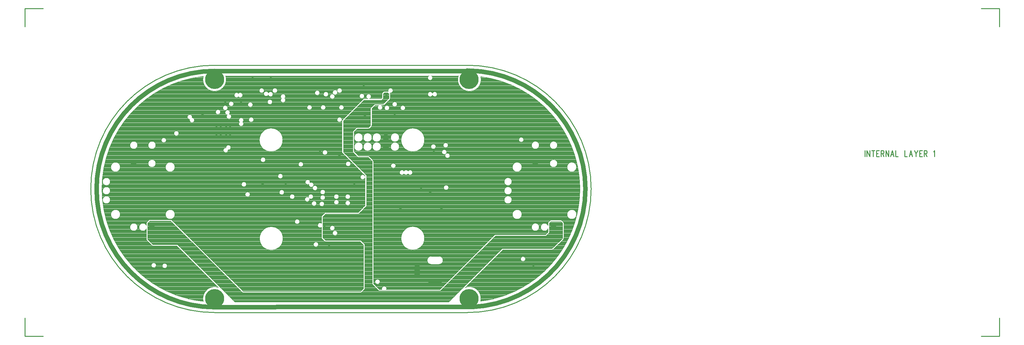
<source format=gbr>
*
*
G04 PADS 9.4.1 Build Number: 494907 generated Gerber (RS-274-X) file*
G04 PC Version=2.1*
*
%IN "JOG.pcb"*%
*
%MOIN*%
*
%FSLAX35Y35*%
*
*
*
*
G04 PC Standard Apertures*
*
*
G04 Thermal Relief Aperture macro.*
%AMTER*
1,1,$1,0,0*
1,0,$1-$2,0,0*
21,0,$3,$4,0,0,45*
21,0,$3,$4,0,0,135*
%
*
*
G04 Annular Aperture macro.*
%AMANN*
1,1,$1,0,0*
1,0,$2,0,0*
%
*
*
G04 Odd Aperture macro.*
%AMODD*
1,1,$1,0,0*
1,0,$1-0.005,0,0*
%
*
*
G04 PC Custom Aperture Macros*
*
*
*
*
*
*
G04 PC Aperture Table*
*
%ADD010C,0.001*%
%ADD011C,0.004*%
%ADD012C,0.01*%
%ADD033C,0.06*%
%ADD038O,0.14961X0.06299*%
%ADD039O,0.06299X0.14961*%
%ADD044C,0.07087*%
%ADD045C,0.20866*%
%ADD055C,0.02953*%
%ADD057C,0.05*%
*
*
*
*
G04 PC Circuitry*
G04 Layer Name JOG.pcb - circuitry*
%LPD*%
*
*
G04 PC Custom Flashes*
G04 Layer Name JOG.pcb - flashes*
%LPD*%
*
*
G04 PC Circuitry*
G04 Layer Name JOG.pcb - circuitry*
%LPD*%
*
G54D10*
G54D11*
G01X1808160Y1533500D02*
G75*
G03X1808160I-2660J0D01*
G01X1805160Y1539000D02*
G03X1805160I-2660J0D01*
G01X2070656Y1554000D02*
G03X2070656I-5184J0D01*
G01Y1606000D02*
G03X2070656I-5184J0D01*
G01X2014660Y1505000D02*
G03X2014660I-2660J0D01*
G01X2049656Y1610000D02*
G03X2049656I-4184J0D01*
G01Y1630000D02*
G03X2049656I-4184J0D01*
G01X2029656Y1540000D02*
G03X2029656I-4184J0D01*
G01Y1630000D02*
G03X2029656I-4184J0D01*
G01X2010656Y1554000D02*
G03X2010656I-5184J0D01*
G01Y1606000D02*
G03X2010656I-5184J0D01*
G01X2012660Y1636000D02*
G03X2012660I-2660J0D01*
G01X1999656Y1570000D02*
G03X1999656I-4184J0D01*
G01Y1580000D02*
G03X1999656I-4184J0D01*
G01Y1590000D02*
G03X1999656I-4184J0D01*
G01X1930160Y1583500D02*
G03X1930160I-2660J0D01*
G01X1929660Y1630000D02*
G03X1929660I-2660J0D01*
G01X1916160Y1628500D02*
G03X1916160I-2660J0D01*
G01X1903700Y1527800D02*
G03X1903700I-12800J0D01*
G01Y1635800D02*
G03X1903700I-12800J0D01*
G01X1882660Y1671000D02*
G03X1882660I-2660J0D01*
G01X1872160Y1607500D02*
G03X1872160I-2660J0D01*
G01X1876066Y1628465D02*
G03X1876066I-4727J0D01*
G01Y1638465D02*
G03X1876066I-4727J0D01*
G01X1873660Y1675020D02*
G03X1873660I-2660J0D01*
G01X1865160Y1671000D02*
G03X1865160I-2660J0D01*
G01X1854810Y1480020D02*
G03X1854810I-2660J0D01*
G01X1856066Y1628465D02*
G03X1856066I-4727J0D01*
G01Y1638465D02*
G03X1856066I-4727J0D01*
G01X1846066Y1628465D02*
G03X1846066I-4727J0D01*
G01Y1638465D02*
G03X1846066I-4727J0D01*
G01X1836066Y1628465D02*
G03X1836066I-4727J0D01*
G01Y1638465D02*
G03X1836066I-4727J0D01*
G01X1822160Y1566500D02*
G03X1822160I-2660J0D01*
G01Y1573500D02*
G03X1822160I-2660J0D01*
G01X1822660Y1609500D02*
G03X1822660I-2660J0D01*
G01X1837660Y1684000D02*
G03X1837660I-2660J0D01*
G01X1809660Y1567402D02*
G03X1809660I-2660J0D01*
G01Y1573500D02*
G03X1809660I-2660J0D01*
G01X1813160Y1658000D02*
G03X1813160I-2660J0D01*
G01X1815160Y1671500D02*
G03X1815160I-2660J0D01*
G01X1805160Y1683500D02*
G03X1805160I-2660J0D01*
G01X1808160Y1688000D02*
G03X1808160I-2660J0D01*
G01X1813160Y1690000D02*
G03X1813160I-2660J0D01*
G01X1793660Y1565500D02*
G03X1793660I-2660J0D01*
G01X1794660Y1572500D02*
G03X1794660I-2660J0D01*
G01Y1578500D02*
G03X1794660I-2660J0D01*
G01X1797160Y1622000D02*
G03X1797160I-2660J0D01*
G01X1795160Y1671500D02*
G03X1795160I-2660J0D01*
G01X1798160Y1686000D02*
G03X1798160I-2660J0D01*
G01X1785160Y1566000D02*
G03X1785160I-2660J0D01*
G01X1788625Y1687500D02*
G03X1788625I-2660J0D01*
G01X1780160Y1671500D02*
G03X1780160I-2660J0D01*
G01X1766660Y1546000D02*
G03X1766660I-2660J0D01*
G01X1770660Y1609000D02*
G03X1770660I-2660J0D01*
G01X1761160Y1573500D02*
G03X1761160I-2660J0D01*
G01X1748300Y1527600D02*
G03X1748300I-12800J0D01*
G01X1749660Y1578268D02*
G03X1749660I-2660J0D01*
G01X1748160Y1596000D02*
G03X1748160I-2660J0D01*
G01X1729160Y1614000D02*
G03X1729160I-2660J0D01*
G01X1748100Y1635800D02*
G03X1748100I-12800J0D01*
G01X1736660Y1677500D02*
G03X1736660I-2660J0D01*
G01X1742160Y1690000D02*
G03X1742160I-2660J0D01*
G01X1727601D02*
G03X1727601I-2660J0D01*
G01X1712160Y1576000D02*
G03X1712160I-2660J0D01*
G01X1716160Y1658000D02*
G03X1716160I-2660J0D01*
G01X1715160Y1674500D02*
G03X1715160I-2660J0D01*
G01X1708160Y1587000D02*
G03X1708160I-2660J0D01*
G01X1694160Y1675500D02*
G03X1694160I-2660J0D01*
G01X1687660Y1671000D02*
G03X1687660I-2660J0D01*
G01X1621160Y1497500D02*
G03X1621160I-2660J0D01*
G01X1609160Y1498110D02*
G03X1609160I-2660J0D01*
G01X1679660Y1666500D02*
G03X1679660I-2660J0D01*
G01X1629712Y1554000D02*
G03X1629712I-5184J0D01*
G01Y1606000D02*
G03X1629712I-5184J0D01*
G01X1633920Y1643000D02*
G03X1633920I-2660J0D01*
G01X1620160Y1635500D02*
G03X1620160I-2660J0D01*
G01X1608712Y1610000D02*
G03X1608712I-4184J0D01*
G01Y1630000D02*
G03X1608712I-4184J0D01*
G01X1588712Y1540000D02*
G03X1588712I-4184J0D01*
G01Y1630000D02*
G03X1588712I-4184J0D01*
G01X1569712Y1554000D02*
G03X1569712I-5184J0D01*
G01Y1606000D02*
G03X1569712I-5184J0D01*
G01X1558712Y1570000D02*
G03X1558712I-4184J0D01*
G01Y1580000D02*
G03X1558712I-4184J0D01*
G01Y1590000D02*
G03X1558712I-4184J0D01*
G01X1787160Y1521000D02*
G03X1787160I-2660J0D01*
G01X2055296Y1527585D02*
Y1544421D01*
X2053417Y1546300*
X2042555*
X2040643Y1544389*
Y1533974*
X2037083Y1530413*
X1981583*
X1921196Y1470027*
X1860480*
X1858520D02*
G03X1860480I980J2473D01*
G01X1858520D02*
X1853644D01*
X1846253Y1477417*
Y1612370*
X1841917Y1616706*
X1830823*
X1825113Y1622417*
X1825113D02*
Y1645270D01*
X1825113D02*
X1829417Y1649575D01*
X1842542*
X1844550Y1651583*
Y1670833*
X1848917Y1675200*
X1858417*
X1864800Y1681583*
Y1686528*
X1864645*
X1863417Y1687755*
X1859627*
X1858289Y1686417*
Y1681328*
X1856583Y1679622*
X1837261*
X1814556Y1656917*
Y1622439*
X1839913Y1597083*
Y1563205*
X1831583Y1554875*
X1795508*
X1792051Y1551417*
Y1528433*
X1795083Y1525401*
X1833784*
X1838103Y1521083*
Y1472015*
X1834083Y1467995*
X1704201*
X1625006Y1546800*
X1602096*
X1599727Y1544431*
Y1526610*
X1605583Y1520754*
X1632417*
X1695363Y1457808*
X1930471*
X1989080Y1516417*
X2043702*
X2055296Y1527585*
X1965323Y1458614D02*
G03X1965476Y1705366I-15351J123386D01*
G01X1941009Y1706300D02*
G03X1965476Y1705366I12091J-4200D01*
G01X1941009Y1706300D02*
X1911337D01*
X1908663D02*
G03X1911337I1337J-2300D01*
G01X1908663D02*
X1685391D01*
X1660999Y1705638D02*
G03X1685391Y1706300I12301J-3538D01*
G01X1660999Y1705638D02*
G03X1660914Y1458371I12838J-123638D01*
G01X1677535Y1473679D02*
G03X1660914Y1458371I-4235J-12079D01*
G01X1677535Y1473679D02*
X1631844Y1519370D01*
X1605583*
X1604604Y1519776D02*
G03X1605583Y1519370I979J978D01*
G01X1604604Y1519776D02*
X1598748Y1525631D01*
X1598343Y1526610D02*
G03X1598748Y1525631I1384J-0D01*
G01X1598343Y1526610D02*
Y1538283D01*
Y1541717D02*
G03Y1538283I-3815J-1717D01*
G01Y1541717D02*
Y1544431D01*
X1598748Y1545409D02*
G03X1598343Y1544431I979J-978D01*
G01X1598748Y1545409D02*
X1601118Y1547779D01*
X1602096Y1548184D02*
G03X1601118Y1547779I0J-1384D01*
G01X1602096Y1548184D02*
X1625006D01*
X1625982Y1547781D02*
G03X1625006Y1548184I-976J-981D01*
G01X1625982Y1547781D02*
X1704772Y1469379D01*
X1833510*
X1836719Y1472588*
Y1520510*
X1833211Y1524017*
X1795083*
X1794104Y1524423D02*
G03X1795083Y1524017I979J978D01*
G01X1794104Y1524423D02*
X1791072Y1527455D01*
X1790667Y1528433D02*
G03X1791072Y1527455I1384J0D01*
G01X1790667Y1528433D02*
Y1539798D01*
Y1544202D02*
G03Y1539798I-1494J-2202D01*
G01Y1544202D02*
Y1551417D01*
X1791072Y1552396D02*
G03X1790667Y1551417I979J-979D01*
G01X1791072Y1552396D02*
X1794530Y1555853D01*
X1795508Y1556259D02*
G03X1794530Y1555853I0J-1384D01*
G01X1795508Y1556259D02*
X1831010D01*
X1838529Y1563778*
Y1594173*
Y1595827D02*
G03Y1594173I-2529J-827D01*
G01Y1595827D02*
Y1596510D01*
X1813578Y1621461*
X1813172Y1622439D02*
G03X1813578Y1621461I1384J0D01*
G01X1813172Y1622439D02*
Y1656917D01*
X1813578Y1657896D02*
G03X1813172Y1656917I978J-979D01*
G01X1813578Y1657896D02*
X1836282Y1680600D01*
X1837261Y1681006D02*
G03X1836282Y1680600I0J-1384D01*
G01X1837261Y1681006D02*
X1841574D01*
X1843426D02*
G03X1841574I-926J2494D01*
G01X1843426D02*
X1856010D01*
X1856905Y1681901*
Y1686417*
X1857310Y1687396D02*
G03X1856905Y1686417I979J-979D01*
G01X1857310Y1687396D02*
X1858649Y1688734D01*
X1859627Y1689139D02*
G03X1858649Y1688734I0J-1384D01*
G01X1859627Y1689139D02*
X1863417D01*
X1864038Y1688993D02*
G03X1863417Y1689139I-621J-1238D01*
G01X1865860Y1687418D02*
G03X1864038Y1688993I640J2582D01*
G01X1866184Y1686528D02*
G03X1865860Y1687418I-1384J-0D01*
G01X1866184Y1686528D02*
Y1681583D01*
X1865779Y1680604D02*
G03X1866184Y1681583I-979J979D01*
G01X1865779Y1680604D02*
X1859396Y1674221D01*
X1858417Y1673816D02*
G03X1859396Y1674221I0J1384D01*
G01X1858417Y1673816D02*
X1856309D01*
X1853691D02*
G03X1856309I1309J-2316D01*
G01X1853691D02*
X1849490D01*
X1845934Y1670260*
Y1651583*
X1845529Y1650604D02*
G03X1845934Y1651583I-979J979D01*
G01X1845529Y1650604D02*
X1843521Y1648596D01*
X1842542Y1648191D02*
G03X1843521Y1648596I0J1384D01*
G01X1842542Y1648191D02*
X1829990D01*
X1826497Y1644697*
Y1622990*
X1831397Y1618090*
X1841917*
X1842896Y1617685D02*
G03X1841917Y1618090I-979J-979D01*
G01X1842896Y1617685D02*
X1847232Y1613349D01*
X1847637Y1612370D02*
G03X1847232Y1613349I-1384J0D01*
G01X1847637Y1612370D02*
Y1477990D01*
X1854217Y1471411*
X1857073*
X1861927D02*
G03X1857073I-2427J1089D01*
G01X1861927D02*
X1920623D01*
X1980604Y1531392*
X1981583Y1531797D02*
G03X1980604Y1531392I-0J-1384D01*
G01X1981583Y1531797D02*
X2036510D01*
X2039259Y1534547*
Y1538221*
Y1541779D02*
G03Y1538221I-3787J-1779D01*
G01Y1541779D02*
Y1544389D01*
X2039665Y1545367D02*
G03X2039259Y1544389I978J-978D01*
G01X2039665Y1545367D02*
X2041576Y1547279D01*
X2042555Y1547684D02*
G03X2041576Y1547279I-0J-1384D01*
G01X2042555Y1547684D02*
X2053417D01*
X2054396Y1547279D02*
G03X2053417Y1547684I-979J-979D01*
G01X2054396Y1547279D02*
X2056274Y1545400D01*
X2056680Y1544421D02*
G03X2056274Y1545400I-1384J0D01*
G01X2056680Y1544421D02*
Y1527585D01*
X2056256Y1526588D02*
G03X2056680Y1527585I-960J997D01*
G01X2056256Y1526588D02*
X2044663Y1515420D01*
X2043702Y1515033D02*
G03X2044663Y1515420I0J1384D01*
G01X2043702Y1515033D02*
X1989653D01*
X1948243Y1473623*
X1965323Y1458614D02*
G03X1948243Y1473623I-12423J3086D01*
G01X1808160Y1533500D02*
G03X1808160I-2660J0D01*
G01X1805160Y1539000D02*
G03X1805160I-2660J0D01*
G01X2070656Y1554000D02*
G03X2070656I-5184J0D01*
G01Y1606000D02*
G03X2070656I-5184J0D01*
G01X2014660Y1505000D02*
G03X2014660I-2660J0D01*
G01X2049656Y1610000D02*
G03X2049656I-4184J0D01*
G01Y1630000D02*
G03X2049656I-4184J0D01*
G01X2029656Y1540000D02*
G03X2029656I-4184J0D01*
G01Y1630000D02*
G03X2029656I-4184J0D01*
G01X2010656Y1554000D02*
G03X2010656I-5184J0D01*
G01Y1606000D02*
G03X2010656I-5184J0D01*
G01X2012660Y1636000D02*
G03X2012660I-2660J0D01*
G01X1999656Y1570000D02*
G03X1999656I-4184J0D01*
G01Y1580000D02*
G03X1999656I-4184J0D01*
G01Y1590000D02*
G03X1999656I-4184J0D01*
G01X1930160Y1583500D02*
G03X1930160I-2660J0D01*
G01X1927157Y1620419D02*
G03X1927343Y1620581I1843J-1919D01*
X1927157Y1620419I-1843J1919*
G01X1929660Y1630000D02*
G03X1929660I-2660J0D01*
G01X1916160Y1628500D02*
G03X1916160I-2660J0D01*
G01X1912510Y1685064D02*
G03Y1686936I2490J936D01*
Y1685064I-2490J-936*
G01X1903700Y1527800D02*
G03X1903700I-12800J0D01*
G01X1885750Y1598580D02*
G03Y1601420I2250J1420D01*
G01X1881250Y1598580D02*
G03X1885750I2250J1420D01*
G01X1881250Y1601420D02*
G03Y1598580I-2250J-1420D01*
G01X1885750Y1601420D02*
G03X1881250I-2250J-1420D01*
G01X1903700Y1635800D02*
G03X1903700I-12800J0D01*
G01X1882660Y1671000D02*
G03X1882660I-2660J0D01*
G01X1872160Y1607500D02*
G03X1872160I-2660J0D01*
G01X1876066Y1628465D02*
G03X1876066I-4727J0D01*
G01Y1638465D02*
G03X1876066I-4727J0D01*
G01X1873660Y1675020D02*
G03X1873660I-2660J0D01*
G01X1865160Y1671000D02*
G03X1865160I-2660J0D01*
G01X1854810Y1480020D02*
G03X1854810I-2660J0D01*
G01X1856066Y1628465D02*
G03X1856066I-4727J0D01*
G01Y1638465D02*
G03X1856066I-4727J0D01*
G01X1846066Y1628465D02*
G03X1846066I-4727J0D01*
G01Y1638465D02*
G03X1846066I-4727J0D01*
G01X1836066Y1628465D02*
G03X1836066I-4727J0D01*
G01Y1638465D02*
G03X1836066I-4727J0D01*
G01X1822160Y1566500D02*
G03X1822160I-2660J0D01*
G01Y1573500D02*
G03X1822160I-2660J0D01*
G01X1822660Y1609500D02*
G03X1822660I-2660J0D01*
G01X1837660Y1684000D02*
G03X1837660I-2660J0D01*
G01X1809660Y1567402D02*
G03X1809660I-2660J0D01*
G01Y1573500D02*
G03X1809660I-2660J0D01*
G01X1813160Y1658000D02*
G03X1813160I-2660J0D01*
G01X1815160Y1671500D02*
G03X1815160I-2660J0D01*
G01X1805160Y1683500D02*
G03X1805160I-2660J0D01*
G01X1808160Y1688000D02*
G03X1808160I-2660J0D01*
G01X1813160Y1690000D02*
G03X1813160I-2660J0D01*
G01X1793660Y1565500D02*
G03X1793660I-2660J0D01*
G01X1794660Y1572500D02*
G03X1794660I-2660J0D01*
G01Y1578500D02*
G03X1794660I-2660J0D01*
G01X1797160Y1622000D02*
G03X1797160I-2660J0D01*
G01X1795160Y1671500D02*
G03X1795160I-2660J0D01*
G01X1798160Y1686000D02*
G03X1798160I-2660J0D01*
G01X1785160Y1566000D02*
G03X1785160I-2660J0D01*
G01X1777546Y1571272D02*
G03X1776454Y1572728I1454J2228D01*
X1777546Y1571272I-1454J-2228*
G01X1781419Y1584657D02*
G03X1781581Y1584843I2081J-1657D01*
G01X1776954Y1587272D02*
G03X1781419Y1584657I2546J-772D01*
G01X1778046Y1588728D02*
G03X1776954Y1587272I-2546J772D01*
G01X1781581Y1584843D02*
G03X1778046Y1588728I-2081J1657D01*
G01X1788625Y1687500D02*
G03X1788625I-2660J0D01*
G01X1780160Y1671500D02*
G03X1780160I-2660J0D01*
G01X1766660Y1546000D02*
G03X1766660I-2660J0D01*
G01X1770660Y1609000D02*
G03X1770660I-2660J0D01*
G01X1761160Y1573500D02*
G03X1761160I-2660J0D01*
G01X1748300Y1527600D02*
G03X1748300I-12800J0D01*
G01X1749660Y1578268D02*
G03X1749660I-2660J0D01*
G01X1748160Y1596000D02*
G03X1748160I-2660J0D01*
G01X1729160Y1614000D02*
G03X1729160I-2660J0D01*
G01X1748100Y1635800D02*
G03X1748100I-12800J0D01*
G01X1750254Y1681500D02*
G03X1746746I-1754J2000D01*
X1750254I1754J-2000*
G01X1736660Y1677500D02*
G03X1736660I-2660J0D01*
G01X1732224Y1685275D02*
G03X1732422Y1687225I2559J725D01*
X1732224Y1685275I-2560J-725*
G01X1742160Y1690000D02*
G03X1742160I-2660J0D01*
G01X1727601D02*
G03X1727601I-2660J0D01*
G01X1712160Y1576000D02*
G03X1712160I-2660J0D01*
G01X1716160Y1658000D02*
G03X1716160I-2660J0D01*
G01X1715160Y1674500D02*
G03X1715160I-2660J0D01*
G01X1708160Y1587000D02*
G03X1708160I-2660J0D01*
G01X1704254Y1655500D02*
G03X1700746I-1754J2000D01*
X1704254I1754J-2000*
G01X1699500Y1683246D02*
G03Y1686754I2000J1754D01*
Y1683246I-2000J-1754*
G01X1688135Y1624865D02*
G03X1685865Y1627135I365J2635D01*
X1688135Y1624865I-365J-2635*
G01X1687107Y1663369D02*
G03X1689393Y1664131I1893J-1869D01*
X1687107Y1663369I-1893J1869*
G01X1694160Y1675500D02*
G03X1694160I-2660J0D01*
G01X1687660Y1671000D02*
G03X1687660I-2660J0D01*
G01X1621160Y1497500D02*
G03X1621160I-2660J0D01*
G01X1609160Y1498110D02*
G03X1609160I-2660J0D01*
G01X1679660Y1666500D02*
G03X1679660I-2660J0D01*
G01X1645976Y1658340D02*
G03X1648524Y1660160I2524J-840D01*
X1645976Y1658340I-2524J840*
G01X1629712Y1554000D02*
G03X1629712I-5184J0D01*
G01Y1606000D02*
G03X1629712I-5184J0D01*
G01X1633920Y1643000D02*
G03X1633920I-2660J0D01*
G01X1620160Y1635500D02*
G03X1620160I-2660J0D01*
G01X1608712Y1610000D02*
G03X1608712I-4184J0D01*
G01Y1630000D02*
G03X1608712I-4184J0D01*
G01X1588712Y1540000D02*
G03X1588712I-4184J0D01*
G01Y1630000D02*
G03X1588712I-4184J0D01*
G01X1569712Y1554000D02*
G03X1569712I-5184J0D01*
G01Y1606000D02*
G03X1569712I-5184J0D01*
G01X1558712Y1570000D02*
G03X1558712I-4184J0D01*
G01Y1580000D02*
G03X1558712I-4184J0D01*
G01Y1590000D02*
G03X1558712I-4184J0D01*
G01X1787160Y1521000D02*
G03X1787160I-2660J0D01*
G01X1919724Y1499288D02*
G03Y1507956I0J4334D01*
G01Y1499288D02*
X1911063D01*
Y1507956D02*
G03Y1499288I-0J-4334D01*
G01Y1507956D02*
X1919724D01*
X2040643Y1544207D02*
X2055296D01*
X2040643Y1543847D02*
X2055296D01*
X2040643Y1543487D02*
X2055296D01*
X2040643Y1543127D02*
X2055296D01*
X2040643Y1542767D02*
X2055296D01*
X2040643Y1542407D02*
X2055296D01*
X2040643Y1542047D02*
X2055296D01*
X2040643Y1541687D02*
X2055296D01*
X2040643Y1541327D02*
X2055296D01*
X2040643Y1540967D02*
X2055296D01*
X2040643Y1540607D02*
X2055296D01*
X2040643Y1540247D02*
X2055296D01*
X2040643Y1539887D02*
X2055296D01*
X2040643Y1539527D02*
X2055296D01*
X2040643Y1539167D02*
X2055296D01*
X2040643Y1538807D02*
X2055296D01*
X2040643Y1538447D02*
X2055296D01*
X2040643Y1538087D02*
X2055296D01*
X2040643Y1537727D02*
X2055296D01*
X2040643Y1537367D02*
X2055296D01*
X2040643Y1537007D02*
X2055296D01*
X2040643Y1536647D02*
X2055296D01*
X2040643Y1536287D02*
X2055296D01*
X2040643Y1535927D02*
X2055296D01*
X2040643Y1535567D02*
X2055296D01*
X2040643Y1535207D02*
X2055296D01*
X2040643Y1534847D02*
X2055296D01*
X2040643Y1534487D02*
X2055296D01*
X2040643Y1534127D02*
X2055296D01*
X2040437Y1533767D02*
X2055296D01*
X2040077Y1533407D02*
X2055296D01*
X2039717Y1533047D02*
X2055296D01*
X2039357Y1532687D02*
X2055296D01*
X2038997Y1532327D02*
X2055296D01*
X2038637Y1531967D02*
X2055296D01*
X2038277Y1531607D02*
X2055296D01*
X2037917Y1531247D02*
X2055296D01*
X2037557Y1530887D02*
X2055296D01*
X2037197Y1530527D02*
X2055296D01*
X1981337Y1530167D02*
X2055296D01*
X1980977Y1529807D02*
X2055296D01*
X1980617Y1529447D02*
X2055296D01*
X1980257Y1529087D02*
X2055296D01*
X1979897Y1528727D02*
X2055296D01*
X1979537Y1528367D02*
X2055296D01*
X1979177Y1528007D02*
X2055296D01*
X1978817Y1527647D02*
X2055296D01*
X2040822Y1544567D02*
X2055150D01*
X1978457Y1527287D02*
X2054987D01*
X2041182Y1544927D02*
X2054790D01*
X1978097Y1526927D02*
X2054613D01*
X2041542Y1545287D02*
X2054430D01*
X1977737Y1526567D02*
X2054239D01*
X2041902Y1545647D02*
X2054070D01*
X1977377Y1526207D02*
X2053865D01*
X2042262Y1546007D02*
X2053710D01*
X1977017Y1525847D02*
X2053492D01*
X1976657Y1525487D02*
X2053118D01*
X1976297Y1525127D02*
X2052744D01*
X1975937Y1524767D02*
X2052371D01*
X1975577Y1524407D02*
X2051997D01*
X1975217Y1524047D02*
X2051623D01*
X1974857Y1523687D02*
X2051249D01*
X1974497Y1523327D02*
X2050876D01*
X1974137Y1522967D02*
X2050502D01*
X1973777Y1522607D02*
X2050128D01*
X1973417Y1522247D02*
X2049755D01*
X1973057Y1521887D02*
X2049381D01*
X1972697Y1521527D02*
X2049007D01*
X1972337Y1521167D02*
X2048633D01*
X1971977Y1520807D02*
X2048260D01*
X1971617Y1520447D02*
X2047886D01*
X1971257Y1520087D02*
X2047512D01*
X1970897Y1519727D02*
X2047139D01*
X1970537Y1519367D02*
X2046765D01*
X1970177Y1519007D02*
X2046391D01*
X1969817Y1518647D02*
X2046017D01*
X1969457Y1518287D02*
X2045644D01*
X1969097Y1517927D02*
X2045270D01*
X1968737Y1517567D02*
X2044896D01*
X1968377Y1517207D02*
X2044523D01*
X1968017Y1516847D02*
X2044149D01*
X1967657Y1516487D02*
X2043775D01*
X1967297Y1516127D02*
X1988790D01*
X1966937Y1515767D02*
X1988430D01*
X1966577Y1515407D02*
X1988070D01*
X1966217Y1515047D02*
X1987710D01*
X1965857Y1514687D02*
X1987350D01*
X1965497Y1514327D02*
X1986990D01*
X1965137Y1513967D02*
X1986630D01*
X1964777Y1513607D02*
X1986270D01*
X1964417Y1513247D02*
X1985910D01*
X1964057Y1512887D02*
X1985550D01*
X1963697Y1512527D02*
X1985190D01*
X1963337Y1512167D02*
X1984830D01*
X1962977Y1511807D02*
X1984470D01*
X1962617Y1511447D02*
X1984110D01*
X1962257Y1511087D02*
X1983750D01*
X1961897Y1510727D02*
X1983390D01*
X1961537Y1510367D02*
X1983030D01*
X1961177Y1510007D02*
X1982670D01*
X1960817Y1509647D02*
X1982310D01*
X1960457Y1509287D02*
X1981950D01*
X1960097Y1508927D02*
X1981590D01*
X1959737Y1508567D02*
X1981230D01*
X1959377Y1508207D02*
X1980870D01*
X1959017Y1507847D02*
X1980510D01*
X1958657Y1507487D02*
X1980150D01*
X1958297Y1507127D02*
X1979790D01*
X1957937Y1506767D02*
X1979430D01*
X1957577Y1506407D02*
X1979070D01*
X1957217Y1506047D02*
X1978710D01*
X1956857Y1505687D02*
X1978350D01*
X1956497Y1505327D02*
X1977990D01*
X1956137Y1504967D02*
X1977630D01*
X1955777Y1504607D02*
X1977270D01*
X1955417Y1504247D02*
X1976910D01*
X1955057Y1503887D02*
X1976550D01*
X1954697Y1503527D02*
X1976190D01*
X1954337Y1503167D02*
X1975830D01*
X1953977Y1502807D02*
X1975470D01*
X1953617Y1502447D02*
X1975110D01*
X1953257Y1502087D02*
X1974750D01*
X1952897Y1501727D02*
X1974390D01*
X1952537Y1501367D02*
X1974030D01*
X1952177Y1501007D02*
X1973670D01*
X1951817Y1500647D02*
X1973310D01*
X1951457Y1500287D02*
X1972950D01*
X1951097Y1499927D02*
X1972590D01*
X1950737Y1499567D02*
X1972230D01*
X1950377Y1499207D02*
X1971870D01*
X1950017Y1498847D02*
X1971510D01*
X1949657Y1498487D02*
X1971150D01*
X1949297Y1498127D02*
X1970790D01*
X1948937Y1497767D02*
X1970430D01*
X1948577Y1497407D02*
X1970070D01*
X1948217Y1497047D02*
X1969710D01*
X1947857Y1496687D02*
X1969350D01*
X1947497Y1496327D02*
X1968990D01*
X1947137Y1495967D02*
X1968630D01*
X1946777Y1495607D02*
X1968270D01*
X1946417Y1495247D02*
X1967910D01*
X1946057Y1494887D02*
X1967550D01*
X1945697Y1494527D02*
X1967190D01*
X1945337Y1494167D02*
X1966830D01*
X1944977Y1493807D02*
X1966470D01*
X1944617Y1493447D02*
X1966110D01*
X1944257Y1493087D02*
X1965750D01*
X1943897Y1492727D02*
X1965390D01*
X1943537Y1492367D02*
X1965030D01*
X1943177Y1492007D02*
X1964670D01*
X1942817Y1491647D02*
X1964310D01*
X1942457Y1491287D02*
X1963950D01*
X1942097Y1490927D02*
X1963590D01*
X1941737Y1490567D02*
X1963230D01*
X1941377Y1490207D02*
X1962870D01*
X1941017Y1489847D02*
X1962510D01*
X1940657Y1489487D02*
X1962150D01*
X1940297Y1489127D02*
X1961790D01*
X1939937Y1488767D02*
X1961430D01*
X1939577Y1488407D02*
X1961070D01*
X1939217Y1488047D02*
X1960710D01*
X1938857Y1487687D02*
X1960350D01*
X1938497Y1487327D02*
X1959990D01*
X1938137Y1486967D02*
X1959630D01*
X1937777Y1486607D02*
X1959270D01*
X1937417Y1486247D02*
X1958910D01*
X1937057Y1485887D02*
X1958550D01*
X1936697Y1485527D02*
X1958190D01*
X1936337Y1485167D02*
X1957830D01*
X1935977Y1484807D02*
X1957470D01*
X1935617Y1484447D02*
X1957110D01*
X1935257Y1484087D02*
X1956750D01*
X1934897Y1483727D02*
X1956390D01*
X1934537Y1483367D02*
X1956030D01*
X1934177Y1483007D02*
X1955670D01*
X1933817Y1482647D02*
X1955310D01*
X1933457Y1482287D02*
X1954950D01*
X1933097Y1481927D02*
X1954590D01*
X1932737Y1481567D02*
X1954230D01*
X1932377Y1481207D02*
X1953870D01*
X1932017Y1480847D02*
X1953510D01*
X1931657Y1480487D02*
X1953150D01*
X1931297Y1480127D02*
X1952790D01*
X1930937Y1479767D02*
X1952430D01*
X1930577Y1479407D02*
X1952070D01*
X1930217Y1479047D02*
X1951710D01*
X1929857Y1478687D02*
X1951350D01*
X1929497Y1478327D02*
X1950990D01*
X1929137Y1477967D02*
X1950630D01*
X1928777Y1477607D02*
X1950270D01*
X1928417Y1477247D02*
X1949910D01*
X1928057Y1476887D02*
X1949550D01*
X1927697Y1476527D02*
X1949190D01*
X1927337Y1476167D02*
X1948830D01*
X1926977Y1475807D02*
X1948470D01*
X1926617Y1475447D02*
X1948110D01*
X1926257Y1475087D02*
X1947750D01*
X1925897Y1474727D02*
X1947390D01*
X1925537Y1474367D02*
X1947030D01*
X1925177Y1474007D02*
X1946670D01*
X1924817Y1473647D02*
X1946310D01*
X1924457Y1473287D02*
X1945950D01*
X1924097Y1472927D02*
X1945590D01*
X1923737Y1472567D02*
X1945230D01*
X1923377Y1472207D02*
X1944870D01*
X1923017Y1471847D02*
X1944510D01*
X1922657Y1471487D02*
X1944150D01*
X1922297Y1471127D02*
X1943790D01*
X1921937Y1470767D02*
X1943430D01*
X1921577Y1470407D02*
X1943070D01*
X1921217Y1470047D02*
X1942710D01*
X1835775Y1469687D02*
X1942350D01*
X1835415Y1469327D02*
X1941990D01*
X1835055Y1468967D02*
X1941630D01*
X1834695Y1468607D02*
X1941270D01*
X1834335Y1468247D02*
X1940910D01*
X1685284Y1467887D02*
X1940550D01*
X1685644Y1467527D02*
X1940190D01*
X1686004Y1467167D02*
X1939830D01*
X1686364Y1466807D02*
X1939470D01*
X1686724Y1466447D02*
X1939110D01*
X1687084Y1466087D02*
X1938750D01*
X1687444Y1465727D02*
X1938390D01*
X1687804Y1465367D02*
X1938030D01*
X1688164Y1465007D02*
X1937670D01*
X1688524Y1464647D02*
X1937310D01*
X1688884Y1464287D02*
X1936950D01*
X1689244Y1463927D02*
X1936590D01*
X1689604Y1463567D02*
X1936230D01*
X1689964Y1463207D02*
X1935870D01*
X1690324Y1462847D02*
X1935510D01*
X1690684Y1462487D02*
X1935150D01*
X1691044Y1462127D02*
X1934790D01*
X1691404Y1461767D02*
X1934430D01*
X1691764Y1461407D02*
X1934070D01*
X1692124Y1461047D02*
X1933710D01*
X1692484Y1460687D02*
X1933350D01*
X1692844Y1460327D02*
X1932990D01*
X1693204Y1459967D02*
X1932630D01*
X1693564Y1459607D02*
X1932270D01*
X1693924Y1459247D02*
X1931910D01*
X1694284Y1458887D02*
X1931550D01*
X1694644Y1458527D02*
X1931190D01*
X1695004Y1458167D02*
X1930830D01*
X1858289Y1686407D02*
X1864800D01*
X1858289Y1686047D02*
X1864800D01*
X1858289Y1685687D02*
X1864800D01*
X1858289Y1685327D02*
X1864800D01*
X1858289Y1684967D02*
X1864800D01*
X1858289Y1684607D02*
X1864800D01*
X1858289Y1684247D02*
X1864800D01*
X1858289Y1683887D02*
X1864800D01*
X1858289Y1683527D02*
X1864800D01*
X1858289Y1683167D02*
X1864800D01*
X1858289Y1682807D02*
X1864800D01*
X1858289Y1682447D02*
X1864800D01*
X1858289Y1682087D02*
X1864800D01*
X1858289Y1681727D02*
X1864800D01*
X1858289Y1681367D02*
X1864584D01*
X1858639Y1686767D02*
X1864405D01*
X1857968Y1681007D02*
X1864224D01*
X1858999Y1687127D02*
X1864045D01*
X1857608Y1680647D02*
X1863864D01*
X1859359Y1687487D02*
X1863685D01*
X1857248Y1680287D02*
X1863504D01*
X1856888Y1679927D02*
X1863144D01*
X1837206Y1679567D02*
X1862784D01*
X1836846Y1679207D02*
X1862424D01*
X1836486Y1678847D02*
X1862064D01*
X1836126Y1678487D02*
X1861704D01*
X1835766Y1678127D02*
X1861344D01*
X1835406Y1677767D02*
X1860984D01*
X1835046Y1677407D02*
X1860624D01*
X1834686Y1677047D02*
X1860264D01*
X1834326Y1676687D02*
X1859904D01*
X1833966Y1676327D02*
X1859544D01*
X1833606Y1675967D02*
X1859184D01*
X1833246Y1675607D02*
X1858824D01*
X1832886Y1675247D02*
X1858464D01*
X1836135Y1470047D02*
X1853623D01*
X1836495Y1470407D02*
X1853263D01*
X1836855Y1470767D02*
X1852903D01*
X1837215Y1471127D02*
X1852543D01*
X1837575Y1471487D02*
X1852183D01*
X1837935Y1471847D02*
X1851823D01*
X1838103Y1472207D02*
X1851463D01*
X1838103Y1472567D02*
X1851103D01*
X1838103Y1472927D02*
X1850743D01*
X1838103Y1473287D02*
X1850383D01*
X1838103Y1473647D02*
X1850023D01*
X1838103Y1474007D02*
X1849663D01*
X1838103Y1474367D02*
X1849303D01*
X1838103Y1474727D02*
X1848943D01*
X1832526Y1674887D02*
X1848604D01*
X1838103Y1475087D02*
X1848583D01*
X1832166Y1674527D02*
X1848244D01*
X1838103Y1475447D02*
X1848223D01*
X1831806Y1674167D02*
X1847884D01*
X1838103Y1475807D02*
X1847863D01*
X1831446Y1673807D02*
X1847524D01*
X1838103Y1476167D02*
X1847503D01*
X1831086Y1673447D02*
X1847164D01*
X1838103Y1476527D02*
X1847143D01*
X1830726Y1673087D02*
X1846804D01*
X1838103Y1476887D02*
X1846783D01*
X1830366Y1672727D02*
X1846444D01*
X1838103Y1477247D02*
X1846423D01*
X1838103Y1477607D02*
X1846253D01*
X1838103Y1477967D02*
X1846253D01*
X1838103Y1478327D02*
X1846253D01*
X1838103Y1478687D02*
X1846253D01*
X1838103Y1479047D02*
X1846253D01*
X1838103Y1479407D02*
X1846253D01*
X1838103Y1479767D02*
X1846253D01*
X1838103Y1480127D02*
X1846253D01*
X1838103Y1480487D02*
X1846253D01*
X1838103Y1480847D02*
X1846253D01*
X1838103Y1481207D02*
X1846253D01*
X1838103Y1481567D02*
X1846253D01*
X1838103Y1481927D02*
X1846253D01*
X1838103Y1482287D02*
X1846253D01*
X1838103Y1482647D02*
X1846253D01*
X1838103Y1483007D02*
X1846253D01*
X1838103Y1483367D02*
X1846253D01*
X1838103Y1483727D02*
X1846253D01*
X1838103Y1484087D02*
X1846253D01*
X1838103Y1484447D02*
X1846253D01*
X1838103Y1484807D02*
X1846253D01*
X1838103Y1485167D02*
X1846253D01*
X1838103Y1485527D02*
X1846253D01*
X1838103Y1485887D02*
X1846253D01*
X1838103Y1486247D02*
X1846253D01*
X1838103Y1486607D02*
X1846253D01*
X1838103Y1486967D02*
X1846253D01*
X1838103Y1487327D02*
X1846253D01*
X1838103Y1487687D02*
X1846253D01*
X1838103Y1488047D02*
X1846253D01*
X1838103Y1488407D02*
X1846253D01*
X1838103Y1488767D02*
X1846253D01*
X1838103Y1489127D02*
X1846253D01*
X1838103Y1489487D02*
X1846253D01*
X1838103Y1489847D02*
X1846253D01*
X1838103Y1490207D02*
X1846253D01*
X1838103Y1490567D02*
X1846253D01*
X1838103Y1490927D02*
X1846253D01*
X1838103Y1491287D02*
X1846253D01*
X1838103Y1491647D02*
X1846253D01*
X1838103Y1492007D02*
X1846253D01*
X1838103Y1492367D02*
X1846253D01*
X1838103Y1492727D02*
X1846253D01*
X1838103Y1493087D02*
X1846253D01*
X1838103Y1493447D02*
X1846253D01*
X1838103Y1493807D02*
X1846253D01*
X1838103Y1494167D02*
X1846253D01*
X1838103Y1494527D02*
X1846253D01*
X1838103Y1494887D02*
X1846253D01*
X1838103Y1495247D02*
X1846253D01*
X1838103Y1495607D02*
X1846253D01*
X1838103Y1495967D02*
X1846253D01*
X1838103Y1496327D02*
X1846253D01*
X1838103Y1496687D02*
X1846253D01*
X1838103Y1497047D02*
X1846253D01*
X1838103Y1497407D02*
X1846253D01*
X1838103Y1497767D02*
X1846253D01*
X1838103Y1498127D02*
X1846253D01*
X1838103Y1498487D02*
X1846253D01*
X1838103Y1498847D02*
X1846253D01*
X1838103Y1499207D02*
X1846253D01*
X1838103Y1499567D02*
X1846253D01*
X1838103Y1499927D02*
X1846253D01*
X1838103Y1500287D02*
X1846253D01*
X1838103Y1500647D02*
X1846253D01*
X1838103Y1501007D02*
X1846253D01*
X1838103Y1501367D02*
X1846253D01*
X1838103Y1501727D02*
X1846253D01*
X1838103Y1502087D02*
X1846253D01*
X1838103Y1502447D02*
X1846253D01*
X1838103Y1502807D02*
X1846253D01*
X1838103Y1503167D02*
X1846253D01*
X1838103Y1503527D02*
X1846253D01*
X1838103Y1503887D02*
X1846253D01*
X1838103Y1504247D02*
X1846253D01*
X1838103Y1504607D02*
X1846253D01*
X1838103Y1504967D02*
X1846253D01*
X1838103Y1505327D02*
X1846253D01*
X1838103Y1505687D02*
X1846253D01*
X1838103Y1506047D02*
X1846253D01*
X1838103Y1506407D02*
X1846253D01*
X1838103Y1506767D02*
X1846253D01*
X1838103Y1507127D02*
X1846253D01*
X1838103Y1507487D02*
X1846253D01*
X1838103Y1507847D02*
X1846253D01*
X1838103Y1508207D02*
X1846253D01*
X1838103Y1508567D02*
X1846253D01*
X1838103Y1508927D02*
X1846253D01*
X1838103Y1509287D02*
X1846253D01*
X1838103Y1509647D02*
X1846253D01*
X1838103Y1510007D02*
X1846253D01*
X1838103Y1510367D02*
X1846253D01*
X1838103Y1510727D02*
X1846253D01*
X1838103Y1511087D02*
X1846253D01*
X1838103Y1511447D02*
X1846253D01*
X1838103Y1511807D02*
X1846253D01*
X1838103Y1512167D02*
X1846253D01*
X1838103Y1512527D02*
X1846253D01*
X1838103Y1512887D02*
X1846253D01*
X1838103Y1513247D02*
X1846253D01*
X1838103Y1513607D02*
X1846253D01*
X1838103Y1513967D02*
X1846253D01*
X1838103Y1514327D02*
X1846253D01*
X1838103Y1514687D02*
X1846253D01*
X1838103Y1515047D02*
X1846253D01*
X1838103Y1515407D02*
X1846253D01*
X1838103Y1515767D02*
X1846253D01*
X1838103Y1516127D02*
X1846253D01*
X1838103Y1516487D02*
X1846253D01*
X1838103Y1516847D02*
X1846253D01*
X1838103Y1517207D02*
X1846253D01*
X1838103Y1517567D02*
X1846253D01*
X1838103Y1517927D02*
X1846253D01*
X1838103Y1518287D02*
X1846253D01*
X1838103Y1518647D02*
X1846253D01*
X1838103Y1519007D02*
X1846253D01*
X1838103Y1519367D02*
X1846253D01*
X1838103Y1519727D02*
X1846253D01*
X1838103Y1520087D02*
X1846253D01*
X1838103Y1520447D02*
X1846253D01*
X1838103Y1520807D02*
X1846253D01*
X1838018Y1521167D02*
X1846253D01*
X1837658Y1521527D02*
X1846253D01*
X1837298Y1521887D02*
X1846253D01*
X1836938Y1522247D02*
X1846253D01*
X1836578Y1522607D02*
X1846253D01*
X1836218Y1522967D02*
X1846253D01*
X1835858Y1523327D02*
X1846253D01*
X1835498Y1523687D02*
X1846253D01*
X1835138Y1524047D02*
X1846253D01*
X1834778Y1524407D02*
X1846253D01*
X1834418Y1524767D02*
X1846253D01*
X1834058Y1525127D02*
X1846253D01*
X1794997Y1525487D02*
X1846253D01*
X1794637Y1525847D02*
X1846253D01*
X1794277Y1526207D02*
X1846253D01*
X1793917Y1526567D02*
X1846253D01*
X1793557Y1526927D02*
X1846253D01*
X1793197Y1527287D02*
X1846253D01*
X1792837Y1527647D02*
X1846253D01*
X1792477Y1528007D02*
X1846253D01*
X1792117Y1528367D02*
X1846253D01*
X1792051Y1528727D02*
X1846253D01*
X1792051Y1529087D02*
X1846253D01*
X1792051Y1529447D02*
X1846253D01*
X1792051Y1529807D02*
X1846253D01*
X1792051Y1530167D02*
X1846253D01*
X1792051Y1530527D02*
X1846253D01*
X1806001Y1530887D02*
X1846253D01*
X1806915Y1531247D02*
X1846253D01*
X1807369Y1531607D02*
X1846253D01*
X1807674Y1531967D02*
X1846253D01*
X1807888Y1532327D02*
X1846253D01*
X1808033Y1532687D02*
X1846253D01*
X1808122Y1533047D02*
X1846253D01*
X1808159Y1533407D02*
X1846253D01*
X1808147Y1533767D02*
X1846253D01*
X1808085Y1534127D02*
X1846253D01*
X1807970Y1534487D02*
X1846253D01*
X1807794Y1534847D02*
X1846253D01*
X1807540Y1535207D02*
X1846253D01*
X1807175Y1535567D02*
X1846253D01*
X1806589Y1535927D02*
X1846253D01*
X1792051Y1536287D02*
X1846253D01*
X1803742Y1536647D02*
X1846253D01*
X1804262Y1537007D02*
X1846253D01*
X1804600Y1537367D02*
X1846253D01*
X1804836Y1537727D02*
X1846253D01*
X1804999Y1538087D02*
X1846253D01*
X1805102Y1538447D02*
X1846253D01*
X1805153Y1538807D02*
X1846253D01*
X1805155Y1539167D02*
X1846253D01*
X1805108Y1539527D02*
X1846253D01*
X1805008Y1539887D02*
X1846253D01*
X1804850Y1540247D02*
X1846253D01*
X1804620Y1540607D02*
X1846253D01*
X1804291Y1540967D02*
X1846253D01*
X1803789Y1541327D02*
X1846253D01*
X1792051Y1541687D02*
X1846253D01*
X1792051Y1542047D02*
X1846253D01*
X1792051Y1542407D02*
X1846253D01*
X1792051Y1542767D02*
X1846253D01*
X1792051Y1543127D02*
X1846253D01*
X1792051Y1543487D02*
X1846253D01*
X1792051Y1543847D02*
X1846253D01*
X1792051Y1544207D02*
X1846253D01*
X1792051Y1544567D02*
X1846253D01*
X1792051Y1544927D02*
X1846253D01*
X1792051Y1545287D02*
X1846253D01*
X1792051Y1545647D02*
X1846253D01*
X1792051Y1546007D02*
X1846253D01*
X1792051Y1546367D02*
X1846253D01*
X1792051Y1546727D02*
X1846253D01*
X1792051Y1547087D02*
X1846253D01*
X1792051Y1547447D02*
X1846253D01*
X1792051Y1547807D02*
X1846253D01*
X1792051Y1548167D02*
X1846253D01*
X1792051Y1548527D02*
X1846253D01*
X1792051Y1548887D02*
X1846253D01*
X1792051Y1549247D02*
X1846253D01*
X1792051Y1549607D02*
X1846253D01*
X1792051Y1549967D02*
X1846253D01*
X1792051Y1550327D02*
X1846253D01*
X1792051Y1550687D02*
X1846253D01*
X1792051Y1551047D02*
X1846253D01*
X1792051Y1551407D02*
X1846253D01*
X1792401Y1551767D02*
X1846253D01*
X1792761Y1552127D02*
X1846253D01*
X1793121Y1552487D02*
X1846253D01*
X1793481Y1552847D02*
X1846253D01*
X1793841Y1553207D02*
X1846253D01*
X1794201Y1553567D02*
X1846253D01*
X1794561Y1553927D02*
X1846253D01*
X1794921Y1554287D02*
X1846253D01*
X1795281Y1554647D02*
X1846253D01*
X1831715Y1555007D02*
X1846253D01*
X1832075Y1555367D02*
X1846253D01*
X1832435Y1555727D02*
X1846253D01*
X1832795Y1556087D02*
X1846253D01*
X1833155Y1556447D02*
X1846253D01*
X1833515Y1556807D02*
X1846253D01*
X1833875Y1557167D02*
X1846253D01*
X1834235Y1557527D02*
X1846253D01*
X1834595Y1557887D02*
X1846253D01*
X1834955Y1558247D02*
X1846253D01*
X1835315Y1558607D02*
X1846253D01*
X1835675Y1558967D02*
X1846253D01*
X1836035Y1559327D02*
X1846253D01*
X1836395Y1559687D02*
X1846253D01*
X1836755Y1560047D02*
X1846253D01*
X1837115Y1560407D02*
X1846253D01*
X1837475Y1560767D02*
X1846253D01*
X1837835Y1561127D02*
X1846253D01*
X1838195Y1561487D02*
X1846253D01*
X1838555Y1561847D02*
X1846253D01*
X1838915Y1562207D02*
X1846253D01*
X1839275Y1562567D02*
X1846253D01*
X1839635Y1562927D02*
X1846253D01*
X1839913Y1563287D02*
X1846253D01*
X1839913Y1563647D02*
X1846253D01*
X1839913Y1564007D02*
X1846253D01*
X1839913Y1564367D02*
X1846253D01*
X1839913Y1564727D02*
X1846253D01*
X1839913Y1565087D02*
X1846253D01*
X1839913Y1565447D02*
X1846253D01*
X1839913Y1565807D02*
X1846253D01*
X1839913Y1566167D02*
X1846253D01*
X1839913Y1566527D02*
X1846253D01*
X1839913Y1566887D02*
X1846253D01*
X1839913Y1567247D02*
X1846253D01*
X1839913Y1567607D02*
X1846253D01*
X1839913Y1567967D02*
X1846253D01*
X1839913Y1568327D02*
X1846253D01*
X1839913Y1568687D02*
X1846253D01*
X1839913Y1569047D02*
X1846253D01*
X1839913Y1569407D02*
X1846253D01*
X1839913Y1569767D02*
X1846253D01*
X1839913Y1570127D02*
X1846253D01*
X1839913Y1570487D02*
X1846253D01*
X1839913Y1570847D02*
X1846253D01*
X1839913Y1571207D02*
X1846253D01*
X1839913Y1571567D02*
X1846253D01*
X1839913Y1571927D02*
X1846253D01*
X1839913Y1572287D02*
X1846253D01*
X1839913Y1572647D02*
X1846253D01*
X1839913Y1573007D02*
X1846253D01*
X1839913Y1573367D02*
X1846253D01*
X1839913Y1573727D02*
X1846253D01*
X1839913Y1574087D02*
X1846253D01*
X1839913Y1574447D02*
X1846253D01*
X1839913Y1574807D02*
X1846253D01*
X1839913Y1575167D02*
X1846253D01*
X1839913Y1575527D02*
X1846253D01*
X1839913Y1575887D02*
X1846253D01*
X1839913Y1576247D02*
X1846253D01*
X1839913Y1576607D02*
X1846253D01*
X1839913Y1576967D02*
X1846253D01*
X1839913Y1577327D02*
X1846253D01*
X1839913Y1577687D02*
X1846253D01*
X1839913Y1578047D02*
X1846253D01*
X1839913Y1578407D02*
X1846253D01*
X1839913Y1578767D02*
X1846253D01*
X1839913Y1579127D02*
X1846253D01*
X1839913Y1579487D02*
X1846253D01*
X1839913Y1579847D02*
X1846253D01*
X1839913Y1580207D02*
X1846253D01*
X1839913Y1580567D02*
X1846253D01*
X1839913Y1580927D02*
X1846253D01*
X1839913Y1581287D02*
X1846253D01*
X1839913Y1581647D02*
X1846253D01*
X1839913Y1582007D02*
X1846253D01*
X1839913Y1582367D02*
X1846253D01*
X1839913Y1582727D02*
X1846253D01*
X1839913Y1583087D02*
X1846253D01*
X1839913Y1583447D02*
X1846253D01*
X1839913Y1583807D02*
X1846253D01*
X1839913Y1584167D02*
X1846253D01*
X1839913Y1584527D02*
X1846253D01*
X1839913Y1584887D02*
X1846253D01*
X1839913Y1585247D02*
X1846253D01*
X1839913Y1585607D02*
X1846253D01*
X1839913Y1585967D02*
X1846253D01*
X1839913Y1586327D02*
X1846253D01*
X1839913Y1586687D02*
X1846253D01*
X1839913Y1587047D02*
X1846253D01*
X1839913Y1587407D02*
X1846253D01*
X1839913Y1587767D02*
X1846253D01*
X1839913Y1588127D02*
X1846253D01*
X1839913Y1588487D02*
X1846253D01*
X1839913Y1588847D02*
X1846253D01*
X1839913Y1589207D02*
X1846253D01*
X1839913Y1589567D02*
X1846253D01*
X1839913Y1589927D02*
X1846253D01*
X1839913Y1590287D02*
X1846253D01*
X1839913Y1590647D02*
X1846253D01*
X1839913Y1591007D02*
X1846253D01*
X1839913Y1591367D02*
X1846253D01*
X1839913Y1591727D02*
X1846253D01*
X1839913Y1592087D02*
X1846253D01*
X1839913Y1592447D02*
X1846253D01*
X1839913Y1592807D02*
X1846253D01*
X1839913Y1593167D02*
X1846253D01*
X1839913Y1593527D02*
X1846253D01*
X1839913Y1593887D02*
X1846253D01*
X1839913Y1594247D02*
X1846253D01*
X1839913Y1594607D02*
X1846253D01*
X1839913Y1594967D02*
X1846253D01*
X1839913Y1595327D02*
X1846253D01*
X1839913Y1595687D02*
X1846253D01*
X1839913Y1596047D02*
X1846253D01*
X1839913Y1596407D02*
X1846253D01*
X1839913Y1596767D02*
X1846253D01*
X1839868Y1597127D02*
X1846253D01*
X1839508Y1597487D02*
X1846253D01*
X1839148Y1597847D02*
X1846253D01*
X1838788Y1598207D02*
X1846253D01*
X1838428Y1598567D02*
X1846253D01*
X1838068Y1598927D02*
X1846253D01*
X1837708Y1599287D02*
X1846253D01*
X1837348Y1599647D02*
X1846253D01*
X1836988Y1600007D02*
X1846253D01*
X1836628Y1600367D02*
X1846253D01*
X1836268Y1600727D02*
X1846253D01*
X1835908Y1601087D02*
X1846253D01*
X1835548Y1601447D02*
X1846253D01*
X1835188Y1601807D02*
X1846253D01*
X1834828Y1602167D02*
X1846253D01*
X1834468Y1602527D02*
X1846253D01*
X1834108Y1602887D02*
X1846253D01*
X1833748Y1603247D02*
X1846253D01*
X1833388Y1603607D02*
X1846253D01*
X1833028Y1603967D02*
X1846253D01*
X1832668Y1604327D02*
X1846253D01*
X1832308Y1604687D02*
X1846253D01*
X1831948Y1605047D02*
X1846253D01*
X1831588Y1605407D02*
X1846253D01*
X1831228Y1605767D02*
X1846253D01*
X1830868Y1606127D02*
X1846253D01*
X1830508Y1606487D02*
X1846253D01*
X1830148Y1606847D02*
X1846253D01*
X1829788Y1607207D02*
X1846253D01*
X1829428Y1607567D02*
X1846253D01*
X1829068Y1607927D02*
X1846253D01*
X1828708Y1608287D02*
X1846253D01*
X1828348Y1608647D02*
X1846253D01*
X1827988Y1609007D02*
X1846253D01*
X1827628Y1609367D02*
X1846253D01*
X1827268Y1609727D02*
X1846253D01*
X1826908Y1610087D02*
X1846253D01*
X1826548Y1610447D02*
X1846253D01*
X1826188Y1610807D02*
X1846253D01*
X1825828Y1611167D02*
X1846253D01*
X1825468Y1611527D02*
X1846253D01*
X1825108Y1611887D02*
X1846253D01*
X1824748Y1612247D02*
X1846253D01*
X1830006Y1672367D02*
X1846084D01*
X1824388Y1612607D02*
X1846016D01*
X1829646Y1672007D02*
X1845724D01*
X1824028Y1612967D02*
X1845656D01*
X1829286Y1671647D02*
X1845364D01*
X1823668Y1613327D02*
X1845296D01*
X1828926Y1671287D02*
X1845004D01*
X1823308Y1613687D02*
X1844936D01*
X1828566Y1670927D02*
X1844644D01*
X1822948Y1614047D02*
X1844576D01*
X1814556Y1651847D02*
X1844550D01*
X1814556Y1652207D02*
X1844550D01*
X1814556Y1652567D02*
X1844550D01*
X1814556Y1652927D02*
X1844550D01*
X1814556Y1653287D02*
X1844550D01*
X1814556Y1653647D02*
X1844550D01*
X1814556Y1654007D02*
X1844550D01*
X1814556Y1654367D02*
X1844550D01*
X1814556Y1654727D02*
X1844550D01*
X1814556Y1655087D02*
X1844550D01*
X1814556Y1655447D02*
X1844550D01*
X1814556Y1655807D02*
X1844550D01*
X1814556Y1656167D02*
X1844550D01*
X1814556Y1656527D02*
X1844550D01*
X1814556Y1656887D02*
X1844550D01*
X1814886Y1657247D02*
X1844550D01*
X1815246Y1657607D02*
X1844550D01*
X1815606Y1657967D02*
X1844550D01*
X1815966Y1658327D02*
X1844550D01*
X1816326Y1658687D02*
X1844550D01*
X1816686Y1659047D02*
X1844550D01*
X1817046Y1659407D02*
X1844550D01*
X1817406Y1659767D02*
X1844550D01*
X1817766Y1660127D02*
X1844550D01*
X1818126Y1660487D02*
X1844550D01*
X1818486Y1660847D02*
X1844550D01*
X1818846Y1661207D02*
X1844550D01*
X1819206Y1661567D02*
X1844550D01*
X1819566Y1661927D02*
X1844550D01*
X1819926Y1662287D02*
X1844550D01*
X1820286Y1662647D02*
X1844550D01*
X1820646Y1663007D02*
X1844550D01*
X1821006Y1663367D02*
X1844550D01*
X1821366Y1663727D02*
X1844550D01*
X1821726Y1664087D02*
X1844550D01*
X1822086Y1664447D02*
X1844550D01*
X1822446Y1664807D02*
X1844550D01*
X1822806Y1665167D02*
X1844550D01*
X1823166Y1665527D02*
X1844550D01*
X1823526Y1665887D02*
X1844550D01*
X1823886Y1666247D02*
X1844550D01*
X1824246Y1666607D02*
X1844550D01*
X1824606Y1666967D02*
X1844550D01*
X1824966Y1667327D02*
X1844550D01*
X1825326Y1667687D02*
X1844550D01*
X1825686Y1668047D02*
X1844550D01*
X1826046Y1668407D02*
X1844550D01*
X1826406Y1668767D02*
X1844550D01*
X1826766Y1669127D02*
X1844550D01*
X1827126Y1669487D02*
X1844550D01*
X1827486Y1669847D02*
X1844550D01*
X1827846Y1670207D02*
X1844550D01*
X1828206Y1670567D02*
X1844550D01*
X1814556Y1651487D02*
X1844454D01*
X1822588Y1614407D02*
X1844216D01*
X1814556Y1651127D02*
X1844094D01*
X1822228Y1614767D02*
X1843856D01*
X1814556Y1650767D02*
X1843734D01*
X1821868Y1615127D02*
X1843496D01*
X1814556Y1650407D02*
X1843374D01*
X1821508Y1615487D02*
X1843136D01*
X1814556Y1650047D02*
X1843014D01*
X1821148Y1615847D02*
X1842776D01*
X1814556Y1649687D02*
X1842654D01*
X1820788Y1616207D02*
X1842416D01*
X1820428Y1616567D02*
X1842056D01*
X1820068Y1616927D02*
X1830602D01*
X1819708Y1617287D02*
X1830242D01*
X1819348Y1617647D02*
X1829882D01*
X1818988Y1618007D02*
X1829522D01*
X1814556Y1649327D02*
X1829169D01*
X1818628Y1618367D02*
X1829162D01*
X1814556Y1648967D02*
X1828809D01*
X1818268Y1618727D02*
X1828802D01*
X1814556Y1648607D02*
X1828449D01*
X1817908Y1619087D02*
X1828442D01*
X1814556Y1648247D02*
X1828089D01*
X1817548Y1619447D02*
X1828082D01*
X1814556Y1647887D02*
X1827729D01*
X1817188Y1619807D02*
X1827722D01*
X1814556Y1647527D02*
X1827369D01*
X1816828Y1620167D02*
X1827362D01*
X1814556Y1647167D02*
X1827009D01*
X1816468Y1620527D02*
X1827002D01*
X1814556Y1646807D02*
X1826649D01*
X1816108Y1620887D02*
X1826642D01*
X1814556Y1646447D02*
X1826289D01*
X1815748Y1621247D02*
X1826282D01*
X1814556Y1646087D02*
X1825929D01*
X1815388Y1621607D02*
X1825922D01*
X1814556Y1645727D02*
X1825569D01*
X1815028Y1621967D02*
X1825562D01*
X1814556Y1645367D02*
X1825209D01*
X1814668Y1622327D02*
X1825202D01*
X1814556Y1645007D02*
X1825113D01*
X1814556Y1644647D02*
X1825113D01*
X1814556Y1644287D02*
X1825113D01*
X1814556Y1643927D02*
X1825113D01*
X1814556Y1643567D02*
X1825113D01*
X1814556Y1643207D02*
X1825113D01*
X1814556Y1642847D02*
X1825113D01*
X1814556Y1642487D02*
X1825113D01*
X1814556Y1642127D02*
X1825113D01*
X1814556Y1641767D02*
X1825113D01*
X1814556Y1641407D02*
X1825113D01*
X1814556Y1641047D02*
X1825113D01*
X1814556Y1640687D02*
X1825113D01*
X1814556Y1640327D02*
X1825113D01*
X1814556Y1639967D02*
X1825113D01*
X1814556Y1639607D02*
X1825113D01*
X1814556Y1639247D02*
X1825113D01*
X1814556Y1638887D02*
X1825113D01*
X1814556Y1638527D02*
X1825113D01*
X1814556Y1638167D02*
X1825113D01*
X1814556Y1637807D02*
X1825113D01*
X1814556Y1637447D02*
X1825113D01*
X1814556Y1637087D02*
X1825113D01*
X1814556Y1636727D02*
X1825113D01*
X1814556Y1636367D02*
X1825113D01*
X1814556Y1636007D02*
X1825113D01*
X1814556Y1635647D02*
X1825113D01*
X1814556Y1635287D02*
X1825113D01*
X1814556Y1634927D02*
X1825113D01*
X1814556Y1634567D02*
X1825113D01*
X1814556Y1634207D02*
X1825113D01*
X1814556Y1633847D02*
X1825113D01*
X1814556Y1633487D02*
X1825113D01*
X1814556Y1633127D02*
X1825113D01*
X1814556Y1632767D02*
X1825113D01*
X1814556Y1632407D02*
X1825113D01*
X1814556Y1632047D02*
X1825113D01*
X1814556Y1631687D02*
X1825113D01*
X1814556Y1631327D02*
X1825113D01*
X1814556Y1630967D02*
X1825113D01*
X1814556Y1630607D02*
X1825113D01*
X1814556Y1630247D02*
X1825113D01*
X1814556Y1629887D02*
X1825113D01*
X1814556Y1629527D02*
X1825113D01*
X1814556Y1629167D02*
X1825113D01*
X1814556Y1628807D02*
X1825113D01*
X1814556Y1628447D02*
X1825113D01*
X1814556Y1628087D02*
X1825113D01*
X1814556Y1627727D02*
X1825113D01*
X1814556Y1627367D02*
X1825113D01*
X1814556Y1627007D02*
X1825113D01*
X1814556Y1626647D02*
X1825113D01*
X1814556Y1626287D02*
X1825113D01*
X1814556Y1625927D02*
X1825113D01*
X1814556Y1625567D02*
X1825113D01*
X1814556Y1625207D02*
X1825113D01*
X1814556Y1624847D02*
X1825113D01*
X1814556Y1624487D02*
X1825113D01*
X1814556Y1624127D02*
X1825113D01*
X1814556Y1623767D02*
X1825113D01*
X1814556Y1623407D02*
X1825113D01*
X1814556Y1623047D02*
X1825113D01*
X1814556Y1622687D02*
X1825113D01*
X1792051Y1530887D02*
X1804999D01*
X1792051Y1535927D02*
X1804411D01*
X1792051Y1531247D02*
X1804085D01*
X1792051Y1535567D02*
X1803825D01*
X1792051Y1531607D02*
X1803631D01*
X1792051Y1535207D02*
X1803460D01*
X1792051Y1531967D02*
X1803326D01*
X1792051Y1534847D02*
X1803206D01*
X1792051Y1532327D02*
X1803112D01*
X1792051Y1534487D02*
X1803030D01*
X1792051Y1532687D02*
X1802967D01*
X1792051Y1534127D02*
X1802915D01*
X1792051Y1533047D02*
X1802878D01*
X1792051Y1533767D02*
X1802853D01*
X1792051Y1533407D02*
X1802841D01*
X1792051Y1536647D02*
X1801258D01*
X1792051Y1541327D02*
X1801211D01*
X1792051Y1537007D02*
X1800738D01*
X1792051Y1540967D02*
X1800709D01*
X1792051Y1537367D02*
X1800400D01*
X1792051Y1540607D02*
X1800380D01*
X1792051Y1537727D02*
X1800164D01*
X1792051Y1540247D02*
X1800150D01*
X1792051Y1538087D02*
X1800001D01*
X1792051Y1539887D02*
X1799992D01*
X1792051Y1538447D02*
X1799898D01*
X1792051Y1539527D02*
X1799892D01*
X1792051Y1538807D02*
X1799847D01*
X1792051Y1539167D02*
X1799845D01*
X1684924Y1468247D02*
X1703948D01*
X1684564Y1468607D02*
X1703586D01*
X1684204Y1468967D02*
X1703224D01*
X1683844Y1469327D02*
X1702862D01*
X1683484Y1469687D02*
X1702501D01*
X1683124Y1470047D02*
X1702139D01*
X1682764Y1470407D02*
X1701777D01*
X1682404Y1470767D02*
X1701415D01*
X1682044Y1471127D02*
X1701053D01*
X1681684Y1471487D02*
X1700692D01*
X1681324Y1471847D02*
X1700330D01*
X1680964Y1472207D02*
X1699968D01*
X1680604Y1472567D02*
X1699606D01*
X1680244Y1472927D02*
X1699244D01*
X1679884Y1473287D02*
X1698883D01*
X1679524Y1473647D02*
X1698521D01*
X1679164Y1474007D02*
X1698159D01*
X1678804Y1474367D02*
X1697797D01*
X1678444Y1474727D02*
X1697436D01*
X1678084Y1475087D02*
X1697074D01*
X1677724Y1475447D02*
X1696712D01*
X1677364Y1475807D02*
X1696350D01*
X1677004Y1476167D02*
X1695988D01*
X1676644Y1476527D02*
X1695627D01*
X1676284Y1476887D02*
X1695265D01*
X1675924Y1477247D02*
X1694903D01*
X1675564Y1477607D02*
X1694541D01*
X1675204Y1477967D02*
X1694180D01*
X1674844Y1478327D02*
X1693818D01*
X1674484Y1478687D02*
X1693456D01*
X1674124Y1479047D02*
X1693094D01*
X1673764Y1479407D02*
X1692732D01*
X1673404Y1479767D02*
X1692371D01*
X1673044Y1480127D02*
X1692009D01*
X1672684Y1480487D02*
X1691647D01*
X1672324Y1480847D02*
X1691285D01*
X1671964Y1481207D02*
X1690924D01*
X1671604Y1481567D02*
X1690562D01*
X1671244Y1481927D02*
X1690200D01*
X1670884Y1482287D02*
X1689838D01*
X1670524Y1482647D02*
X1689476D01*
X1670164Y1483007D02*
X1689115D01*
X1669804Y1483367D02*
X1688753D01*
X1669444Y1483727D02*
X1688391D01*
X1669084Y1484087D02*
X1688029D01*
X1668724Y1484447D02*
X1687668D01*
X1668364Y1484807D02*
X1687306D01*
X1668004Y1485167D02*
X1686944D01*
X1667644Y1485527D02*
X1686582D01*
X1667284Y1485887D02*
X1686220D01*
X1666924Y1486247D02*
X1685859D01*
X1666564Y1486607D02*
X1685497D01*
X1666204Y1486967D02*
X1685135D01*
X1665844Y1487327D02*
X1684773D01*
X1665484Y1487687D02*
X1684411D01*
X1665124Y1488047D02*
X1684050D01*
X1664764Y1488407D02*
X1683688D01*
X1664404Y1488767D02*
X1683326D01*
X1664044Y1489127D02*
X1682964D01*
X1663684Y1489487D02*
X1682603D01*
X1663324Y1489847D02*
X1682241D01*
X1662964Y1490207D02*
X1681879D01*
X1662604Y1490567D02*
X1681517D01*
X1662244Y1490927D02*
X1681155D01*
X1661884Y1491287D02*
X1680794D01*
X1661524Y1491647D02*
X1680432D01*
X1661164Y1492007D02*
X1680070D01*
X1660804Y1492367D02*
X1679708D01*
X1660444Y1492727D02*
X1679347D01*
X1660084Y1493087D02*
X1678985D01*
X1659724Y1493447D02*
X1678623D01*
X1659364Y1493807D02*
X1678261D01*
X1659004Y1494167D02*
X1677899D01*
X1658644Y1494527D02*
X1677538D01*
X1658284Y1494887D02*
X1677176D01*
X1657924Y1495247D02*
X1676814D01*
X1657564Y1495607D02*
X1676452D01*
X1657204Y1495967D02*
X1676091D01*
X1656844Y1496327D02*
X1675729D01*
X1656484Y1496687D02*
X1675367D01*
X1656124Y1497047D02*
X1675005D01*
X1655764Y1497407D02*
X1674643D01*
X1655404Y1497767D02*
X1674282D01*
X1655044Y1498127D02*
X1673920D01*
X1654684Y1498487D02*
X1673558D01*
X1654324Y1498847D02*
X1673196D01*
X1653964Y1499207D02*
X1672834D01*
X1653604Y1499567D02*
X1672473D01*
X1653244Y1499927D02*
X1672111D01*
X1652884Y1500287D02*
X1671749D01*
X1652524Y1500647D02*
X1671387D01*
X1652164Y1501007D02*
X1671026D01*
X1651804Y1501367D02*
X1670664D01*
X1651444Y1501727D02*
X1670302D01*
X1651084Y1502087D02*
X1669940D01*
X1650724Y1502447D02*
X1669578D01*
X1650364Y1502807D02*
X1669217D01*
X1650004Y1503167D02*
X1668855D01*
X1649644Y1503527D02*
X1668493D01*
X1649284Y1503887D02*
X1668131D01*
X1648924Y1504247D02*
X1667770D01*
X1648564Y1504607D02*
X1667408D01*
X1648204Y1504967D02*
X1667046D01*
X1647844Y1505327D02*
X1666684D01*
X1647484Y1505687D02*
X1666322D01*
X1647124Y1506047D02*
X1665961D01*
X1646764Y1506407D02*
X1665599D01*
X1646404Y1506767D02*
X1665237D01*
X1646044Y1507127D02*
X1664875D01*
X1645684Y1507487D02*
X1664514D01*
X1645324Y1507847D02*
X1664152D01*
X1644964Y1508207D02*
X1663790D01*
X1644604Y1508567D02*
X1663428D01*
X1644244Y1508927D02*
X1663066D01*
X1643884Y1509287D02*
X1662705D01*
X1643524Y1509647D02*
X1662343D01*
X1643164Y1510007D02*
X1661981D01*
X1642804Y1510367D02*
X1661619D01*
X1642444Y1510727D02*
X1661258D01*
X1642084Y1511087D02*
X1660896D01*
X1641724Y1511447D02*
X1660534D01*
X1641364Y1511807D02*
X1660172D01*
X1641004Y1512167D02*
X1659810D01*
X1640644Y1512527D02*
X1659449D01*
X1640284Y1512887D02*
X1659087D01*
X1639924Y1513247D02*
X1658725D01*
X1639564Y1513607D02*
X1658363D01*
X1639204Y1513967D02*
X1658001D01*
X1638844Y1514327D02*
X1657640D01*
X1638484Y1514687D02*
X1657278D01*
X1638124Y1515047D02*
X1656916D01*
X1637764Y1515407D02*
X1656554D01*
X1637404Y1515767D02*
X1656193D01*
X1637044Y1516127D02*
X1655831D01*
X1636684Y1516487D02*
X1655469D01*
X1636324Y1516847D02*
X1655107D01*
X1635964Y1517207D02*
X1654745D01*
X1635604Y1517567D02*
X1654384D01*
X1635244Y1517927D02*
X1654022D01*
X1634884Y1518287D02*
X1653660D01*
X1634524Y1518647D02*
X1653298D01*
X1634164Y1519007D02*
X1652937D01*
X1633804Y1519367D02*
X1652575D01*
X1633444Y1519727D02*
X1652213D01*
X1633084Y1520087D02*
X1651851D01*
X1632724Y1520447D02*
X1651489D01*
X1605530Y1520807D02*
X1651128D01*
X1605170Y1521167D02*
X1650766D01*
X1604810Y1521527D02*
X1650404D01*
X1604450Y1521887D02*
X1650042D01*
X1604090Y1522247D02*
X1649681D01*
X1603730Y1522607D02*
X1649319D01*
X1603370Y1522967D02*
X1648957D01*
X1603010Y1523327D02*
X1648595D01*
X1602650Y1523687D02*
X1648233D01*
X1602290Y1524047D02*
X1647872D01*
X1601930Y1524407D02*
X1647510D01*
X1601570Y1524767D02*
X1647148D01*
X1601210Y1525127D02*
X1646786D01*
X1600850Y1525487D02*
X1646425D01*
X1600490Y1525847D02*
X1646063D01*
X1600130Y1526207D02*
X1645701D01*
X1599770Y1526567D02*
X1645339D01*
X1599727Y1526927D02*
X1644977D01*
X1599727Y1527287D02*
X1644616D01*
X1599727Y1527647D02*
X1644254D01*
X1599727Y1528007D02*
X1643892D01*
X1599727Y1528367D02*
X1643530D01*
X1599727Y1528727D02*
X1643168D01*
X1599727Y1529087D02*
X1642807D01*
X1599727Y1529447D02*
X1642445D01*
X1599727Y1529807D02*
X1642083D01*
X1599727Y1530167D02*
X1641721D01*
X1599727Y1530527D02*
X1641360D01*
X1599727Y1530887D02*
X1640998D01*
X1599727Y1531247D02*
X1640636D01*
X1599727Y1531607D02*
X1640274D01*
X1599727Y1531967D02*
X1639912D01*
X1599727Y1532327D02*
X1639551D01*
X1599727Y1532687D02*
X1639189D01*
X1599727Y1533047D02*
X1638827D01*
X1599727Y1533407D02*
X1638465D01*
X1599727Y1533767D02*
X1638104D01*
X1599727Y1534127D02*
X1637742D01*
X1599727Y1534487D02*
X1637380D01*
X1599727Y1534847D02*
X1637018D01*
X1599727Y1535207D02*
X1636656D01*
X1599727Y1535567D02*
X1636295D01*
X1599727Y1535927D02*
X1635933D01*
X1599727Y1536287D02*
X1635571D01*
X1599727Y1536647D02*
X1635209D01*
X1599727Y1537007D02*
X1634848D01*
X1599727Y1537367D02*
X1634486D01*
X1599727Y1537727D02*
X1634124D01*
X1599727Y1538087D02*
X1633762D01*
X1599727Y1538447D02*
X1633400D01*
X1599727Y1538807D02*
X1633039D01*
X1599727Y1539167D02*
X1632677D01*
X1599727Y1539527D02*
X1632315D01*
X1599727Y1539887D02*
X1631953D01*
X1599727Y1540247D02*
X1631592D01*
X1599727Y1540607D02*
X1631230D01*
X1599727Y1540967D02*
X1630868D01*
X1599727Y1541327D02*
X1630506D01*
X1599727Y1541687D02*
X1630144D01*
X1599727Y1542047D02*
X1629783D01*
X1599727Y1542407D02*
X1629421D01*
X1599727Y1542767D02*
X1629059D01*
X1599727Y1543127D02*
X1628697D01*
X1599727Y1543487D02*
X1628335D01*
X1599727Y1543847D02*
X1627974D01*
X1599727Y1544207D02*
X1627612D01*
X1599864Y1544567D02*
X1627250D01*
X1600224Y1544927D02*
X1626888D01*
X1600584Y1545287D02*
X1626527D01*
X1600944Y1545647D02*
X1626165D01*
X1601304Y1546007D02*
X1625803D01*
X1601664Y1546367D02*
X1625441D01*
X1602024Y1546727D02*
X1625079D01*
X1999201Y1581899D02*
X2074309D01*
X1998994Y1582259D02*
X2074309D01*
X1999363Y1581539D02*
X2074308D01*
X1998736Y1582619D02*
X2074307D01*
X1999487Y1581179D02*
X2074306D01*
X1998411Y1582979D02*
X2074305D01*
X1999576Y1580819D02*
X2074303D01*
X1997994Y1583339D02*
X2074302D01*
X1999631Y1580459D02*
X2074299D01*
X1997428Y1583699D02*
X2074297D01*
X1999655Y1580099D02*
X2074294D01*
X1996489Y1584059D02*
X2074292D01*
X1999648Y1579739D02*
X2074288D01*
X1929997Y1584419D02*
X2074286D01*
X1999610Y1579379D02*
X2074281D01*
X1929833Y1584779D02*
X2074278D01*
X1999540Y1579019D02*
X2074273D01*
X1929596Y1585139D02*
X2074269D01*
X1999436Y1578659D02*
X2074264D01*
X1929256Y1585499D02*
X2074260D01*
X1999295Y1578299D02*
X2074254D01*
X1996069Y1585859D02*
X2074249D01*
X1999113Y1577939D02*
X2074243D01*
X1997263Y1586219D02*
X2074237D01*
X1998885Y1577579D02*
X2074230D01*
X1997881Y1586579D02*
X2074225D01*
X1998598Y1577219D02*
X2074217D01*
X1998325Y1586939D02*
X2074211D01*
X1998236Y1576859D02*
X2074203D01*
X1998668Y1587299D02*
X2074196D01*
X1997763Y1576499D02*
X2074187D01*
X1998940Y1587659D02*
X2074180D01*
X1997084Y1576139D02*
X2074171D01*
X1999158Y1588019D02*
X2074163D01*
X1847637Y1575779D02*
X2074153D01*
X1999330Y1588379D02*
X2074145D01*
X1847637Y1575419D02*
X2074135D01*
X1999462Y1588739D02*
X2074126D01*
X1847637Y1575059D02*
X2074115D01*
X1999558Y1589099D02*
X2074106D01*
X1847637Y1574699D02*
X2074094D01*
X1999621Y1589459D02*
X2074085D01*
X1847637Y1574339D02*
X2074073D01*
X1999653Y1589819D02*
X2074063D01*
X1996767Y1573979D02*
X2074050D01*
X1999653Y1590179D02*
X2074040D01*
X1997573Y1573619D02*
X2074026D01*
X1999622Y1590539D02*
X2074015D01*
X1998097Y1573259D02*
X2074001D01*
X1999559Y1590899D02*
X2073990D01*
X1998490Y1572899D02*
X2073975D01*
X1999463Y1591259D02*
X2073964D01*
X1998798Y1572539D02*
X2073949D01*
X1999331Y1591619D02*
X2073936D01*
X1999044Y1572179D02*
X2073921D01*
X1999159Y1591979D02*
X2073908D01*
X1999241Y1571819D02*
X2073891D01*
X1998942Y1592339D02*
X2073878D01*
X1999394Y1571459D02*
X2073861D01*
X1998670Y1592699D02*
X2073848D01*
X1999510Y1571099D02*
X2073830D01*
X1998327Y1593059D02*
X2073816D01*
X1999591Y1570739D02*
X2073798D01*
X1997885Y1593419D02*
X2073784D01*
X1999639Y1570379D02*
X2073765D01*
X1997269Y1593779D02*
X2073750D01*
X1999656Y1570019D02*
X2073730D01*
X1996087Y1594139D02*
X2073715D01*
X1999643Y1569659D02*
X2073695D01*
X1847637Y1594499D02*
X2073679D01*
X1999597Y1569299D02*
X2073659D01*
X1847637Y1594859D02*
X2073642D01*
X1999520Y1568939D02*
X2073621D01*
X1847637Y1595219D02*
X2073604D01*
X1999408Y1568579D02*
X2073583D01*
X1847637Y1595579D02*
X2073565D01*
X1999258Y1568219D02*
X2073543D01*
X1847637Y1595939D02*
X2073525D01*
X1999067Y1567859D02*
X2073502D01*
X1847637Y1596299D02*
X2073484D01*
X1998826Y1567499D02*
X2073460D01*
X1847637Y1596659D02*
X2073442D01*
X1998525Y1567139D02*
X2073418D01*
X1847637Y1597019D02*
X2073399D01*
X1998142Y1566779D02*
X2073374D01*
X1888454Y1597379D02*
X2073354D01*
X1997636Y1566419D02*
X2073329D01*
X1889401Y1597739D02*
X2073309D01*
X1996877Y1566059D02*
X2073283D01*
X1889861Y1598099D02*
X2073262D01*
X1847637Y1565699D02*
X2073236D01*
X1890168Y1598459D02*
X2073215D01*
X1847637Y1565339D02*
X2073188D01*
X1890384Y1598819D02*
X2073166D01*
X1847637Y1564979D02*
X2073138D01*
X1890530Y1599179D02*
X2073117D01*
X1847637Y1564619D02*
X2073088D01*
X1890620Y1599539D02*
X2073066D01*
X1847637Y1564259D02*
X2073037D01*
X1890658Y1599899D02*
X2073014D01*
X1847637Y1563899D02*
X2072984D01*
X1890648Y1600259D02*
X2072961D01*
X1847637Y1563539D02*
X2072931D01*
X1890587Y1600619D02*
X2072907D01*
X1847637Y1563179D02*
X2072876D01*
X2066761Y1600979D02*
X2072852D01*
X1847637Y1562819D02*
X2072821D01*
X2067741Y1601339D02*
X2072796D01*
X1847637Y1562459D02*
X2072764D01*
X2068366Y1601699D02*
X2072739D01*
X1847637Y1562099D02*
X2072706D01*
X2068840Y1602059D02*
X2072680D01*
X1847637Y1561739D02*
X2072647D01*
X2069221Y1602419D02*
X2072621D01*
X1847637Y1561379D02*
X2072587D01*
X2069534Y1602779D02*
X2072561D01*
X1847637Y1561019D02*
X2072526D01*
X2069795Y1603139D02*
X2072499D01*
X1847637Y1560659D02*
X2072464D01*
X2070013Y1603499D02*
X2072436D01*
X1847637Y1560299D02*
X2072401D01*
X2070194Y1603859D02*
X2072373D01*
X1847637Y1559939D02*
X2072336D01*
X2070341Y1604219D02*
X2072308D01*
X1847637Y1559579D02*
X2072271D01*
X2070458Y1604579D02*
X2072242D01*
X1847637Y1559219D02*
X2072204D01*
X2070547Y1604939D02*
X2072175D01*
X2067280Y1558859D02*
X2072137D01*
X2070609Y1605299D02*
X2072107D01*
X2068048Y1558499D02*
X2072068D01*
X2070645Y1605659D02*
X2072037D01*
X2068594Y1558139D02*
X2071998D01*
X2070656Y1606019D02*
X2071967D01*
X2069021Y1557779D02*
X2071927D01*
X2070643Y1606379D02*
X2071896D01*
X2069369Y1557419D02*
X2071855D01*
X2070604Y1606739D02*
X2071823D01*
X2069658Y1557059D02*
X2071782D01*
X2070539Y1607099D02*
X2071749D01*
X2069899Y1556699D02*
X2071708D01*
X2070447Y1607459D02*
X2071675D01*
X2070099Y1556339D02*
X2071632D01*
X2070327Y1607819D02*
X2071599D01*
X2070264Y1555979D02*
X2071556D01*
X2070176Y1608179D02*
X2071522D01*
X2070397Y1555619D02*
X2071478D01*
X2069992Y1608539D02*
X2071444D01*
X2070501Y1555259D02*
X2071399D01*
X2069770Y1608899D02*
X2071365D01*
X2070578Y1554899D02*
X2071319D01*
X2069504Y1609259D02*
X2071284D01*
X2070628Y1554539D02*
X2071239D01*
X2069184Y1609619D02*
X2071203D01*
X2070653Y1554179D02*
X2071156D01*
X2068796Y1609979D02*
X2071120D01*
X2070653Y1553819D02*
X2071073D01*
X2068310Y1610339D02*
X2071037D01*
X2070628Y1553459D02*
X2070989D01*
X2067663Y1610699D02*
X2070952D01*
X2070578Y1553099D02*
X2070903D01*
X2066605Y1611059D02*
X2070866D01*
X2070501Y1552739D02*
X2070817D01*
X2049409Y1611419D02*
X2070779D01*
X2070396Y1552379D02*
X2070729D01*
X2049260Y1611779D02*
X2070690D01*
X2070263Y1552019D02*
X2070640D01*
X2049069Y1612139D02*
X2070601D01*
X2070098Y1551659D02*
X2070550D01*
X2048828Y1612499D02*
X2070510D01*
X2069897Y1551299D02*
X2070459D01*
X2048528Y1612859D02*
X2070419D01*
X2069656Y1550939D02*
X2070367D01*
X2048146Y1613219D02*
X2070326D01*
X2069367Y1550579D02*
X2070273D01*
X2047640Y1613579D02*
X2070232D01*
X2069019Y1550219D02*
X2070179D01*
X2046884Y1613939D02*
X2070137D01*
X2068591Y1549859D02*
X2070083D01*
X1846282Y1614299D02*
X2070041D01*
X2068044Y1549499D02*
X2069986D01*
X1845922Y1614659D02*
X2069943D01*
X2067273Y1549139D02*
X2069888D01*
X1845562Y1615019D02*
X2069845D01*
X1847637Y1548779D02*
X2069789D01*
X1845202Y1615379D02*
X2069745D01*
X1847637Y1548419D02*
X2069688D01*
X1844842Y1615739D02*
X2069644D01*
X1847637Y1548059D02*
X2069587D01*
X1930145Y1616099D02*
X2069542D01*
X1847637Y1547699D02*
X2069484D01*
X1930706Y1616459D02*
X2069439D01*
X2054332Y1547339D02*
X2069380D01*
X1931062Y1616819D02*
X2069334D01*
X2054696Y1546979D02*
X2069275D01*
X1931309Y1617179D02*
X2069229D01*
X2055056Y1546619D02*
X2069169D01*
X1931481Y1617539D02*
X2069122D01*
X2055416Y1546259D02*
X2069061D01*
X1931592Y1617899D02*
X2069014D01*
X2055776Y1545899D02*
X2068953D01*
X1931649Y1618259D02*
X2068905D01*
X2056136Y1545539D02*
X2068843D01*
X1931658Y1618619D02*
X2068794D01*
X2056454Y1545179D02*
X2068732D01*
X1931617Y1618979D02*
X2068683D01*
X2056622Y1544819D02*
X2068620D01*
X1931525Y1619339D02*
X2068570D01*
X2056679Y1544459D02*
X2068506D01*
X1931375Y1619699D02*
X2068456D01*
X2056680Y1544099D02*
X2068392D01*
X1931156Y1620059D02*
X2068341D01*
X2056680Y1543739D02*
X2068276D01*
X1930843Y1620419D02*
X2068225D01*
X2056680Y1543379D02*
X2068159D01*
X1930373Y1620779D02*
X2068107D01*
X2056680Y1543019D02*
X2068040D01*
X1929339Y1621139D02*
X2067988D01*
X2056680Y1542659D02*
X2067921D01*
X1927965Y1621499D02*
X2067868D01*
X2056680Y1542299D02*
X2067800D01*
X1928082Y1621859D02*
X2067747D01*
X2056680Y1541939D02*
X2067678D01*
X1928145Y1622219D02*
X2067625D01*
X2056680Y1541579D02*
X2067555D01*
X1928159Y1622579D02*
X2067501D01*
X2056680Y1541219D02*
X2067431D01*
X1928124Y1622939D02*
X2067376D01*
X2056680Y1540859D02*
X2067305D01*
X1928038Y1623299D02*
X2067250D01*
X2056680Y1540499D02*
X2067178D01*
X1927895Y1623659D02*
X2067123D01*
X2056680Y1540139D02*
X2067050D01*
X1927684Y1624019D02*
X2066994D01*
X2056680Y1539779D02*
X2066921D01*
X1927384Y1624379D02*
X2066864D01*
X2056680Y1539419D02*
X2066790D01*
X1926937Y1624739D02*
X2066733D01*
X2056680Y1539059D02*
X2066658D01*
X1926070Y1625099D02*
X2066600D01*
X2056680Y1538699D02*
X2066525D01*
X1898443Y1625459D02*
X2066467D01*
X2056680Y1538339D02*
X2066391D01*
X2045623Y1625819D02*
X2066332D01*
X2056680Y1537979D02*
X2066255D01*
X2047176Y1626179D02*
X2066196D01*
X2056680Y1537619D02*
X2066118D01*
X2047823Y1626539D02*
X2066058D01*
X2056680Y1537259D02*
X2065980D01*
X2048281Y1626899D02*
X2065919D01*
X2056680Y1536899D02*
X2065841D01*
X2048633Y1627259D02*
X2065779D01*
X2056680Y1536539D02*
X2065700D01*
X2048913Y1627619D02*
X2065638D01*
X2056680Y1536179D02*
X2065558D01*
X2049136Y1627979D02*
X2065495D01*
X2056680Y1535819D02*
X2065415D01*
X2049313Y1628339D02*
X2065351D01*
X2056680Y1535459D02*
X2065270D01*
X2049449Y1628699D02*
X2065206D01*
X2056680Y1535099D02*
X2065124D01*
X2049549Y1629059D02*
X2065060D01*
X2056680Y1534739D02*
X2064977D01*
X2049616Y1629419D02*
X2064912D01*
X2056680Y1534379D02*
X2064828D01*
X2049651Y1629779D02*
X2064763D01*
X2056680Y1534019D02*
X2064678D01*
X2049654Y1630139D02*
X2064612D01*
X2056680Y1533659D02*
X2064527D01*
X2049627Y1630499D02*
X2064460D01*
X2056680Y1533299D02*
X2064374D01*
X2049520Y1611059D02*
X2064339D01*
X2049567Y1630859D02*
X2064307D01*
X2056680Y1532939D02*
X2064220D01*
X2006761Y1600979D02*
X2064184D01*
X2049475Y1631219D02*
X2064153D01*
X2056680Y1532579D02*
X2064065D01*
X2049347Y1631579D02*
X2063997D01*
X2056680Y1532219D02*
X2063908D01*
X2049180Y1631939D02*
X2063840D01*
X2056680Y1531859D02*
X2063750D01*
X2048968Y1632299D02*
X2063681D01*
X2007273Y1549139D02*
X2063672D01*
X2007280Y1558859D02*
X2063665D01*
X2056680Y1531499D02*
X2063591D01*
X2048703Y1632659D02*
X2063521D01*
X2056680Y1531139D02*
X2063430D01*
X2048370Y1633019D02*
X2063360D01*
X2049598Y1610699D02*
X2063282D01*
X2056680Y1530779D02*
X2063268D01*
X2007741Y1601339D02*
X2063204D01*
X2047940Y1633379D02*
X2063197D01*
X2056680Y1530419D02*
X2063105D01*
X2047351Y1633739D02*
X2063033D01*
X2056680Y1530059D02*
X2062940D01*
X2008044Y1549499D02*
X2062901D01*
X2008048Y1558499D02*
X2062896D01*
X2046313Y1634099D02*
X2062868D01*
X2056680Y1529699D02*
X2062774D01*
X2012168Y1634459D02*
X2062701D01*
X2049643Y1610339D02*
X2062635D01*
X2056680Y1529339D02*
X2062606D01*
X2008366Y1601699D02*
X2062579D01*
X2012384Y1634819D02*
X2062533D01*
X2056680Y1528979D02*
X2062437D01*
X2012530Y1635179D02*
X2062363D01*
X2008591Y1549859D02*
X2062354D01*
X2008594Y1558139D02*
X2062351D01*
X2056680Y1528619D02*
X2062267D01*
X2012620Y1635539D02*
X2062192D01*
X2049656Y1609979D02*
X2062149D01*
X2008840Y1602059D02*
X2062105D01*
X2056680Y1528259D02*
X2062095D01*
X2012658Y1635899D02*
X2062019D01*
X2009019Y1550219D02*
X2061926D01*
X2009021Y1557779D02*
X2061923D01*
X2056680Y1527899D02*
X2061922D01*
X2012648Y1636259D02*
X2061846D01*
X2049639Y1609619D02*
X2061760D01*
X2056679Y1527539D02*
X2061747D01*
X2009221Y1602419D02*
X2061724D01*
X2012587Y1636619D02*
X2061670D01*
X2009367Y1550579D02*
X2061578D01*
X2009369Y1557419D02*
X2061575D01*
X2056619Y1527179D02*
X2061571D01*
X2012474Y1636979D02*
X2061493D01*
X2049590Y1609259D02*
X2061441D01*
X2009534Y1602779D02*
X2061411D01*
X2056448Y1526819D02*
X2061393D01*
X2012299Y1637339D02*
X2061315D01*
X2009656Y1550939D02*
X2061289D01*
X2009658Y1557059D02*
X2061287D01*
X2056121Y1526459D02*
X2061214D01*
X2049509Y1608899D02*
X2061175D01*
X2009795Y1603139D02*
X2061150D01*
X2012047Y1637699D02*
X2061136D01*
X2009897Y1551299D02*
X2061048D01*
X2009899Y1556699D02*
X2061046D01*
X2055748Y1526099D02*
X2061034D01*
X2011685Y1638059D02*
X2060955D01*
X2049393Y1608539D02*
X2060953D01*
X2010013Y1603499D02*
X2060932D01*
X2055374Y1525739D02*
X2060852D01*
X2010098Y1551659D02*
X2060847D01*
X2010099Y1556339D02*
X2060846D01*
X2011108Y1638419D02*
X2060772D01*
X2049239Y1608179D02*
X2060768D01*
X2010194Y1603859D02*
X2060751D01*
X2010263Y1552019D02*
X2060682D01*
X2010264Y1555979D02*
X2060681D01*
X2055000Y1525379D02*
X2060669D01*
X2049043Y1607819D02*
X2060618D01*
X2010341Y1604219D02*
X2060604D01*
X1903349Y1638779D02*
X2060588D01*
X2010396Y1552379D02*
X2060548D01*
X2010397Y1555619D02*
X2060548D01*
X2048796Y1607459D02*
X2060498D01*
X2010458Y1604579D02*
X2060487D01*
X2054627Y1525019D02*
X2060484D01*
X2010501Y1552739D02*
X2060444D01*
X2010501Y1555259D02*
X2060444D01*
X2048487Y1607099D02*
X2060406D01*
X1903257Y1639139D02*
X2060402D01*
X2010547Y1604939D02*
X2060398D01*
X2010578Y1553099D02*
X2060367D01*
X2010578Y1554899D02*
X2060367D01*
X2048093Y1606739D02*
X2060341D01*
X2010609Y1605299D02*
X2060336D01*
X2010628Y1553459D02*
X2060317D01*
X2010628Y1554539D02*
X2060316D01*
X2047568Y1606379D02*
X2060302D01*
X2010645Y1605659D02*
X2060300D01*
X2054253Y1524659D02*
X2060297D01*
X2010653Y1553819D02*
X2060292D01*
X2010653Y1554179D02*
X2060292D01*
X2046759Y1606019D02*
X2060288D01*
X1903154Y1639499D02*
X2060215D01*
X2053879Y1524299D02*
X2060109D01*
X1903040Y1639859D02*
X2060027D01*
X2053505Y1523939D02*
X2059920D01*
X1902913Y1640219D02*
X2059837D01*
X2053132Y1523579D02*
X2059729D01*
X1902775Y1640579D02*
X2059645D01*
X2052758Y1523219D02*
X2059537D01*
X1902623Y1640939D02*
X2059452D01*
X2052384Y1522859D02*
X2059343D01*
X1902459Y1641299D02*
X2059258D01*
X2052011Y1522499D02*
X2059147D01*
X1902281Y1641659D02*
X2059062D01*
X2051637Y1522139D02*
X2058951D01*
X1902088Y1642019D02*
X2058864D01*
X2051263Y1521779D02*
X2058752D01*
X1901880Y1642379D02*
X2058665D01*
X2050889Y1521419D02*
X2058552D01*
X1901656Y1642739D02*
X2058464D01*
X2050516Y1521059D02*
X2058350D01*
X1901415Y1643099D02*
X2058262D01*
X2050142Y1520699D02*
X2058147D01*
X1901156Y1643459D02*
X2058058D01*
X2049768Y1520339D02*
X2057942D01*
X1900877Y1643819D02*
X2057852D01*
X2049395Y1519979D02*
X2057736D01*
X1900577Y1644179D02*
X2057645D01*
X2049021Y1519619D02*
X2057528D01*
X1900253Y1644539D02*
X2057436D01*
X2048647Y1519259D02*
X2057318D01*
X1899903Y1644899D02*
X2057226D01*
X2048273Y1518899D02*
X2057107D01*
X1899524Y1645259D02*
X2057014D01*
X2047900Y1518539D02*
X2056894D01*
X1899112Y1645619D02*
X2056801D01*
X2047526Y1518179D02*
X2056680D01*
X1898661Y1645979D02*
X2056585D01*
X2047152Y1517819D02*
X2056464D01*
X1898165Y1646339D02*
X2056369D01*
X2046779Y1517459D02*
X2056246D01*
X1897613Y1646699D02*
X2056150D01*
X2046405Y1517099D02*
X2056026D01*
X1896990Y1647059D02*
X2055930D01*
X2046031Y1516739D02*
X2055805D01*
X1896271Y1647419D02*
X2055708D01*
X2045658Y1516379D02*
X2055582D01*
X1895411Y1647779D02*
X2055484D01*
X2045284Y1516019D02*
X2055358D01*
X1894305Y1648139D02*
X2055259D01*
X2044910Y1515659D02*
X2055131D01*
X1892507Y1648499D02*
X2055032D01*
X2044518Y1515299D02*
X2054904D01*
X1843783Y1648859D02*
X2054803D01*
X1989559Y1514939D02*
X2054674D01*
X1844143Y1649219D02*
X2054573D01*
X1989199Y1514579D02*
X2054442D01*
X1844503Y1649579D02*
X2054341D01*
X1988839Y1514219D02*
X2054209D01*
X1844863Y1649939D02*
X2054107D01*
X1988479Y1513859D02*
X2053974D01*
X1845223Y1650299D02*
X2053871D01*
X1988119Y1513499D02*
X2053737D01*
X1845580Y1650659D02*
X2053633D01*
X1987759Y1513139D02*
X2053499D01*
X1845814Y1651019D02*
X2053394D01*
X1987399Y1512779D02*
X2053258D01*
X1845919Y1651379D02*
X2053153D01*
X1987039Y1512419D02*
X2053016D01*
X1845934Y1651739D02*
X2052910D01*
X1986679Y1512059D02*
X2052772D01*
X1845934Y1652099D02*
X2052665D01*
X1986319Y1511699D02*
X2052526D01*
X1845934Y1652459D02*
X2052418D01*
X1985959Y1511339D02*
X2052279D01*
X1845934Y1652819D02*
X2052170D01*
X1985599Y1510979D02*
X2052029D01*
X1845934Y1653179D02*
X2051919D01*
X1985239Y1510619D02*
X2051778D01*
X1845934Y1653539D02*
X2051667D01*
X1984879Y1510259D02*
X2051524D01*
X1845934Y1653899D02*
X2051413D01*
X1984519Y1509899D02*
X2051269D01*
X1845934Y1654259D02*
X2051157D01*
X1984159Y1509539D02*
X2051012D01*
X1845934Y1654619D02*
X2050899D01*
X1983799Y1509179D02*
X2050753D01*
X1845934Y1654979D02*
X2050639D01*
X1983439Y1508819D02*
X2050492D01*
X1845934Y1655339D02*
X2050377D01*
X1983079Y1508459D02*
X2050228D01*
X1845934Y1655699D02*
X2050113D01*
X1982719Y1508099D02*
X2049963D01*
X1845934Y1656059D02*
X2049847D01*
X1982359Y1507739D02*
X2049696D01*
X1845934Y1656419D02*
X2049579D01*
X2013191Y1507379D02*
X2049427D01*
X1845934Y1656779D02*
X2049309D01*
X2013733Y1507019D02*
X2049156D01*
X1845934Y1657139D02*
X2049037D01*
X2014080Y1506659D02*
X2048883D01*
X1845934Y1657499D02*
X2048763D01*
X2014322Y1506299D02*
X2048608D01*
X1845934Y1657859D02*
X2048487D01*
X2014489Y1505939D02*
X2048330D01*
X1845934Y1658219D02*
X2048208D01*
X2014597Y1505579D02*
X2048051D01*
X1845934Y1658579D02*
X2047928D01*
X2014651Y1505219D02*
X2047769D01*
X1845934Y1658939D02*
X2047646D01*
X2014657Y1504859D02*
X2047486D01*
X1845934Y1659299D02*
X2047361D01*
X2014613Y1504499D02*
X2047200D01*
X1845934Y1659659D02*
X2047074D01*
X2014517Y1504139D02*
X2046912D01*
X1845934Y1660019D02*
X2046785D01*
X2014363Y1503779D02*
X2046621D01*
X1845934Y1660379D02*
X2046494D01*
X2014139Y1503419D02*
X2046329D01*
X1845934Y1660739D02*
X2046200D01*
X2013819Y1503059D02*
X2046034D01*
X1845934Y1661099D02*
X2045905D01*
X2013335Y1502699D02*
X2045737D01*
X1845934Y1661459D02*
X2045607D01*
X1976959Y1502339D02*
X2045438D01*
X2025623Y1625819D02*
X2045322D01*
X1845934Y1661819D02*
X2045306D01*
X1976599Y1501979D02*
X2045136D01*
X1845934Y1662179D02*
X2045004D01*
X1976239Y1501619D02*
X2044833D01*
X1845934Y1662539D02*
X2044699D01*
X2026313Y1634099D02*
X2044632D01*
X1975879Y1501259D02*
X2044526D01*
X1845934Y1662899D02*
X2044392D01*
X1975519Y1500899D02*
X2044218D01*
X2010656Y1606019D02*
X2044186D01*
X1845934Y1663259D02*
X2044082D01*
X1846642Y1613939D02*
X2044061D01*
X1975159Y1500539D02*
X2043907D01*
X1845934Y1663619D02*
X2043770D01*
X2027176Y1626179D02*
X2043768D01*
X2027351Y1633739D02*
X2043594D01*
X1974799Y1500179D02*
X2043593D01*
X1845934Y1663979D02*
X2043456D01*
X2010643Y1606379D02*
X2043377D01*
X1847002Y1613579D02*
X2043305D01*
X1974439Y1499819D02*
X2043277D01*
X1845934Y1664339D02*
X2043139D01*
X2027823Y1626539D02*
X2043122D01*
X2027940Y1633379D02*
X2043005D01*
X1974079Y1499459D02*
X2042959D01*
X2010604Y1606739D02*
X2042851D01*
X1845934Y1664699D02*
X2042819D01*
X1847347Y1613219D02*
X2042799D01*
X2028281Y1626899D02*
X2042664D01*
X1973719Y1499099D02*
X2042638D01*
X2028370Y1633019D02*
X2042575D01*
X1845934Y1665059D02*
X2042497D01*
X2010539Y1607099D02*
X2042458D01*
X1847548Y1612859D02*
X2042417D01*
X1973359Y1498739D02*
X2042315D01*
X2028633Y1627259D02*
X2042312D01*
X2028703Y1632659D02*
X2042242D01*
X1845934Y1665419D02*
X2042173D01*
X2010447Y1607459D02*
X2042149D01*
X1847631Y1612499D02*
X2042116D01*
X2028913Y1627619D02*
X2042032D01*
X1972999Y1498379D02*
X2041989D01*
X2028968Y1632299D02*
X2041976D01*
X2010327Y1607819D02*
X2041902D01*
X1847637Y1612139D02*
X2041876D01*
X1845934Y1665779D02*
X2041846D01*
X2029136Y1627979D02*
X2041809D01*
X2029180Y1631939D02*
X2041765D01*
X2010176Y1608179D02*
X2041706D01*
X1847637Y1611779D02*
X2041685D01*
X1972639Y1498019D02*
X2041661D01*
X1847637Y1547339D02*
X2041640D01*
X2029313Y1628339D02*
X2041632D01*
X2029347Y1631579D02*
X2041598D01*
X2009992Y1608539D02*
X2041552D01*
X1847637Y1611419D02*
X2041536D01*
X1845934Y1666139D02*
X2041516D01*
X2029449Y1628699D02*
X2041496D01*
X2029475Y1631219D02*
X2041470D01*
X2009770Y1608899D02*
X2041436D01*
X2006605Y1611059D02*
X2041425D01*
X2029549Y1629059D02*
X2041396D01*
X2029567Y1630859D02*
X2041377D01*
X2009504Y1609259D02*
X2041355D01*
X2007663Y1610699D02*
X2041347D01*
X1972279Y1497659D02*
X2041330D01*
X2029616Y1629419D02*
X2041329D01*
X2029627Y1630499D02*
X2041318D01*
X2009184Y1609619D02*
X2041306D01*
X2008310Y1610339D02*
X2041302D01*
X2029651Y1629779D02*
X2041294D01*
X2029654Y1630139D02*
X2041291D01*
X2008796Y1609979D02*
X2041288D01*
X1847637Y1546979D02*
X2041276D01*
X1845934Y1666499D02*
X2041184D01*
X1971919Y1497299D02*
X2040996D01*
X1847637Y1546619D02*
X2040916D01*
X1845934Y1666859D02*
X2040849D01*
X1971559Y1496939D02*
X2040660D01*
X1847637Y1546259D02*
X2040556D01*
X1845934Y1667219D02*
X2040512D01*
X1971199Y1496579D02*
X2040321D01*
X1847637Y1545899D02*
X2040196D01*
X1845934Y1667579D02*
X2040172D01*
X1970839Y1496219D02*
X2039979D01*
X1847637Y1545539D02*
X2039836D01*
X1845934Y1667939D02*
X2039829D01*
X1970479Y1495859D02*
X2039634D01*
X1847637Y1545179D02*
X2039507D01*
X1845934Y1668299D02*
X2039483D01*
X1847637Y1544819D02*
X2039328D01*
X1970119Y1495499D02*
X2039287D01*
X1847637Y1544459D02*
X2039261D01*
X2039136Y1537979D02*
X2039259D01*
X2038913Y1537619D02*
X2039259D01*
X2038633Y1537259D02*
X2039259D01*
X2038281Y1536899D02*
X2039259D01*
X2037823Y1536539D02*
X2039259D01*
X2037176Y1536179D02*
X2039259D01*
X2035623Y1535819D02*
X2039259D01*
X1901156Y1535459D02*
X2039259D01*
X1901415Y1535099D02*
X2039259D01*
X1901656Y1534739D02*
X2039259D01*
X2036313Y1544099D02*
X2039259D01*
X2037351Y1543739D02*
X2039259D01*
X2037940Y1543379D02*
X2039259D01*
X2038370Y1543019D02*
X2039259D01*
X2038703Y1542659D02*
X2039259D01*
X2038968Y1542299D02*
X2039259D01*
X2039180Y1541939D02*
X2039259D01*
X1881263Y1668659D02*
X2039135D01*
X1901880Y1534379D02*
X2039091D01*
X1969759Y1495139D02*
X2038937D01*
X1881775Y1669019D02*
X2038783D01*
X1902088Y1534019D02*
X2038731D01*
X1969399Y1494779D02*
X2038584D01*
X1882109Y1669379D02*
X2038429D01*
X1902281Y1533659D02*
X2038371D01*
X1969039Y1494419D02*
X2038228D01*
X1882342Y1669739D02*
X2038072D01*
X1902459Y1533299D02*
X2038011D01*
X1968679Y1494059D02*
X2037870D01*
X1882503Y1670099D02*
X2037712D01*
X1902623Y1532939D02*
X2037651D01*
X1968319Y1493699D02*
X2037508D01*
X1882605Y1670459D02*
X2037349D01*
X1902775Y1532579D02*
X2037291D01*
X1967959Y1493339D02*
X2037143D01*
X1882654Y1670819D02*
X2036983D01*
X1902913Y1532219D02*
X2036931D01*
X1967599Y1492979D02*
X2036776D01*
X1882654Y1671179D02*
X2036614D01*
X1903040Y1531859D02*
X2036571D01*
X1967239Y1492619D02*
X2036405D01*
X1882605Y1671539D02*
X2036242D01*
X1966879Y1492259D02*
X2036031D01*
X1882504Y1671899D02*
X2035867D01*
X1966519Y1491899D02*
X2035654D01*
X1882344Y1672259D02*
X2035488D01*
X2025623Y1535819D02*
X2035322D01*
X1966159Y1491539D02*
X2035274D01*
X1882111Y1672619D02*
X2035107D01*
X1965799Y1491179D02*
X2034891D01*
X1881778Y1672979D02*
X2034722D01*
X2026313Y1544099D02*
X2034632D01*
X1965439Y1490819D02*
X2034504D01*
X1881268Y1673339D02*
X2034334D01*
X1965079Y1490459D02*
X2034114D01*
X1873309Y1673699D02*
X2033942D01*
X2027176Y1536179D02*
X2033768D01*
X1964719Y1490099D02*
X2033721D01*
X2027351Y1543739D02*
X2033594D01*
X1873481Y1674059D02*
X2033548D01*
X1964359Y1489739D02*
X2033324D01*
X1873592Y1674419D02*
X2033149D01*
X2027823Y1536539D02*
X2033122D01*
X2027940Y1543379D02*
X2033005D01*
X1963999Y1489379D02*
X2032924D01*
X1873649Y1674779D02*
X2032748D01*
X2028281Y1536899D02*
X2032664D01*
X2028370Y1543019D02*
X2032575D01*
X1963639Y1489019D02*
X2032520D01*
X1873658Y1675139D02*
X2032342D01*
X2028633Y1537259D02*
X2032312D01*
X2028703Y1542659D02*
X2032242D01*
X1963279Y1488659D02*
X2032113D01*
X2028913Y1537619D02*
X2032032D01*
X2028968Y1542299D02*
X2031976D01*
X1873617Y1675499D02*
X2031933D01*
X2029136Y1537979D02*
X2031809D01*
X2029180Y1541939D02*
X2031765D01*
X1962919Y1488299D02*
X2031702D01*
X2029313Y1538339D02*
X2031632D01*
X2029347Y1541579D02*
X2031598D01*
X1873525Y1675859D02*
X2031521D01*
X2029449Y1538699D02*
X2031496D01*
X2029475Y1541219D02*
X2031470D01*
X2029549Y1539059D02*
X2031396D01*
X2029567Y1540859D02*
X2031377D01*
X2029616Y1539419D02*
X2031329D01*
X2029627Y1540499D02*
X2031318D01*
X2029651Y1539779D02*
X2031294D01*
X2029654Y1540139D02*
X2031291D01*
X1962559Y1487939D02*
X2031287D01*
X1873375Y1676219D02*
X2031105D01*
X1962199Y1487579D02*
X2030869D01*
X1873156Y1676579D02*
X2030685D01*
X1961839Y1487219D02*
X2030447D01*
X1872843Y1676939D02*
X2030261D01*
X1961479Y1486859D02*
X2030021D01*
X1872373Y1677299D02*
X2029833D01*
X1961119Y1486499D02*
X2029591D01*
X1871337Y1677659D02*
X2029402D01*
X1960759Y1486139D02*
X2029157D01*
X1863193Y1678019D02*
X2028966D01*
X1960399Y1485779D02*
X2028719D01*
X1863553Y1678379D02*
X2028527D01*
X1960039Y1485419D02*
X2028277D01*
X1863913Y1678739D02*
X2028083D01*
X1959679Y1485059D02*
X2027831D01*
X1864273Y1679099D02*
X2027635D01*
X1959319Y1484699D02*
X2027381D01*
X1864633Y1679459D02*
X2027183D01*
X1958959Y1484339D02*
X2026926D01*
X1864993Y1679819D02*
X2026726D01*
X1958599Y1483979D02*
X2026467D01*
X1865353Y1680179D02*
X2026265D01*
X1958239Y1483619D02*
X2026004D01*
X1865713Y1680539D02*
X2025799D01*
X1957879Y1483259D02*
X2025535D01*
X1866003Y1680899D02*
X2025329D01*
X1898913Y1625819D02*
X2025322D01*
X1900877Y1535819D02*
X2025322D01*
X1957519Y1482899D02*
X2025063D01*
X1866146Y1681259D02*
X2024855D01*
X2011861Y1634099D02*
X2024632D01*
X1847637Y1544099D02*
X2024632D01*
X1957159Y1482539D02*
X2024585D01*
X1866184Y1681619D02*
X2024375D01*
X1956799Y1482179D02*
X2024103D01*
X1866184Y1681979D02*
X2023890D01*
X1914800Y1626179D02*
X2023768D01*
X1900577Y1536179D02*
X2023768D01*
X1956439Y1481819D02*
X2023616D01*
X2011401Y1633739D02*
X2023594D01*
X1847637Y1543739D02*
X2023594D01*
X1866184Y1682339D02*
X2023401D01*
X1956079Y1481459D02*
X2023123D01*
X1915297Y1626539D02*
X2023122D01*
X1900253Y1536539D02*
X2023122D01*
X2010454Y1633379D02*
X2023005D01*
X1847637Y1543379D02*
X2023005D01*
X1866184Y1682699D02*
X2022907D01*
X1915625Y1626899D02*
X2022664D01*
X1899903Y1536899D02*
X2022664D01*
X1955719Y1481099D02*
X2022626D01*
X1903394Y1633019D02*
X2022575D01*
X1847637Y1543019D02*
X2022575D01*
X1866184Y1683059D02*
X2022407D01*
X1915853Y1627259D02*
X2022312D01*
X1899524Y1537259D02*
X2022312D01*
X1927095Y1632659D02*
X2022242D01*
X1847637Y1542659D02*
X2022242D01*
X1955359Y1480739D02*
X2022123D01*
X1928186Y1627619D02*
X2022032D01*
X1899112Y1537619D02*
X2022032D01*
X1928339Y1632299D02*
X2021976D01*
X1847637Y1542299D02*
X2021976D01*
X1915644Y1683419D02*
X2021902D01*
X1928730Y1627979D02*
X2021809D01*
X1898661Y1537979D02*
X2021809D01*
X1928822Y1631939D02*
X2021765D01*
X1847637Y1541939D02*
X2021765D01*
X1929078Y1628339D02*
X2021632D01*
X1898165Y1538339D02*
X2021632D01*
X1954999Y1480379D02*
X2021615D01*
X1929141Y1631579D02*
X2021598D01*
X1847637Y1541579D02*
X2021598D01*
X1929320Y1628699D02*
X2021496D01*
X1897613Y1538699D02*
X2021496D01*
X1929365Y1631219D02*
X2021470D01*
X1847637Y1541219D02*
X2021470D01*
X1929488Y1629059D02*
X2021396D01*
X1896990Y1539059D02*
X2021396D01*
X1916464Y1683779D02*
X2021392D01*
X1929518Y1630859D02*
X2021377D01*
X1847637Y1540859D02*
X2021377D01*
X1929596Y1629419D02*
X2021329D01*
X1896271Y1539419D02*
X2021329D01*
X1929613Y1630499D02*
X2021318D01*
X1892507Y1540499D02*
X2021318D01*
X1929651Y1629779D02*
X2021294D01*
X1895411Y1539779D02*
X2021294D01*
X1929657Y1630139D02*
X2021291D01*
X1894305Y1540139D02*
X2021291D01*
X1954639Y1480019D02*
X2021102D01*
X1916901Y1684139D02*
X2020876D01*
X1954279Y1479659D02*
X2020583D01*
X1917196Y1684499D02*
X2020354D01*
X1953919Y1479299D02*
X2020058D01*
X1917403Y1684859D02*
X2019827D01*
X1953559Y1478939D02*
X2019528D01*
X1917543Y1685219D02*
X2019294D01*
X1953199Y1478579D02*
X2018992D01*
X1917627Y1685579D02*
X2018755D01*
X1952839Y1478219D02*
X2018449D01*
X1917660Y1685939D02*
X2018210D01*
X1952479Y1477859D02*
X2017900D01*
X1917644Y1686299D02*
X2017658D01*
X1952119Y1477499D02*
X2017345D01*
X1917578Y1686659D02*
X2017100D01*
X1951759Y1477139D02*
X2016784D01*
X1917458Y1687019D02*
X2016536D01*
X1951399Y1476779D02*
X2016215D01*
X1917275Y1687379D02*
X2015964D01*
X1951039Y1476419D02*
X2015640D01*
X1917014Y1687739D02*
X2015386D01*
X1950679Y1476059D02*
X2015057D01*
X1916635Y1688099D02*
X2014801D01*
X1950319Y1475699D02*
X2014468D01*
X1916016Y1688459D02*
X2014208D01*
X1949959Y1475339D02*
X2013871D01*
X1868884Y1688819D02*
X2013607D01*
X1949599Y1474979D02*
X2013266D01*
X1869030Y1689179D02*
X2012999D01*
X1949239Y1474619D02*
X2012653D01*
X1955560Y1689539D02*
X2012383D01*
X1955374Y1474259D02*
X2012032D01*
X1956969Y1689899D02*
X2011758D01*
X1956777Y1473899D02*
X2011403D01*
X1957960Y1690259D02*
X2011125D01*
X1981999Y1507379D02*
X2010809D01*
X1957767Y1473539D02*
X2010765D01*
X1977319Y1502699D02*
X2010665D01*
X1958759Y1690619D02*
X2010484D01*
X1981639Y1507019D02*
X2010267D01*
X1977679Y1503059D02*
X2010181D01*
X1958564Y1473179D02*
X2010118D01*
X1981279Y1506659D02*
X2009920D01*
X1978039Y1503419D02*
X2009861D01*
X1959437Y1690979D02*
X2009833D01*
X1980919Y1506299D02*
X2009678D01*
X1978399Y1503779D02*
X2009637D01*
X1903469Y1633379D02*
X2009546D01*
X1980559Y1505939D02*
X2009511D01*
X1978759Y1504139D02*
X2009483D01*
X1959242Y1472819D02*
X2009462D01*
X1980199Y1505579D02*
X2009403D01*
X1979119Y1504499D02*
X2009387D01*
X1979839Y1505219D02*
X2009349D01*
X1979479Y1504859D02*
X2009343D01*
X1960031Y1691339D02*
X2009173D01*
X1903429Y1638419D02*
X2008892D01*
X1959835Y1472459D02*
X2008797D01*
X1903533Y1633739D02*
X2008599D01*
X1960560Y1691699D02*
X2008503D01*
X1903499Y1638059D02*
X2008315D01*
X1903586Y1634099D02*
X2008139D01*
X1960364Y1472099D02*
X2008122D01*
X1903558Y1637699D02*
X2007953D01*
X1903630Y1634459D02*
X2007832D01*
X1961038Y1692059D02*
X2007823D01*
X1903607Y1637339D02*
X2007701D01*
X1903662Y1634819D02*
X2007616D01*
X1903646Y1636979D02*
X2007526D01*
X1903685Y1635179D02*
X2007470D01*
X1960841Y1471739D02*
X2007436D01*
X1903674Y1636619D02*
X2007413D01*
X1903697Y1635539D02*
X2007380D01*
X1903692Y1636259D02*
X2007352D01*
X1903700Y1635899D02*
X2007342D01*
X1961473Y1692419D02*
X2007133D01*
X1961276Y1471379D02*
X2006740D01*
X1961872Y1692779D02*
X2006432D01*
X1961675Y1471019D02*
X2006033D01*
X1962240Y1693139D02*
X2005720D01*
X1962042Y1470659D02*
X2005314D01*
X1962579Y1693499D02*
X2004997D01*
X1962382Y1470299D02*
X2004584D01*
X1847637Y1611059D02*
X2004339D01*
X1962894Y1693859D02*
X2004261D01*
X1890474Y1600979D02*
X2004184D01*
X1962696Y1469939D02*
X2003842D01*
X1847637Y1549139D02*
X2003672D01*
X1847637Y1558859D02*
X2003665D01*
X1963186Y1694219D02*
X2003513D01*
X1847637Y1610699D02*
X2003282D01*
X1890299Y1601339D02*
X2003204D01*
X1962988Y1469579D02*
X2003086D01*
X1847637Y1549499D02*
X2002901D01*
X1847637Y1558499D02*
X2002896D01*
X1963457Y1694579D02*
X2002752D01*
X1847637Y1610339D02*
X2002635D01*
X1890047Y1601699D02*
X2002579D01*
X1847637Y1549859D02*
X2002354D01*
X1847637Y1558139D02*
X2002351D01*
X1963259Y1469219D02*
X2002317D01*
X1870466Y1609979D02*
X2002149D01*
X1889685Y1602059D02*
X2002105D01*
X1963709Y1694939D02*
X2001977D01*
X1847637Y1550219D02*
X2001926D01*
X1847637Y1557779D02*
X2001923D01*
X1871109Y1609619D02*
X2001760D01*
X1889108Y1602419D02*
X2001724D01*
X1847637Y1550579D02*
X2001578D01*
X1847637Y1557419D02*
X2001575D01*
X1963511Y1468859D02*
X2001535D01*
X1871496Y1609259D02*
X2001441D01*
X1847637Y1602779D02*
X2001411D01*
X1847637Y1550939D02*
X2001289D01*
X1847637Y1557059D02*
X2001287D01*
X1963944Y1695299D02*
X2001188D01*
X1871763Y1608899D02*
X2001175D01*
X1847637Y1603139D02*
X2001150D01*
X1847637Y1551299D02*
X2001048D01*
X1847637Y1556699D02*
X2001046D01*
X1871949Y1608539D02*
X2000953D01*
X1847637Y1603499D02*
X2000932D01*
X1847637Y1551659D02*
X2000847D01*
X1847637Y1556339D02*
X2000846D01*
X1872072Y1608179D02*
X2000768D01*
X1847637Y1603859D02*
X2000751D01*
X1963745Y1468499D02*
X2000737D01*
X1847637Y1552019D02*
X2000682D01*
X1847637Y1555979D02*
X2000681D01*
X1872141Y1607819D02*
X2000618D01*
X1847637Y1604219D02*
X2000604D01*
X1847637Y1552379D02*
X2000548D01*
X1847637Y1555619D02*
X2000548D01*
X1872160Y1607459D02*
X2000498D01*
X1847637Y1604579D02*
X2000487D01*
X1847637Y1552739D02*
X2000444D01*
X1847637Y1555259D02*
X2000444D01*
X1872130Y1607099D02*
X2000406D01*
X1870219Y1604939D02*
X2000398D01*
X1964161Y1695659D02*
X2000384D01*
X1847637Y1553099D02*
X2000367D01*
X1847637Y1554899D02*
X2000367D01*
X1872049Y1606739D02*
X2000341D01*
X1870994Y1605299D02*
X2000336D01*
X1847637Y1553459D02*
X2000317D01*
X1847637Y1554539D02*
X2000316D01*
X1871913Y1606379D02*
X2000302D01*
X1871420Y1605659D02*
X2000300D01*
X1847637Y1553819D02*
X2000292D01*
X1847637Y1554179D02*
X2000292D01*
X1871710Y1606019D02*
X2000288D01*
X1963963Y1468139D02*
X1999925D01*
X1964363Y1696019D02*
X1999564D01*
X1964165Y1467779D02*
X1999096D01*
X1964550Y1696379D02*
X1998728D01*
X1964352Y1467419D02*
X1998250D01*
X1964723Y1696739D02*
X1997875D01*
X1964524Y1467059D02*
X1997387D01*
X1964883Y1697099D02*
X1997003D01*
X1964684Y1466699D02*
X1996504D01*
X1965029Y1697459D02*
X1996113D01*
X1964830Y1466339D02*
X1995602D01*
X1965163Y1697819D02*
X1995201D01*
X1928731Y1585859D02*
X1994876D01*
X1847637Y1594139D02*
X1994858D01*
X1964964Y1465979D02*
X1994679D01*
X1930101Y1584059D02*
X1994456D01*
X1965285Y1698179D02*
X1994268D01*
X1847637Y1573979D02*
X1994178D01*
X1847637Y1566059D02*
X1994068D01*
X1847637Y1576139D02*
X1993861D01*
X1965085Y1465619D02*
X1993733D01*
X1847637Y1586219D02*
X1993681D01*
X1847637Y1593779D02*
X1993676D01*
X1930153Y1583699D02*
X1993516D01*
X1847637Y1573619D02*
X1993372D01*
X1965395Y1698539D02*
X1993312D01*
X1847637Y1566419D02*
X1993309D01*
X1847637Y1576499D02*
X1993182D01*
X1847637Y1586579D02*
X1993064D01*
X1847637Y1593419D02*
X1993060D01*
X1930156Y1583339D02*
X1992951D01*
X1847637Y1573259D02*
X1992848D01*
X1847637Y1566779D02*
X1992802D01*
X1965195Y1465259D02*
X1992764D01*
X1847637Y1576859D02*
X1992709D01*
X1847637Y1586939D02*
X1992620D01*
X1847637Y1593059D02*
X1992618D01*
X1930109Y1582979D02*
X1992534D01*
X1847637Y1572899D02*
X1992455D01*
X1847637Y1567139D02*
X1992420D01*
X1847637Y1577219D02*
X1992347D01*
X1965493Y1698899D02*
X1992332D01*
X1847637Y1587299D02*
X1992277D01*
X1847637Y1592699D02*
X1992275D01*
X1930010Y1582619D02*
X1992209D01*
X1847637Y1572539D02*
X1992147D01*
X1847637Y1567499D02*
X1992118D01*
X1847637Y1577579D02*
X1992060D01*
X1847637Y1587659D02*
X1992005D01*
X1847637Y1592339D02*
X1992003D01*
X1929853Y1582259D02*
X1991950D01*
X1847637Y1572179D02*
X1991900D01*
X1847637Y1567859D02*
X1991878D01*
X1847637Y1577939D02*
X1991831D01*
X1847637Y1588019D02*
X1991787D01*
X1847637Y1591979D02*
X1991786D01*
X1965294Y1464899D02*
X1991768D01*
X1929625Y1581899D02*
X1991744D01*
X1847637Y1571819D02*
X1991704D01*
X1847637Y1568219D02*
X1991687D01*
X1847637Y1578299D02*
X1991650D01*
X1847637Y1588379D02*
X1991615D01*
X1847637Y1591619D02*
X1991614D01*
X1929297Y1581539D02*
X1991582D01*
X1847637Y1571459D02*
X1991551D01*
X1847637Y1568579D02*
X1991537D01*
X1847637Y1578659D02*
X1991509D01*
X1847637Y1588739D02*
X1991483D01*
X1847637Y1591259D02*
X1991482D01*
X1928800Y1581179D02*
X1991458D01*
X1847637Y1571099D02*
X1991435D01*
X1847637Y1568939D02*
X1991425D01*
X1847637Y1579019D02*
X1991405D01*
X1847637Y1589099D02*
X1991387D01*
X1847637Y1590899D02*
X1991386D01*
X1847637Y1580819D02*
X1991369D01*
X1847637Y1570739D02*
X1991354D01*
X1847637Y1569299D02*
X1991348D01*
X1847637Y1579379D02*
X1991335D01*
X1965581Y1699259D02*
X1991325D01*
X1847637Y1589459D02*
X1991324D01*
X1847637Y1590539D02*
X1991323D01*
X1847637Y1580459D02*
X1991314D01*
X1847637Y1570379D02*
X1991306D01*
X1847637Y1569659D02*
X1991302D01*
X1847637Y1579739D02*
X1991297D01*
X1847637Y1589819D02*
X1991292D01*
X1847637Y1590179D02*
X1991292D01*
X1847637Y1580099D02*
X1991290D01*
X1847637Y1570019D02*
X1991288D01*
X1965381Y1464539D02*
X1990746D01*
X1965657Y1699619D02*
X1990290D01*
X1965458Y1464179D02*
X1989694D01*
X1965723Y1699979D02*
X1989224D01*
X1965523Y1463819D02*
X1988609D01*
X1965778Y1700339D02*
X1988125D01*
X1965579Y1463459D02*
X1987490D01*
X1965823Y1700699D02*
X1986989D01*
X1965623Y1463099D02*
X1986333D01*
X1965858Y1701059D02*
X1985815D01*
X1965658Y1462739D02*
X1985134D01*
X1965882Y1701419D02*
X1984596D01*
X1965682Y1462379D02*
X1983890D01*
X1965896Y1701779D02*
X1983330D01*
X1965696Y1462019D02*
X1982593D01*
X1965900Y1702139D02*
X1982009D01*
X1965700Y1461659D02*
X1981239D01*
X1903154Y1531499D02*
X1980724D01*
X1965894Y1702499D02*
X1980627D01*
X1903257Y1531139D02*
X1980351D01*
X1903349Y1530779D02*
X1979991D01*
X1965694Y1461299D02*
X1979819D01*
X1903429Y1530419D02*
X1979631D01*
X1903499Y1530059D02*
X1979271D01*
X1965878Y1702859D02*
X1979175D01*
X1903558Y1529699D02*
X1978911D01*
X1903607Y1529339D02*
X1978551D01*
X1965677Y1460939D02*
X1978324D01*
X1903646Y1528979D02*
X1978191D01*
X1903674Y1528619D02*
X1977831D01*
X1965851Y1703219D02*
X1977643D01*
X1903692Y1528259D02*
X1977471D01*
X1903700Y1527899D02*
X1977111D01*
X1903697Y1527539D02*
X1976751D01*
X1965651Y1460579D02*
X1976740D01*
X1903685Y1527179D02*
X1976391D01*
X1903662Y1526819D02*
X1976031D01*
X1965814Y1703579D02*
X1976016D01*
X1903630Y1526459D02*
X1975671D01*
X1903586Y1526099D02*
X1975311D01*
X1965614Y1460219D02*
X1975051D01*
X1903533Y1525739D02*
X1974951D01*
X1903469Y1525379D02*
X1974591D01*
X1965767Y1703939D02*
X1974274D01*
X1903394Y1525019D02*
X1974231D01*
X1903309Y1524659D02*
X1973871D01*
X1903212Y1524299D02*
X1973511D01*
X1965567Y1459859D02*
X1973235D01*
X1903104Y1523939D02*
X1973151D01*
X1902984Y1523579D02*
X1972791D01*
X1902852Y1523219D02*
X1972431D01*
X1965710Y1704299D02*
X1972393D01*
X1902708Y1522859D02*
X1972071D01*
X1902551Y1522499D02*
X1971711D01*
X1902380Y1522139D02*
X1971351D01*
X1965509Y1459499D02*
X1971258D01*
X1902195Y1521779D02*
X1970991D01*
X1901996Y1521419D02*
X1970631D01*
X1965642Y1704659D02*
X1970331D01*
X1901781Y1521059D02*
X1970271D01*
X1901550Y1520699D02*
X1969911D01*
X1901300Y1520339D02*
X1969551D01*
X1901033Y1519979D02*
X1969191D01*
X1965441Y1459139D02*
X1969070D01*
X1900744Y1519619D02*
X1968831D01*
X1900433Y1519259D02*
X1968471D01*
X1900098Y1518899D02*
X1968111D01*
X1965563Y1705019D02*
X1968029D01*
X1899736Y1518539D02*
X1967751D01*
X1899342Y1518179D02*
X1967391D01*
X1898913Y1517819D02*
X1967031D01*
X1898443Y1517459D02*
X1966671D01*
X1965362Y1458779D02*
X1966590D01*
X1897923Y1517099D02*
X1966311D01*
X1897341Y1516739D02*
X1965951D01*
X1896679Y1516379D02*
X1965591D01*
X1895904Y1516019D02*
X1965231D01*
X1894953Y1515659D02*
X1964871D01*
X1893649Y1515299D02*
X1964511D01*
X1847637Y1514939D02*
X1964151D01*
X1847637Y1514579D02*
X1963791D01*
X1847637Y1514219D02*
X1963431D01*
X1847637Y1513859D02*
X1963071D01*
X1847637Y1513499D02*
X1962711D01*
X1847637Y1513139D02*
X1962351D01*
X1847637Y1512779D02*
X1961991D01*
X1847637Y1512419D02*
X1961631D01*
X1847637Y1512059D02*
X1961271D01*
X1847637Y1511699D02*
X1960911D01*
X1847637Y1511339D02*
X1960551D01*
X1847637Y1510979D02*
X1960191D01*
X1847637Y1510619D02*
X1959831D01*
X1847637Y1510259D02*
X1959471D01*
X1847637Y1509899D02*
X1959111D01*
X1847637Y1509539D02*
X1958751D01*
X1847637Y1509179D02*
X1958391D01*
X1847637Y1508819D02*
X1958031D01*
X1847637Y1508459D02*
X1957671D01*
X1847637Y1508099D02*
X1957311D01*
X1921079Y1507739D02*
X1956951D01*
X1921885Y1507379D02*
X1956591D01*
X1922416Y1507019D02*
X1956231D01*
X1922816Y1506659D02*
X1955871D01*
X1923133Y1506299D02*
X1955511D01*
X1923387Y1505939D02*
X1955151D01*
X1923591Y1505579D02*
X1954791D01*
X1923753Y1505219D02*
X1954431D01*
X1923878Y1504859D02*
X1954071D01*
X1923968Y1504499D02*
X1953711D01*
X1924027Y1504139D02*
X1953351D01*
X1924055Y1503779D02*
X1952991D01*
X1924053Y1503419D02*
X1952631D01*
X1924021Y1503059D02*
X1952271D01*
X1923959Y1502699D02*
X1951911D01*
X1923864Y1502339D02*
X1951551D01*
X1923734Y1501979D02*
X1951191D01*
X1923567Y1501619D02*
X1950831D01*
X1869120Y1689539D02*
X1950640D01*
X1923357Y1501259D02*
X1950471D01*
X1948879Y1474259D02*
X1950426D01*
X1923095Y1500899D02*
X1950111D01*
X1922770Y1500539D02*
X1949751D01*
X1922356Y1500179D02*
X1949391D01*
X1869158Y1689899D02*
X1949231D01*
X1921802Y1499819D02*
X1949031D01*
X1948519Y1473899D02*
X1949023D01*
X1920927Y1499459D02*
X1948671D01*
X1847637Y1499099D02*
X1948311D01*
X1869148Y1690259D02*
X1948240D01*
X1847637Y1498739D02*
X1947951D01*
X1847637Y1498379D02*
X1947591D01*
X1869087Y1690619D02*
X1947441D01*
X1847637Y1498019D02*
X1947231D01*
X1847637Y1497659D02*
X1946871D01*
X1868974Y1690979D02*
X1946763D01*
X1847637Y1497299D02*
X1946511D01*
X1868799Y1691339D02*
X1946169D01*
X1847637Y1496939D02*
X1946151D01*
X1847637Y1496579D02*
X1945791D01*
X1868547Y1691699D02*
X1945640D01*
X1847637Y1496219D02*
X1945431D01*
X1868185Y1692059D02*
X1945162D01*
X1847637Y1495859D02*
X1945071D01*
X1867608Y1692419D02*
X1944727D01*
X1847637Y1495499D02*
X1944711D01*
X1847637Y1495139D02*
X1944351D01*
X1682072Y1692779D02*
X1944328D01*
X1847637Y1494779D02*
X1943991D01*
X1682440Y1693139D02*
X1943960D01*
X1847637Y1494419D02*
X1943631D01*
X1682779Y1693499D02*
X1943621D01*
X1683094Y1693859D02*
X1943306D01*
X1847637Y1494059D02*
X1943271D01*
X1683386Y1694219D02*
X1943014D01*
X1847637Y1493699D02*
X1942911D01*
X1683657Y1694579D02*
X1942743D01*
X1847637Y1493339D02*
X1942551D01*
X1683909Y1694939D02*
X1942491D01*
X1684144Y1695299D02*
X1942256D01*
X1847637Y1492979D02*
X1942191D01*
X1684361Y1695659D02*
X1942039D01*
X1684563Y1696019D02*
X1941837D01*
X1847637Y1492619D02*
X1941831D01*
X1684750Y1696379D02*
X1941650D01*
X1684923Y1696739D02*
X1941477D01*
X1847637Y1492259D02*
X1941471D01*
X1685083Y1697099D02*
X1941317D01*
X1685229Y1697459D02*
X1941171D01*
X1847637Y1491899D02*
X1941111D01*
X1685363Y1697819D02*
X1941037D01*
X1911635Y1706099D02*
X1940941D01*
X1685485Y1698179D02*
X1940915D01*
X1912014Y1705739D02*
X1940828D01*
X1685595Y1698539D02*
X1940805D01*
X1847637Y1491539D02*
X1940751D01*
X1912275Y1705379D02*
X1940727D01*
X1685693Y1698899D02*
X1940707D01*
X1912458Y1705019D02*
X1940637D01*
X1685781Y1699259D02*
X1940619D01*
X1912578Y1704659D02*
X1940558D01*
X1685857Y1699619D02*
X1940543D01*
X1912644Y1704299D02*
X1940490D01*
X1685923Y1699979D02*
X1940477D01*
X1912660Y1703939D02*
X1940433D01*
X1685978Y1700339D02*
X1940422D01*
X1847637Y1491179D02*
X1940391D01*
X1912627Y1703579D02*
X1940386D01*
X1686023Y1700699D02*
X1940377D01*
X1912543Y1703219D02*
X1940349D01*
X1686058Y1701059D02*
X1940342D01*
X1912403Y1702859D02*
X1940322D01*
X1910644Y1701419D02*
X1940318D01*
X1912196Y1702499D02*
X1940306D01*
X1911464Y1701779D02*
X1940304D01*
X1911901Y1702139D02*
X1940300D01*
X1847637Y1490819D02*
X1940031D01*
X1847637Y1490459D02*
X1939671D01*
X1847637Y1490099D02*
X1939311D01*
X1847637Y1489739D02*
X1938951D01*
X1847637Y1489379D02*
X1938591D01*
X1847637Y1489019D02*
X1938231D01*
X1847637Y1488659D02*
X1937871D01*
X1847637Y1488299D02*
X1937511D01*
X1847637Y1487939D02*
X1937151D01*
X1847637Y1487579D02*
X1936791D01*
X1847637Y1487219D02*
X1936431D01*
X1847637Y1486859D02*
X1936071D01*
X1847637Y1486499D02*
X1935711D01*
X1847637Y1486139D02*
X1935351D01*
X1847637Y1485779D02*
X1934991D01*
X1847637Y1485419D02*
X1934631D01*
X1847637Y1485059D02*
X1934271D01*
X1847637Y1484699D02*
X1933911D01*
X1847637Y1484339D02*
X1933551D01*
X1847637Y1483979D02*
X1933191D01*
X1847637Y1483619D02*
X1932831D01*
X1847637Y1483259D02*
X1932471D01*
X1847637Y1482899D02*
X1932111D01*
X1853005Y1482539D02*
X1931751D01*
X1853704Y1482179D02*
X1931391D01*
X1854110Y1481819D02*
X1931031D01*
X1854387Y1481459D02*
X1930671D01*
X1854581Y1481099D02*
X1930311D01*
X1854711Y1480739D02*
X1929951D01*
X1854786Y1480379D02*
X1929591D01*
X1854810Y1480019D02*
X1929231D01*
X1854785Y1479659D02*
X1928871D01*
X1927786Y1621139D02*
X1928661D01*
X1854710Y1479299D02*
X1928511D01*
X1854580Y1478939D02*
X1928151D01*
X1844482Y1616099D02*
X1927855D01*
X1854386Y1478579D02*
X1927791D01*
X1927528Y1620779D02*
X1927627D01*
X1854108Y1478219D02*
X1927431D01*
X1844122Y1616459D02*
X1927294D01*
X1927157Y1620419D02*
X1927157D01*
X1853701Y1477859D02*
X1927071D01*
X1843762Y1616819D02*
X1926938D01*
X1903309Y1632659D02*
X1926905D01*
X1926557Y1620059D02*
X1926844D01*
X1852999Y1477499D02*
X1926711D01*
X1843402Y1617179D02*
X1926691D01*
X1829788Y1619699D02*
X1926625D01*
X1843042Y1617539D02*
X1926519D01*
X1830148Y1619339D02*
X1926475D01*
X1842620Y1617899D02*
X1926408D01*
X1830508Y1618979D02*
X1926383D01*
X1848489Y1477139D02*
X1926351D01*
X1831228Y1618259D02*
X1926351D01*
X1830868Y1618619D02*
X1926342D01*
X1847637Y1585859D02*
X1926269D01*
X1847637Y1581179D02*
X1926200D01*
X1848849Y1476779D02*
X1925991D01*
X1916010Y1627619D02*
X1925814D01*
X1847637Y1585499D02*
X1925744D01*
X1847637Y1581539D02*
X1925703D01*
X1903212Y1632299D02*
X1925661D01*
X1849209Y1476419D02*
X1925631D01*
X1847637Y1585139D02*
X1925404D01*
X1847637Y1581899D02*
X1925375D01*
X1849569Y1476059D02*
X1925271D01*
X1916109Y1627979D02*
X1925270D01*
X1903104Y1631939D02*
X1925178D01*
X1847637Y1584779D02*
X1925167D01*
X1847637Y1582259D02*
X1925147D01*
X1847637Y1584419D02*
X1925003D01*
X1847637Y1582619D02*
X1924990D01*
X1897923Y1625099D02*
X1924930D01*
X1916156Y1628339D02*
X1924922D01*
X1849929Y1475699D02*
X1924911D01*
X1847637Y1584059D02*
X1924899D01*
X1847637Y1582979D02*
X1924891D01*
X1902984Y1631579D02*
X1924859D01*
X1847637Y1583699D02*
X1924847D01*
X1847637Y1583339D02*
X1924844D01*
X1916153Y1628699D02*
X1924680D01*
X1902852Y1631219D02*
X1924635D01*
X1850289Y1475339D02*
X1924551D01*
X1916101Y1629059D02*
X1924512D01*
X1914731Y1630859D02*
X1924482D01*
X1829428Y1620059D02*
X1924443D01*
X1915997Y1629419D02*
X1924404D01*
X1915256Y1630499D02*
X1924387D01*
X1915833Y1629779D02*
X1924349D01*
X1915596Y1630139D02*
X1924343D01*
X1860466Y1474979D02*
X1924191D01*
X1897341Y1624739D02*
X1924063D01*
X1829068Y1620419D02*
X1923843D01*
X1861109Y1474619D02*
X1923831D01*
X1896679Y1624379D02*
X1923616D01*
X1828708Y1620779D02*
X1923472D01*
X1861496Y1474259D02*
X1923471D01*
X1895904Y1624019D02*
X1923316D01*
X1828348Y1621139D02*
X1923214D01*
X1861763Y1473899D02*
X1923111D01*
X1894953Y1623659D02*
X1923105D01*
X1827988Y1621499D02*
X1923035D01*
X1893649Y1623299D02*
X1922962D01*
X1827628Y1621859D02*
X1922918D01*
X1826548Y1622939D02*
X1922876D01*
X1827268Y1622219D02*
X1922855D01*
X1826908Y1622579D02*
X1922841D01*
X1861949Y1473539D02*
X1922751D01*
X1862072Y1473179D02*
X1922391D01*
X1862141Y1472819D02*
X1922031D01*
X1862160Y1472459D02*
X1921671D01*
X1862130Y1472099D02*
X1921311D01*
X1862049Y1471739D02*
X1920951D01*
X1910664Y1683419D02*
X1914356D01*
X1911036Y1688459D02*
X1913984D01*
X1911484Y1683779D02*
X1913536D01*
X1911655Y1688099D02*
X1913365D01*
X1911921Y1684139D02*
X1913099D01*
X1912033Y1687739D02*
X1912986D01*
X1912216Y1684499D02*
X1912804D01*
X1912295Y1687379D02*
X1912725D01*
X1912423Y1684859D02*
X1912597D01*
X1912477Y1687019D02*
X1912542D01*
X1902708Y1630859D02*
X1912269D01*
X1899342Y1626179D02*
X1912200D01*
X1902551Y1630499D02*
X1911744D01*
X1899736Y1626539D02*
X1911703D01*
X1902380Y1630139D02*
X1911404D01*
X1900098Y1626899D02*
X1911375D01*
X1902195Y1629779D02*
X1911167D01*
X1900433Y1627259D02*
X1911147D01*
X1901996Y1629419D02*
X1911003D01*
X1900744Y1627619D02*
X1910990D01*
X1901781Y1629059D02*
X1910899D01*
X1901033Y1627979D02*
X1910891D01*
X1901550Y1628699D02*
X1910847D01*
X1901300Y1628339D02*
X1910844D01*
X1847637Y1499459D02*
X1909860D01*
X1847637Y1507739D02*
X1909709D01*
X1866184Y1683419D02*
X1909376D01*
X1686082Y1701419D02*
X1909356D01*
X1868668Y1688459D02*
X1909004D01*
X1847637Y1499819D02*
X1908986D01*
X1847637Y1507379D02*
X1908902D01*
X1866184Y1683779D02*
X1908556D01*
X1686096Y1701779D02*
X1908536D01*
X1847637Y1500179D02*
X1908432D01*
X1868361Y1688099D02*
X1908385D01*
X1847637Y1507019D02*
X1908372D01*
X1685459Y1706099D02*
X1908365D01*
X1866184Y1684139D02*
X1908119D01*
X1686100Y1702139D02*
X1908099D01*
X1847637Y1500539D02*
X1908018D01*
X1867901Y1687739D02*
X1908006D01*
X1685572Y1705739D02*
X1907986D01*
X1847637Y1506659D02*
X1907971D01*
X1866184Y1684499D02*
X1907823D01*
X1686094Y1702499D02*
X1907804D01*
X1866954Y1687379D02*
X1907744D01*
X1685673Y1705379D02*
X1907725D01*
X1847637Y1500899D02*
X1907692D01*
X1847637Y1506299D02*
X1907655D01*
X1866184Y1684859D02*
X1907617D01*
X1686078Y1702859D02*
X1907597D01*
X1866094Y1687019D02*
X1907562D01*
X1685763Y1705019D02*
X1907542D01*
X1866184Y1685219D02*
X1907477D01*
X1686051Y1703219D02*
X1907457D01*
X1866178Y1686659D02*
X1907442D01*
X1847637Y1501259D02*
X1907431D01*
X1685842Y1704659D02*
X1907422D01*
X1847637Y1505939D02*
X1907401D01*
X1866184Y1685579D02*
X1907393D01*
X1866184Y1686299D02*
X1907376D01*
X1686014Y1703579D02*
X1907373D01*
X1866184Y1685939D02*
X1907360D01*
X1685910Y1704299D02*
X1907356D01*
X1685967Y1703939D02*
X1907340D01*
X1847637Y1501619D02*
X1907220D01*
X1847637Y1505579D02*
X1907196D01*
X1847637Y1501979D02*
X1907053D01*
X1847637Y1505219D02*
X1907034D01*
X1847637Y1502339D02*
X1906924D01*
X1847637Y1504859D02*
X1906910D01*
X1847637Y1502699D02*
X1906829D01*
X1847637Y1504499D02*
X1906819D01*
X1847637Y1503059D02*
X1906766D01*
X1847637Y1504139D02*
X1906760D01*
X1847637Y1503419D02*
X1906734D01*
X1847637Y1503779D02*
X1906732D01*
X1843412Y1648499D02*
X1889293D01*
X1847637Y1540499D02*
X1889293D01*
X1826497Y1623299D02*
X1888151D01*
X1847637Y1515299D02*
X1888151D01*
X1883954Y1597379D02*
X1887546D01*
X1829938Y1648139D02*
X1887495D01*
X1847637Y1540139D02*
X1887495D01*
X1884608Y1602419D02*
X1886892D01*
X1826497Y1623659D02*
X1886847D01*
X1847637Y1515659D02*
X1886847D01*
X1884901Y1597739D02*
X1886599D01*
X1829578Y1647779D02*
X1886389D01*
X1847637Y1539779D02*
X1886389D01*
X1885185Y1602059D02*
X1886315D01*
X1885361Y1598099D02*
X1886139D01*
X1885547Y1601699D02*
X1885953D01*
X1872945Y1624019D02*
X1885896D01*
X1847637Y1516019D02*
X1885896D01*
X1885668Y1598459D02*
X1885832D01*
X1829218Y1647419D02*
X1885529D01*
X1847637Y1539419D02*
X1885529D01*
X1873716Y1624379D02*
X1885121D01*
X1847637Y1516379D02*
X1885121D01*
X1828858Y1647059D02*
X1884810D01*
X1847637Y1539059D02*
X1884810D01*
X1874248Y1624739D02*
X1884459D01*
X1847637Y1516739D02*
X1884459D01*
X1828498Y1646699D02*
X1884187D01*
X1847637Y1538699D02*
X1884187D01*
X1874658Y1625099D02*
X1883877D01*
X1847637Y1517099D02*
X1883877D01*
X1828138Y1646339D02*
X1883635D01*
X1847637Y1538339D02*
X1883635D01*
X1874987Y1625459D02*
X1883357D01*
X1847637Y1517459D02*
X1883357D01*
X1827778Y1645979D02*
X1883139D01*
X1847637Y1537979D02*
X1883139D01*
X1879454Y1597379D02*
X1883046D01*
X1875256Y1625819D02*
X1882887D01*
X1847637Y1517819D02*
X1882887D01*
X1827418Y1645619D02*
X1882688D01*
X1847637Y1537619D02*
X1882688D01*
X1875477Y1626179D02*
X1882458D01*
X1847637Y1518179D02*
X1882458D01*
X1880108Y1602419D02*
X1882392D01*
X1827058Y1645259D02*
X1882276D01*
X1847637Y1537259D02*
X1882276D01*
X1880401Y1597739D02*
X1882099D01*
X1875656Y1626539D02*
X1882064D01*
X1847637Y1518539D02*
X1882064D01*
X1826698Y1644899D02*
X1881897D01*
X1847637Y1536899D02*
X1881897D01*
X1880685Y1602059D02*
X1881815D01*
X1875799Y1626899D02*
X1881702D01*
X1847637Y1518899D02*
X1881702D01*
X1880861Y1598099D02*
X1881639D01*
X1826497Y1644539D02*
X1881547D01*
X1847637Y1536539D02*
X1881547D01*
X1881047Y1601699D02*
X1881453D01*
X1875910Y1627259D02*
X1881367D01*
X1847637Y1519259D02*
X1881367D01*
X1881168Y1598459D02*
X1881332D01*
X1826497Y1644179D02*
X1881223D01*
X1847637Y1536179D02*
X1881223D01*
X1875990Y1627619D02*
X1881056D01*
X1847637Y1519619D02*
X1881056D01*
X1826497Y1643819D02*
X1880923D01*
X1847637Y1535819D02*
X1880923D01*
X1876041Y1627979D02*
X1880767D01*
X1847637Y1519979D02*
X1880767D01*
X1826497Y1643459D02*
X1880644D01*
X1847637Y1535459D02*
X1880644D01*
X1876064Y1628339D02*
X1880500D01*
X1847637Y1520339D02*
X1880500D01*
X1872273Y1643099D02*
X1880385D01*
X1847637Y1535099D02*
X1880385D01*
X1876060Y1628699D02*
X1880250D01*
X1847637Y1520699D02*
X1880250D01*
X1873358Y1642739D02*
X1880144D01*
X1847637Y1534739D02*
X1880144D01*
X1876028Y1629059D02*
X1880019D01*
X1847637Y1521059D02*
X1880019D01*
X1873989Y1642379D02*
X1879920D01*
X1847637Y1534379D02*
X1879920D01*
X1875969Y1629419D02*
X1879804D01*
X1847637Y1521419D02*
X1879804D01*
X1874456Y1642019D02*
X1879712D01*
X1847637Y1534019D02*
X1879712D01*
X1875880Y1629779D02*
X1879605D01*
X1847637Y1521779D02*
X1879605D01*
X1874824Y1641659D02*
X1879519D01*
X1847637Y1533659D02*
X1879519D01*
X1875760Y1630139D02*
X1879420D01*
X1847637Y1522139D02*
X1879420D01*
X1875122Y1641299D02*
X1879341D01*
X1847637Y1533299D02*
X1879341D01*
X1875606Y1630499D02*
X1879249D01*
X1847637Y1522499D02*
X1879249D01*
X1875367Y1640939D02*
X1879177D01*
X1847637Y1532939D02*
X1879177D01*
X1875415Y1630859D02*
X1879092D01*
X1847637Y1522859D02*
X1879092D01*
X1875567Y1640579D02*
X1879025D01*
X1847637Y1532579D02*
X1879025D01*
X1875181Y1631219D02*
X1878948D01*
X1847637Y1523219D02*
X1878948D01*
X1875728Y1640219D02*
X1878887D01*
X1847637Y1532219D02*
X1878887D01*
X1874895Y1631579D02*
X1878816D01*
X1847637Y1523579D02*
X1878816D01*
X1875856Y1639859D02*
X1878760D01*
X1847637Y1531859D02*
X1878760D01*
X1863763Y1668659D02*
X1878737D01*
X1873062Y1673339D02*
X1878732D01*
X1874545Y1631939D02*
X1878696D01*
X1847637Y1523939D02*
X1878696D01*
X1875951Y1639499D02*
X1878646D01*
X1847637Y1531499D02*
X1878646D01*
X1874104Y1632299D02*
X1878588D01*
X1847637Y1524299D02*
X1878588D01*
X1847637Y1597379D02*
X1878546D01*
X1876018Y1639139D02*
X1878543D01*
X1847637Y1531139D02*
X1878543D01*
X1873520Y1632659D02*
X1878491D01*
X1847637Y1524659D02*
X1878491D01*
X1876055Y1638779D02*
X1878451D01*
X1847637Y1530779D02*
X1878451D01*
X1872607Y1633019D02*
X1878406D01*
X1847637Y1525019D02*
X1878406D01*
X1876066Y1638419D02*
X1878371D01*
X1847637Y1530419D02*
X1878371D01*
X1826497Y1633379D02*
X1878331D01*
X1847637Y1525379D02*
X1878331D01*
X1876048Y1638059D02*
X1878301D01*
X1847637Y1530059D02*
X1878301D01*
X1871456Y1633739D02*
X1878267D01*
X1847637Y1525739D02*
X1878267D01*
X1876003Y1637699D02*
X1878242D01*
X1847637Y1529699D02*
X1878242D01*
X1864275Y1669019D02*
X1878225D01*
X1872706Y1672979D02*
X1878222D01*
X1873152Y1634099D02*
X1878214D01*
X1847637Y1526099D02*
X1878214D01*
X1875930Y1637339D02*
X1878193D01*
X1847637Y1529339D02*
X1878193D01*
X1873849Y1634459D02*
X1878170D01*
X1847637Y1526459D02*
X1878170D01*
X1875826Y1636979D02*
X1878154D01*
X1847637Y1528979D02*
X1878154D01*
X1874348Y1634819D02*
X1878138D01*
X1847637Y1526819D02*
X1878138D01*
X1875691Y1636619D02*
X1878126D01*
X1847637Y1528619D02*
X1878126D01*
X1874737Y1635179D02*
X1878115D01*
X1847637Y1527179D02*
X1878115D01*
X1875520Y1636259D02*
X1878108D01*
X1847637Y1528259D02*
X1878108D01*
X1875052Y1635539D02*
X1878103D01*
X1847637Y1527539D02*
X1878103D01*
X1875309Y1635899D02*
X1878100D01*
X1847637Y1527899D02*
X1878100D01*
X1847637Y1602419D02*
X1877892D01*
X1864609Y1669379D02*
X1877891D01*
X1872146Y1672619D02*
X1877889D01*
X1864842Y1669739D02*
X1877658D01*
X1864844Y1672259D02*
X1877656D01*
X1847637Y1597739D02*
X1877599D01*
X1865003Y1670099D02*
X1877497D01*
X1865004Y1671899D02*
X1877496D01*
X1865105Y1670459D02*
X1877395D01*
X1865105Y1671539D02*
X1877395D01*
X1865154Y1670819D02*
X1877346D01*
X1865154Y1671179D02*
X1877346D01*
X1847637Y1602059D02*
X1877315D01*
X1847637Y1598099D02*
X1877139D01*
X1847637Y1601699D02*
X1876953D01*
X1847637Y1598459D02*
X1876832D01*
X1847637Y1601339D02*
X1876701D01*
X1847637Y1598819D02*
X1876616D01*
X1847637Y1600979D02*
X1876526D01*
X1847637Y1599179D02*
X1876470D01*
X1847637Y1600619D02*
X1876413D01*
X1847637Y1599539D02*
X1876380D01*
X1847637Y1600259D02*
X1876352D01*
X1847637Y1599899D02*
X1876342D01*
X1851456Y1633739D02*
X1871222D01*
X1862833Y1677659D02*
X1870663D01*
X1852273Y1643099D02*
X1870404D01*
X1852607Y1633019D02*
X1870071D01*
X1864611Y1672619D02*
X1869854D01*
X1852945Y1624019D02*
X1869732D01*
X1862473Y1677299D02*
X1869627D01*
X1853152Y1634099D02*
X1869526D01*
X1853358Y1642739D02*
X1869319D01*
X1864278Y1672979D02*
X1869294D01*
X1853520Y1632659D02*
X1869158D01*
X1862113Y1676939D02*
X1869157D01*
X1853716Y1624379D02*
X1868961D01*
X1863768Y1673339D02*
X1868938D01*
X1861753Y1676579D02*
X1868844D01*
X1853849Y1634459D02*
X1868828D01*
X1847637Y1604939D02*
X1868781D01*
X1856498Y1673699D02*
X1868691D01*
X1853989Y1642379D02*
X1868688D01*
X1861393Y1676219D02*
X1868625D01*
X1854104Y1632299D02*
X1868573D01*
X1847637Y1609979D02*
X1868534D01*
X1859200Y1674059D02*
X1868519D01*
X1861033Y1675859D02*
X1868475D01*
X1854248Y1624739D02*
X1868429D01*
X1859593Y1674419D02*
X1868408D01*
X1860673Y1675499D02*
X1868383D01*
X1859953Y1674779D02*
X1868351D01*
X1860313Y1675139D02*
X1868342D01*
X1854348Y1634819D02*
X1868329D01*
X1854456Y1642019D02*
X1868222D01*
X1854545Y1631939D02*
X1868133D01*
X1854658Y1625099D02*
X1868019D01*
X1847637Y1605299D02*
X1868006D01*
X1854737Y1635179D02*
X1867940D01*
X1847637Y1609619D02*
X1867891D01*
X1854824Y1641659D02*
X1867854D01*
X1854895Y1631579D02*
X1867782D01*
X1854987Y1625459D02*
X1867690D01*
X1855052Y1635539D02*
X1867626D01*
X1847637Y1605659D02*
X1867580D01*
X1855122Y1641299D02*
X1867555D01*
X1847637Y1609259D02*
X1867504D01*
X1855181Y1631219D02*
X1867496D01*
X1855256Y1625819D02*
X1867421D01*
X1855309Y1635899D02*
X1867368D01*
X1855367Y1640939D02*
X1867310D01*
X1847637Y1606019D02*
X1867290D01*
X1855415Y1630859D02*
X1867262D01*
X1847637Y1608899D02*
X1867237D01*
X1855477Y1626179D02*
X1867201D01*
X1855520Y1636259D02*
X1867157D01*
X1855567Y1640579D02*
X1867110D01*
X1847637Y1606379D02*
X1867087D01*
X1855606Y1630499D02*
X1867071D01*
X1847637Y1608539D02*
X1867051D01*
X1855656Y1626539D02*
X1867021D01*
X1855691Y1636619D02*
X1866987D01*
X1847637Y1606739D02*
X1866951D01*
X1855728Y1640219D02*
X1866949D01*
X1847637Y1608179D02*
X1866928D01*
X1855760Y1630139D02*
X1866918D01*
X1855799Y1626899D02*
X1866878D01*
X1847637Y1607099D02*
X1866870D01*
X1847637Y1607819D02*
X1866859D01*
X1855826Y1636979D02*
X1866851D01*
X1847637Y1607459D02*
X1866840D01*
X1855856Y1639859D02*
X1866821D01*
X1855880Y1629779D02*
X1866798D01*
X1855910Y1627259D02*
X1866768D01*
X1855930Y1637339D02*
X1866747D01*
X1855951Y1639499D02*
X1866726D01*
X1855969Y1629419D02*
X1866709D01*
X1855990Y1627619D02*
X1866688D01*
X1856003Y1637699D02*
X1866674D01*
X1856018Y1639139D02*
X1866660D01*
X1856028Y1629059D02*
X1866649D01*
X1856041Y1627979D02*
X1866636D01*
X1856048Y1638059D02*
X1866629D01*
X1856055Y1638779D02*
X1866622D01*
X1856060Y1628699D02*
X1866617D01*
X1856064Y1628339D02*
X1866613D01*
X1856066Y1638419D02*
X1866611D01*
X1865892Y1687379D02*
X1866046D01*
X1811608Y1692419D02*
X1865392D01*
X1812185Y1692059D02*
X1864815D01*
X1812547Y1691699D02*
X1864453D01*
X1812799Y1691339D02*
X1864201D01*
X1812974Y1690979D02*
X1864026D01*
X1813030Y1689179D02*
X1863970D01*
X1813087Y1690619D02*
X1863913D01*
X1813120Y1689539D02*
X1863880D01*
X1813148Y1690259D02*
X1863852D01*
X1813158Y1689899D02*
X1863842D01*
X1845934Y1668659D02*
X1861237D01*
X1856923Y1673339D02*
X1861232D01*
X1855960Y1669019D02*
X1860725D01*
X1857212Y1672979D02*
X1860722D01*
X1856606Y1669379D02*
X1860391D01*
X1857414Y1672619D02*
X1860389D01*
X1856994Y1669739D02*
X1860158D01*
X1857550Y1672259D02*
X1860156D01*
X1857261Y1670099D02*
X1859997D01*
X1857630Y1671899D02*
X1859996D01*
X1857448Y1670459D02*
X1859895D01*
X1857660Y1671539D02*
X1859895D01*
X1857572Y1670819D02*
X1859846D01*
X1857641Y1671179D02*
X1859846D01*
X1812884Y1688819D02*
X1858741D01*
X1850649Y1474979D02*
X1858534D01*
X1812668Y1688459D02*
X1858373D01*
X1812361Y1688099D02*
X1858013D01*
X1851009Y1474619D02*
X1857891D01*
X1811901Y1687739D02*
X1857653D01*
X1851369Y1474259D02*
X1857504D01*
X1810954Y1687379D02*
X1857294D01*
X1851729Y1473899D02*
X1857237D01*
X1852089Y1473539D02*
X1857051D01*
X1807973Y1687019D02*
X1857043D01*
X1853889Y1471739D02*
X1856951D01*
X1852449Y1473179D02*
X1856928D01*
X1835095Y1686659D02*
X1856926D01*
X1836339Y1686299D02*
X1856905D01*
X1843563Y1685939D02*
X1856905D01*
X1844160Y1685579D02*
X1856905D01*
X1844531Y1685219D02*
X1856905D01*
X1844787Y1684859D02*
X1856905D01*
X1844966Y1684499D02*
X1856905D01*
X1845083Y1684139D02*
X1856905D01*
X1845146Y1683779D02*
X1856905D01*
X1845159Y1683419D02*
X1856905D01*
X1845124Y1683059D02*
X1856905D01*
X1845037Y1682699D02*
X1856905D01*
X1844894Y1682339D02*
X1856905D01*
X1844683Y1681979D02*
X1856905D01*
X1853529Y1472099D02*
X1856870D01*
X1852809Y1472819D02*
X1856859D01*
X1853169Y1472459D02*
X1856840D01*
X1844381Y1681619D02*
X1856622D01*
X1843933Y1681259D02*
X1856262D01*
X1845934Y1669019D02*
X1854040D01*
X1849373Y1673699D02*
X1853502D01*
X1845934Y1669379D02*
X1853394D01*
X1849013Y1673339D02*
X1853077D01*
X1845934Y1669739D02*
X1853006D01*
X1848653Y1672979D02*
X1852788D01*
X1845934Y1670099D02*
X1852739D01*
X1848293Y1672619D02*
X1852586D01*
X1846133Y1670459D02*
X1852552D01*
X1847933Y1672259D02*
X1852450D01*
X1846493Y1670819D02*
X1852428D01*
X1847573Y1671899D02*
X1852370D01*
X1846853Y1671179D02*
X1852359D01*
X1847213Y1671539D02*
X1852340D01*
X1848129Y1477499D02*
X1851300D01*
X1847637Y1482539D02*
X1851294D01*
X1841456Y1633739D02*
X1851222D01*
X1847769Y1477859D02*
X1850598D01*
X1847637Y1482179D02*
X1850595D01*
X1842273Y1643099D02*
X1850404D01*
X1847637Y1478219D02*
X1850192D01*
X1847637Y1481819D02*
X1850190D01*
X1842607Y1633019D02*
X1850071D01*
X1847637Y1478579D02*
X1849913D01*
X1847637Y1481459D02*
X1849912D01*
X1842945Y1624019D02*
X1849732D01*
X1847637Y1478939D02*
X1849719D01*
X1847637Y1481099D02*
X1849718D01*
X1847637Y1479299D02*
X1849589D01*
X1847637Y1480739D02*
X1849588D01*
X1843152Y1634099D02*
X1849526D01*
X1847637Y1479659D02*
X1849514D01*
X1847637Y1480379D02*
X1849514D01*
X1847637Y1480019D02*
X1849489D01*
X1843358Y1642739D02*
X1849319D01*
X1843520Y1632659D02*
X1849158D01*
X1843716Y1624379D02*
X1848961D01*
X1843849Y1634459D02*
X1848828D01*
X1843989Y1642379D02*
X1848688D01*
X1844104Y1632299D02*
X1848573D01*
X1844248Y1624739D02*
X1848429D01*
X1844348Y1634819D02*
X1848329D01*
X1844456Y1642019D02*
X1848222D01*
X1844545Y1631939D02*
X1848133D01*
X1844658Y1625099D02*
X1848019D01*
X1844737Y1635179D02*
X1847940D01*
X1844824Y1641659D02*
X1847854D01*
X1844895Y1631579D02*
X1847782D01*
X1844987Y1625459D02*
X1847690D01*
X1845052Y1635539D02*
X1847626D01*
X1845122Y1641299D02*
X1847555D01*
X1845181Y1631219D02*
X1847496D01*
X1845256Y1625819D02*
X1847421D01*
X1845309Y1635899D02*
X1847368D01*
X1845367Y1640939D02*
X1847310D01*
X1845415Y1630859D02*
X1847262D01*
X1845477Y1626179D02*
X1847201D01*
X1845520Y1636259D02*
X1847157D01*
X1845567Y1640579D02*
X1847110D01*
X1845606Y1630499D02*
X1847071D01*
X1845656Y1626539D02*
X1847021D01*
X1845691Y1636619D02*
X1846987D01*
X1845728Y1640219D02*
X1846949D01*
X1845760Y1630139D02*
X1846918D01*
X1845799Y1626899D02*
X1846878D01*
X1845826Y1636979D02*
X1846851D01*
X1845856Y1639859D02*
X1846821D01*
X1845880Y1629779D02*
X1846798D01*
X1845910Y1627259D02*
X1846768D01*
X1845930Y1637339D02*
X1846747D01*
X1845951Y1639499D02*
X1846726D01*
X1845969Y1629419D02*
X1846709D01*
X1845990Y1627619D02*
X1846688D01*
X1846003Y1637699D02*
X1846674D01*
X1846018Y1639139D02*
X1846660D01*
X1846028Y1629059D02*
X1846649D01*
X1846041Y1627979D02*
X1846636D01*
X1846048Y1638059D02*
X1846629D01*
X1846055Y1638779D02*
X1846622D01*
X1846060Y1628699D02*
X1846617D01*
X1846064Y1628339D02*
X1846613D01*
X1846066Y1638419D02*
X1846611D01*
X1836822Y1685939D02*
X1841437D01*
X1831456Y1633739D02*
X1841222D01*
X1803933Y1681259D02*
X1841067D01*
X1837141Y1685579D02*
X1840840D01*
X1836186Y1681619D02*
X1840619D01*
X1837365Y1685219D02*
X1840469D01*
X1832273Y1643099D02*
X1840404D01*
X1836730Y1681979D02*
X1840317D01*
X1837518Y1684859D02*
X1840213D01*
X1837078Y1682339D02*
X1840106D01*
X1832607Y1633019D02*
X1840071D01*
X1837613Y1684499D02*
X1840034D01*
X1837320Y1682699D02*
X1839963D01*
X1837657Y1684139D02*
X1839917D01*
X1837488Y1683059D02*
X1839876D01*
X1837651Y1683779D02*
X1839854D01*
X1837596Y1683419D02*
X1839841D01*
X1832945Y1624019D02*
X1839732D01*
X1833152Y1634099D02*
X1839526D01*
X1833358Y1642739D02*
X1839319D01*
X1833520Y1632659D02*
X1839158D01*
X1833716Y1624379D02*
X1838961D01*
X1833849Y1634459D02*
X1838828D01*
X1833989Y1642379D02*
X1838688D01*
X1834104Y1632299D02*
X1838573D01*
X1838322Y1596299D02*
X1838529D01*
X1838489Y1595939D02*
X1838529D01*
X1838517Y1594139D02*
X1838529D01*
X1838363Y1593779D02*
X1838529D01*
X1838139Y1593419D02*
X1838529D01*
X1837819Y1593059D02*
X1838529D01*
X1837335Y1592699D02*
X1838529D01*
X1557997Y1592339D02*
X1838529D01*
X1776466Y1591979D02*
X1838529D01*
X1777109Y1591619D02*
X1838529D01*
X1777496Y1591259D02*
X1838529D01*
X1777763Y1590899D02*
X1838529D01*
X1777949Y1590539D02*
X1838529D01*
X1778072Y1590179D02*
X1838529D01*
X1778141Y1589819D02*
X1838529D01*
X1778160Y1589459D02*
X1838529D01*
X1780070Y1589099D02*
X1838529D01*
X1780937Y1588739D02*
X1838529D01*
X1781384Y1588379D02*
X1838529D01*
X1781684Y1588019D02*
X1838529D01*
X1781895Y1587659D02*
X1838529D01*
X1782038Y1587299D02*
X1838529D01*
X1782124Y1586939D02*
X1838529D01*
X1782159Y1586579D02*
X1838529D01*
X1782145Y1586219D02*
X1838529D01*
X1782082Y1585859D02*
X1838529D01*
X1784413Y1585499D02*
X1838529D01*
X1785082Y1585139D02*
X1838529D01*
X1785478Y1584779D02*
X1838529D01*
X1785751Y1584419D02*
X1838529D01*
X1785941Y1584059D02*
X1838529D01*
X1786067Y1583699D02*
X1838529D01*
X1786139Y1583339D02*
X1838529D01*
X1786160Y1582979D02*
X1838529D01*
X1786133Y1582619D02*
X1838529D01*
X1786055Y1582259D02*
X1838529D01*
X1785922Y1581899D02*
X1838529D01*
X1785723Y1581539D02*
X1838529D01*
X1785439Y1581179D02*
X1838529D01*
X1793304Y1580819D02*
X1838529D01*
X1793800Y1580459D02*
X1838529D01*
X1794126Y1580099D02*
X1838529D01*
X1794354Y1579739D02*
X1838529D01*
X1794511Y1579379D02*
X1838529D01*
X1794609Y1579019D02*
X1838529D01*
X1794656Y1578659D02*
X1838529D01*
X1794653Y1578299D02*
X1838529D01*
X1794601Y1577939D02*
X1838529D01*
X1794496Y1577579D02*
X1838529D01*
X1794332Y1577219D02*
X1838529D01*
X1794094Y1576859D02*
X1838529D01*
X1793753Y1576499D02*
X1838529D01*
X1819839Y1576139D02*
X1838529D01*
X1820873Y1575779D02*
X1838529D01*
X1821343Y1575419D02*
X1838529D01*
X1821656Y1575059D02*
X1838529D01*
X1821875Y1574699D02*
X1838529D01*
X1822025Y1574339D02*
X1838529D01*
X1822117Y1573979D02*
X1838529D01*
X1822158Y1573619D02*
X1838529D01*
X1822149Y1573259D02*
X1838529D01*
X1822092Y1572899D02*
X1838529D01*
X1821981Y1572539D02*
X1838529D01*
X1821809Y1572179D02*
X1838529D01*
X1821562Y1571819D02*
X1838529D01*
X1821206Y1571459D02*
X1838529D01*
X1820645Y1571099D02*
X1838529D01*
X1793994Y1570739D02*
X1838529D01*
X1793606Y1570379D02*
X1838529D01*
X1807478Y1570019D02*
X1838529D01*
X1808408Y1569659D02*
X1838529D01*
X1808865Y1569299D02*
X1838529D01*
X1820563Y1568939D02*
X1838529D01*
X1821160Y1568579D02*
X1838529D01*
X1821531Y1568219D02*
X1838529D01*
X1821787Y1567859D02*
X1838529D01*
X1821966Y1567499D02*
X1838529D01*
X1822083Y1567139D02*
X1838529D01*
X1822146Y1566779D02*
X1838529D01*
X1822159Y1566419D02*
X1838529D01*
X1822124Y1566059D02*
X1838529D01*
X1822037Y1565699D02*
X1838529D01*
X1821894Y1565339D02*
X1838529D01*
X1821683Y1564979D02*
X1838529D01*
X1821381Y1564619D02*
X1838529D01*
X1820933Y1564259D02*
X1838529D01*
X1820058Y1563899D02*
X1838529D01*
X1834248Y1624739D02*
X1838429D01*
X1838080Y1596659D02*
X1838380D01*
X1834348Y1634819D02*
X1838329D01*
X1792797Y1563539D02*
X1838290D01*
X1834456Y1642019D02*
X1838222D01*
X1834545Y1631939D02*
X1838133D01*
X1837733Y1597019D02*
X1838020D01*
X1834658Y1625099D02*
X1838019D01*
X1834737Y1635179D02*
X1837940D01*
X1792300Y1563179D02*
X1837930D01*
X1834824Y1641659D02*
X1837854D01*
X1834895Y1631579D02*
X1837782D01*
X1834987Y1625459D02*
X1837690D01*
X1837191Y1597379D02*
X1837660D01*
X1835052Y1635539D02*
X1837626D01*
X1551023Y1562819D02*
X1837570D01*
X1835122Y1641299D02*
X1837555D01*
X1835181Y1631219D02*
X1837496D01*
X1835256Y1625819D02*
X1837421D01*
X1835309Y1635899D02*
X1837368D01*
X1835367Y1640939D02*
X1837310D01*
X1747514Y1597739D02*
X1837300D01*
X1835415Y1630859D02*
X1837262D01*
X1551080Y1562459D02*
X1837210D01*
X1835477Y1626179D02*
X1837201D01*
X1835520Y1636259D02*
X1837157D01*
X1835567Y1640579D02*
X1837110D01*
X1835606Y1630499D02*
X1837071D01*
X1835656Y1626539D02*
X1837021D01*
X1835691Y1636619D02*
X1836987D01*
X1835728Y1640219D02*
X1836949D01*
X1747135Y1598099D02*
X1836940D01*
X1835760Y1630139D02*
X1836918D01*
X1835799Y1626899D02*
X1836878D01*
X1835826Y1636979D02*
X1836851D01*
X1551137Y1562099D02*
X1836850D01*
X1835856Y1639859D02*
X1836821D01*
X1835880Y1629779D02*
X1836798D01*
X1835910Y1627259D02*
X1836768D01*
X1835930Y1637339D02*
X1836747D01*
X1803058Y1680899D02*
X1836727D01*
X1835951Y1639499D02*
X1836726D01*
X1701316Y1472819D02*
X1836719D01*
X1700954Y1473179D02*
X1836719D01*
X1700592Y1473539D02*
X1836719D01*
X1700230Y1473899D02*
X1836719D01*
X1699869Y1474259D02*
X1836719D01*
X1699507Y1474619D02*
X1836719D01*
X1699145Y1474979D02*
X1836719D01*
X1698783Y1475339D02*
X1836719D01*
X1698421Y1475699D02*
X1836719D01*
X1698060Y1476059D02*
X1836719D01*
X1697698Y1476419D02*
X1836719D01*
X1697336Y1476779D02*
X1836719D01*
X1696974Y1477139D02*
X1836719D01*
X1696612Y1477499D02*
X1836719D01*
X1696251Y1477859D02*
X1836719D01*
X1695889Y1478219D02*
X1836719D01*
X1695527Y1478579D02*
X1836719D01*
X1695165Y1478939D02*
X1836719D01*
X1694804Y1479299D02*
X1836719D01*
X1694442Y1479659D02*
X1836719D01*
X1694080Y1480019D02*
X1836719D01*
X1693718Y1480379D02*
X1836719D01*
X1693356Y1480739D02*
X1836719D01*
X1692995Y1481099D02*
X1836719D01*
X1692633Y1481459D02*
X1836719D01*
X1692271Y1481819D02*
X1836719D01*
X1691909Y1482179D02*
X1836719D01*
X1691548Y1482539D02*
X1836719D01*
X1691186Y1482899D02*
X1836719D01*
X1690824Y1483259D02*
X1836719D01*
X1690462Y1483619D02*
X1836719D01*
X1690100Y1483979D02*
X1836719D01*
X1689739Y1484339D02*
X1836719D01*
X1689377Y1484699D02*
X1836719D01*
X1689015Y1485059D02*
X1836719D01*
X1688653Y1485419D02*
X1836719D01*
X1688292Y1485779D02*
X1836719D01*
X1687930Y1486139D02*
X1836719D01*
X1687568Y1486499D02*
X1836719D01*
X1687206Y1486859D02*
X1836719D01*
X1686844Y1487219D02*
X1836719D01*
X1686483Y1487579D02*
X1836719D01*
X1686121Y1487939D02*
X1836719D01*
X1685759Y1488299D02*
X1836719D01*
X1685397Y1488659D02*
X1836719D01*
X1685036Y1489019D02*
X1836719D01*
X1684674Y1489379D02*
X1836719D01*
X1684312Y1489739D02*
X1836719D01*
X1683950Y1490099D02*
X1836719D01*
X1683588Y1490459D02*
X1836719D01*
X1683227Y1490819D02*
X1836719D01*
X1682865Y1491179D02*
X1836719D01*
X1682503Y1491539D02*
X1836719D01*
X1682141Y1491899D02*
X1836719D01*
X1681779Y1492259D02*
X1836719D01*
X1681418Y1492619D02*
X1836719D01*
X1681056Y1492979D02*
X1836719D01*
X1680694Y1493339D02*
X1836719D01*
X1680332Y1493699D02*
X1836719D01*
X1679971Y1494059D02*
X1836719D01*
X1679609Y1494419D02*
X1836719D01*
X1679247Y1494779D02*
X1836719D01*
X1678885Y1495139D02*
X1836719D01*
X1678523Y1495499D02*
X1836719D01*
X1678162Y1495859D02*
X1836719D01*
X1677800Y1496219D02*
X1836719D01*
X1677438Y1496579D02*
X1836719D01*
X1677076Y1496939D02*
X1836719D01*
X1676715Y1497299D02*
X1836719D01*
X1676353Y1497659D02*
X1836719D01*
X1675991Y1498019D02*
X1836719D01*
X1675629Y1498379D02*
X1836719D01*
X1675267Y1498739D02*
X1836719D01*
X1674906Y1499099D02*
X1836719D01*
X1674544Y1499459D02*
X1836719D01*
X1674182Y1499819D02*
X1836719D01*
X1673820Y1500179D02*
X1836719D01*
X1673459Y1500539D02*
X1836719D01*
X1673097Y1500899D02*
X1836719D01*
X1672735Y1501259D02*
X1836719D01*
X1672373Y1501619D02*
X1836719D01*
X1672011Y1501979D02*
X1836719D01*
X1671650Y1502339D02*
X1836719D01*
X1671288Y1502699D02*
X1836719D01*
X1670926Y1503059D02*
X1836719D01*
X1670564Y1503419D02*
X1836719D01*
X1670203Y1503779D02*
X1836719D01*
X1669841Y1504139D02*
X1836719D01*
X1669479Y1504499D02*
X1836719D01*
X1669117Y1504859D02*
X1836719D01*
X1668755Y1505219D02*
X1836719D01*
X1668394Y1505579D02*
X1836719D01*
X1668032Y1505939D02*
X1836719D01*
X1667670Y1506299D02*
X1836719D01*
X1667308Y1506659D02*
X1836719D01*
X1666946Y1507019D02*
X1836719D01*
X1666585Y1507379D02*
X1836719D01*
X1666223Y1507739D02*
X1836719D01*
X1665861Y1508099D02*
X1836719D01*
X1665499Y1508459D02*
X1836719D01*
X1665138Y1508819D02*
X1836719D01*
X1664776Y1509179D02*
X1836719D01*
X1664414Y1509539D02*
X1836719D01*
X1664052Y1509899D02*
X1836719D01*
X1663690Y1510259D02*
X1836719D01*
X1663329Y1510619D02*
X1836719D01*
X1662967Y1510979D02*
X1836719D01*
X1662605Y1511339D02*
X1836719D01*
X1662243Y1511699D02*
X1836719D01*
X1661882Y1512059D02*
X1836719D01*
X1661520Y1512419D02*
X1836719D01*
X1661158Y1512779D02*
X1836719D01*
X1660796Y1513139D02*
X1836719D01*
X1660434Y1513499D02*
X1836719D01*
X1660073Y1513859D02*
X1836719D01*
X1659711Y1514219D02*
X1836719D01*
X1659349Y1514579D02*
X1836719D01*
X1737379Y1514939D02*
X1836719D01*
X1739038Y1515299D02*
X1836719D01*
X1740109Y1515659D02*
X1836719D01*
X1740951Y1516019D02*
X1836719D01*
X1741658Y1516379D02*
X1836719D01*
X1742273Y1516739D02*
X1836719D01*
X1742819Y1517099D02*
X1836719D01*
X1743310Y1517459D02*
X1836719D01*
X1743756Y1517819D02*
X1836719D01*
X1744165Y1518179D02*
X1836719D01*
X1785510Y1518539D02*
X1836719D01*
X1786132Y1518899D02*
X1836719D01*
X1786511Y1519259D02*
X1836719D01*
X1786774Y1519619D02*
X1836719D01*
X1786957Y1519979D02*
X1836719D01*
X1787077Y1520339D02*
X1836719D01*
X1835969Y1629419D02*
X1836709D01*
X1835990Y1627619D02*
X1836688D01*
X1836003Y1637699D02*
X1836674D01*
X1836018Y1639139D02*
X1836660D01*
X1836028Y1629059D02*
X1836649D01*
X1836041Y1627979D02*
X1836636D01*
X1836048Y1638059D02*
X1836629D01*
X1836055Y1638779D02*
X1836622D01*
X1836060Y1628699D02*
X1836617D01*
X1836064Y1628339D02*
X1836613D01*
X1836066Y1638419D02*
X1836611D01*
X1701677Y1472459D02*
X1836589D01*
X1746516Y1598459D02*
X1836580D01*
X1787143Y1520699D02*
X1836529D01*
X1551196Y1561739D02*
X1836490D01*
X1702039Y1472099D02*
X1836229D01*
X1750949Y1680539D02*
X1836221D01*
X1550677Y1598819D02*
X1836220D01*
X1787160Y1521059D02*
X1836169D01*
X1551256Y1561379D02*
X1836130D01*
X1702401Y1471739D02*
X1835869D01*
X1751072Y1680179D02*
X1835861D01*
X1550727Y1599179D02*
X1835860D01*
X1787127Y1521419D02*
X1835809D01*
X1551317Y1561019D02*
X1835770D01*
X1702763Y1471379D02*
X1835509D01*
X1751141Y1679819D02*
X1835501D01*
X1550777Y1599539D02*
X1835500D01*
X1787044Y1521779D02*
X1835449D01*
X1551380Y1560659D02*
X1835410D01*
X1703125Y1471019D02*
X1835149D01*
X1751160Y1679459D02*
X1835141D01*
X1550829Y1599899D02*
X1835140D01*
X1786904Y1522139D02*
X1835089D01*
X1551443Y1560299D02*
X1835050D01*
X1807798Y1686659D02*
X1834905D01*
X1747775Y1597379D02*
X1834809D01*
X1703486Y1470659D02*
X1834789D01*
X1751130Y1679099D02*
X1834781D01*
X1550882Y1600259D02*
X1834780D01*
X1786698Y1522499D02*
X1834729D01*
X1551507Y1559939D02*
X1834690D01*
X1557725Y1592699D02*
X1834665D01*
X1703848Y1470299D02*
X1834429D01*
X1751049Y1678739D02*
X1834421D01*
X1550936Y1600619D02*
X1834420D01*
X1786403Y1522859D02*
X1834369D01*
X1551573Y1559579D02*
X1834330D01*
X1747958Y1597019D02*
X1834267D01*
X1557382Y1593059D02*
X1834181D01*
X1704210Y1469939D02*
X1834069D01*
X1750913Y1678379D02*
X1834061D01*
X1625816Y1600979D02*
X1834060D01*
X1785968Y1523219D02*
X1834009D01*
X1551639Y1559219D02*
X1833970D01*
X1748078Y1596659D02*
X1833920D01*
X1746144Y1593419D02*
X1833861D01*
X1804381Y1681619D02*
X1833814D01*
X1704572Y1469579D02*
X1833709D01*
X1750710Y1678019D02*
X1833701D01*
X1626796Y1601339D02*
X1833700D01*
X1748144Y1596299D02*
X1833678D01*
X1807545Y1686299D02*
X1833661D01*
X1785154Y1523579D02*
X1833649D01*
X1746964Y1593779D02*
X1833637D01*
X1626335Y1558859D02*
X1833610D01*
X1748160Y1595939D02*
X1833511D01*
X1747401Y1594139D02*
X1833483D01*
X1748127Y1595579D02*
X1833403D01*
X1747696Y1594499D02*
X1833387D01*
X1748043Y1595219D02*
X1833349D01*
X1747903Y1594859D02*
X1833343D01*
X1750420Y1677659D02*
X1833341D01*
X1627421Y1601699D02*
X1833340D01*
X1747765Y1523939D02*
X1833289D01*
X1804683Y1681979D02*
X1833270D01*
X1627104Y1558499D02*
X1833250D01*
X1807182Y1685939D02*
X1833178D01*
X1749994Y1677299D02*
X1832981D01*
X1627895Y1602059D02*
X1832980D01*
X1804894Y1682339D02*
X1832922D01*
X1627649Y1558139D02*
X1832890D01*
X1806602Y1685579D02*
X1832859D01*
X1805037Y1682699D02*
X1832680D01*
X1804531Y1685219D02*
X1832635D01*
X1749219Y1676939D02*
X1832621D01*
X1628276Y1602419D02*
X1832620D01*
X1628077Y1557779D02*
X1832530D01*
X1805124Y1683059D02*
X1832512D01*
X1804787Y1684859D02*
X1832482D01*
X1805159Y1683419D02*
X1832404D01*
X1804966Y1684499D02*
X1832387D01*
X1805146Y1683779D02*
X1832349D01*
X1805083Y1684139D02*
X1832343D01*
X1736496Y1676579D02*
X1832261D01*
X1628589Y1602779D02*
X1832260D01*
X1628425Y1557419D02*
X1832170D01*
X1736332Y1676219D02*
X1831901D01*
X1628850Y1603139D02*
X1831900D01*
X1628713Y1557059D02*
X1831810D01*
X1736094Y1675859D02*
X1831541D01*
X1629068Y1603499D02*
X1831540D01*
X1628954Y1556699D02*
X1831450D01*
X1826497Y1633739D02*
X1831222D01*
X1735753Y1675499D02*
X1831181D01*
X1629249Y1603859D02*
X1831180D01*
X1629154Y1556339D02*
X1831090D01*
X1735226Y1675139D02*
X1830821D01*
X1629396Y1604219D02*
X1830820D01*
X1715146Y1674779D02*
X1830461D01*
X1629513Y1604579D02*
X1830460D01*
X1826497Y1643099D02*
X1830404D01*
X1715159Y1674419D02*
X1830101D01*
X1629602Y1604939D02*
X1830100D01*
X1826497Y1633019D02*
X1830071D01*
X1813229Y1674059D02*
X1829741D01*
X1629664Y1605299D02*
X1829740D01*
X1826497Y1624019D02*
X1829732D01*
X1826497Y1634099D02*
X1829526D01*
X1813998Y1673699D02*
X1829381D01*
X1629700Y1605659D02*
X1829380D01*
X1826497Y1642739D02*
X1829319D01*
X1826497Y1632659D02*
X1829158D01*
X1814423Y1673339D02*
X1829021D01*
X1629712Y1606019D02*
X1829020D01*
X1826497Y1624379D02*
X1828961D01*
X1826497Y1634459D02*
X1828828D01*
X1826497Y1642379D02*
X1828688D01*
X1814712Y1672979D02*
X1828661D01*
X1768454Y1606379D02*
X1828660D01*
X1826497Y1632299D02*
X1828573D01*
X1826497Y1624739D02*
X1828429D01*
X1826497Y1634819D02*
X1828329D01*
X1814914Y1672619D02*
X1828301D01*
X1769401Y1606739D02*
X1828300D01*
X1826497Y1642019D02*
X1828222D01*
X1826497Y1631939D02*
X1828133D01*
X1826497Y1625099D02*
X1828019D01*
X1815050Y1672259D02*
X1827941D01*
X1826497Y1635179D02*
X1827940D01*
X1821145Y1607099D02*
X1827940D01*
X1826497Y1641659D02*
X1827854D01*
X1826497Y1631579D02*
X1827782D01*
X1826497Y1625459D02*
X1827690D01*
X1826497Y1635539D02*
X1827626D01*
X1815130Y1671899D02*
X1827581D01*
X1821706Y1607459D02*
X1827580D01*
X1826497Y1641299D02*
X1827555D01*
X1826497Y1631219D02*
X1827496D01*
X1826497Y1625819D02*
X1827421D01*
X1826497Y1635899D02*
X1827368D01*
X1826497Y1640939D02*
X1827310D01*
X1826497Y1630859D02*
X1827262D01*
X1815160Y1671539D02*
X1827221D01*
X1822062Y1607819D02*
X1827220D01*
X1826497Y1626179D02*
X1827201D01*
X1826497Y1636259D02*
X1827157D01*
X1826497Y1640579D02*
X1827110D01*
X1826497Y1630499D02*
X1827071D01*
X1826497Y1626539D02*
X1827021D01*
X1826497Y1636619D02*
X1826987D01*
X1826497Y1640219D02*
X1826949D01*
X1826497Y1630139D02*
X1826918D01*
X1826497Y1626899D02*
X1826878D01*
X1815141Y1671179D02*
X1826861D01*
X1822309Y1608179D02*
X1826860D01*
X1826497Y1636979D02*
X1826851D01*
X1826497Y1639859D02*
X1826821D01*
X1826497Y1629779D02*
X1826798D01*
X1826497Y1627259D02*
X1826768D01*
X1826497Y1637339D02*
X1826747D01*
X1826497Y1639499D02*
X1826726D01*
X1826497Y1629419D02*
X1826709D01*
X1826497Y1627619D02*
X1826688D01*
X1826497Y1637699D02*
X1826674D01*
X1826497Y1639139D02*
X1826660D01*
X1826497Y1629059D02*
X1826649D01*
X1826497Y1627979D02*
X1826636D01*
X1826497Y1638059D02*
X1826629D01*
X1826497Y1638779D02*
X1826622D01*
X1826497Y1628699D02*
X1826617D01*
X1826497Y1628339D02*
X1826613D01*
X1826497Y1638419D02*
X1826611D01*
X1815072Y1670819D02*
X1826501D01*
X1822481Y1608539D02*
X1826500D01*
X1814948Y1670459D02*
X1826141D01*
X1822592Y1608899D02*
X1826140D01*
X1814761Y1670099D02*
X1825781D01*
X1822649Y1609259D02*
X1825780D01*
X1814494Y1669739D02*
X1825421D01*
X1822658Y1609619D02*
X1825420D01*
X1814106Y1669379D02*
X1825061D01*
X1822617Y1609979D02*
X1825060D01*
X1813460Y1669019D02*
X1824701D01*
X1822525Y1610339D02*
X1824700D01*
X1687595Y1668659D02*
X1824341D01*
X1822375Y1610699D02*
X1824340D01*
X1688839Y1668299D02*
X1823981D01*
X1822156Y1611059D02*
X1823980D01*
X1689322Y1667939D02*
X1823621D01*
X1821843Y1611419D02*
X1823620D01*
X1689641Y1667579D02*
X1823261D01*
X1821373Y1611779D02*
X1823260D01*
X1689865Y1667219D02*
X1822901D01*
X1820339Y1612139D02*
X1822900D01*
X1690018Y1666859D02*
X1822541D01*
X1728696Y1612499D02*
X1822540D01*
X1690113Y1666499D02*
X1822181D01*
X1728903Y1612859D02*
X1822180D01*
X1690157Y1666139D02*
X1821821D01*
X1729043Y1613219D02*
X1821820D01*
X1690151Y1665779D02*
X1821461D01*
X1729127Y1613579D02*
X1821460D01*
X1690096Y1665419D02*
X1821101D01*
X1729160Y1613939D02*
X1821100D01*
X1689988Y1665059D02*
X1820741D01*
X1729144Y1614299D02*
X1820740D01*
X1689820Y1664699D02*
X1820381D01*
X1729078Y1614659D02*
X1820380D01*
X1689578Y1664339D02*
X1820021D01*
X1728958Y1615019D02*
X1820020D01*
X1728401Y1612139D02*
X1819661D01*
X1689966Y1663979D02*
X1819661D01*
X1728775Y1615379D02*
X1819660D01*
X1690609Y1663619D02*
X1819301D01*
X1728514Y1615739D02*
X1819300D01*
X1807339Y1576139D02*
X1819161D01*
X1793125Y1563899D02*
X1818942D01*
X1690996Y1663259D02*
X1818941D01*
X1728135Y1616099D02*
X1818940D01*
X1769861Y1607099D02*
X1818855D01*
X1727964Y1611779D02*
X1818627D01*
X1691263Y1662899D02*
X1818581D01*
X1727516Y1616459D02*
X1818580D01*
X1809171Y1568939D02*
X1818437D01*
X1808145Y1571099D02*
X1818355D01*
X1770168Y1607459D02*
X1818294D01*
X1691449Y1662539D02*
X1818221D01*
X1554510Y1616819D02*
X1818220D01*
X1769108Y1611419D02*
X1818157D01*
X1808373Y1575779D02*
X1818127D01*
X1793353Y1564259D02*
X1818067D01*
X1770384Y1607819D02*
X1817938D01*
X1691572Y1662179D02*
X1817861D01*
X1554616Y1617179D02*
X1817860D01*
X1769685Y1611059D02*
X1817844D01*
X1809386Y1568579D02*
X1817840D01*
X1808706Y1571459D02*
X1817794D01*
X1770530Y1608179D02*
X1817691D01*
X1808843Y1575419D02*
X1817657D01*
X1770047Y1610699D02*
X1817625D01*
X1793510Y1564619D02*
X1817619D01*
X1770620Y1608539D02*
X1817519D01*
X1691641Y1661819D02*
X1817501D01*
X1554723Y1617539D02*
X1817500D01*
X1770299Y1610339D02*
X1817475D01*
X1809532Y1568219D02*
X1817469D01*
X1809062Y1571819D02*
X1817438D01*
X1770658Y1608899D02*
X1817408D01*
X1770474Y1609979D02*
X1817383D01*
X1770648Y1609259D02*
X1817351D01*
X1809156Y1575059D02*
X1817344D01*
X1770587Y1609619D02*
X1817342D01*
X1808099Y1564979D02*
X1817317D01*
X1809621Y1567859D02*
X1817213D01*
X1809309Y1572179D02*
X1817191D01*
X1691660Y1661459D02*
X1817141D01*
X1554831Y1617899D02*
X1817140D01*
X1809375Y1574699D02*
X1817125D01*
X1808680Y1565339D02*
X1817106D01*
X1809659Y1567499D02*
X1817034D01*
X1809481Y1572539D02*
X1817019D01*
X1809525Y1574339D02*
X1816975D01*
X1809044Y1565699D02*
X1816963D01*
X1809647Y1567139D02*
X1816917D01*
X1809592Y1572899D02*
X1816908D01*
X1809617Y1573979D02*
X1816883D01*
X1809297Y1566059D02*
X1816876D01*
X1809586Y1566779D02*
X1816854D01*
X1809649Y1573259D02*
X1816851D01*
X1809658Y1573619D02*
X1816842D01*
X1809472Y1566419D02*
X1816841D01*
X1691630Y1661099D02*
X1816781D01*
X1554940Y1618259D02*
X1816780D01*
X1691549Y1660739D02*
X1816421D01*
X1555050Y1618619D02*
X1816420D01*
X1811691Y1660379D02*
X1816061D01*
X1555162Y1618979D02*
X1816060D01*
X1812233Y1660019D02*
X1815701D01*
X1555274Y1619339D02*
X1815700D01*
X1812580Y1659659D02*
X1815341D01*
X1795835Y1619699D02*
X1815340D01*
X1812822Y1659299D02*
X1814981D01*
X1796319Y1620059D02*
X1814980D01*
X1812989Y1658939D02*
X1814621D01*
X1796639Y1620419D02*
X1814620D01*
X1813097Y1658579D02*
X1814261D01*
X1796863Y1620779D02*
X1814260D01*
X1813151Y1658219D02*
X1813901D01*
X1797017Y1621139D02*
X1813900D01*
X1813157Y1657859D02*
X1813542D01*
X1797113Y1621499D02*
X1813541D01*
X1813113Y1657499D02*
X1813300D01*
X1797157Y1621859D02*
X1813300D01*
X1813017Y1657139D02*
X1813190D01*
X1797151Y1622219D02*
X1813190D01*
X1812863Y1656779D02*
X1813172D01*
X1812639Y1656419D02*
X1813172D01*
X1812319Y1656059D02*
X1813172D01*
X1811835Y1655699D02*
X1813172D01*
X1704423Y1655339D02*
X1813172D01*
X1704712Y1654979D02*
X1813172D01*
X1704914Y1654619D02*
X1813172D01*
X1705050Y1654259D02*
X1813172D01*
X1705130Y1653899D02*
X1813172D01*
X1705160Y1653539D02*
X1813172D01*
X1705141Y1653179D02*
X1813172D01*
X1705072Y1652819D02*
X1813172D01*
X1704948Y1652459D02*
X1813172D01*
X1704761Y1652099D02*
X1813172D01*
X1704494Y1651739D02*
X1813172D01*
X1704106Y1651379D02*
X1813172D01*
X1703460Y1651019D02*
X1813172D01*
X1570216Y1650659D02*
X1813172D01*
X1569979Y1650299D02*
X1813172D01*
X1569743Y1649939D02*
X1813172D01*
X1569509Y1649579D02*
X1813172D01*
X1569277Y1649219D02*
X1813172D01*
X1569046Y1648859D02*
X1813172D01*
X1736907Y1648499D02*
X1813172D01*
X1738705Y1648139D02*
X1813172D01*
X1739811Y1647779D02*
X1813172D01*
X1740671Y1647419D02*
X1813172D01*
X1741390Y1647059D02*
X1813172D01*
X1742013Y1646699D02*
X1813172D01*
X1742565Y1646339D02*
X1813172D01*
X1743061Y1645979D02*
X1813172D01*
X1743512Y1645619D02*
X1813172D01*
X1743924Y1645259D02*
X1813172D01*
X1744303Y1644899D02*
X1813172D01*
X1744653Y1644539D02*
X1813172D01*
X1744977Y1644179D02*
X1813172D01*
X1745277Y1643819D02*
X1813172D01*
X1745556Y1643459D02*
X1813172D01*
X1745815Y1643099D02*
X1813172D01*
X1746056Y1642739D02*
X1813172D01*
X1746280Y1642379D02*
X1813172D01*
X1746488Y1642019D02*
X1813172D01*
X1746681Y1641659D02*
X1813172D01*
X1746859Y1641299D02*
X1813172D01*
X1747023Y1640939D02*
X1813172D01*
X1747175Y1640579D02*
X1813172D01*
X1747313Y1640219D02*
X1813172D01*
X1747440Y1639859D02*
X1813172D01*
X1747554Y1639499D02*
X1813172D01*
X1747657Y1639139D02*
X1813172D01*
X1747749Y1638779D02*
X1813172D01*
X1747829Y1638419D02*
X1813172D01*
X1747899Y1638059D02*
X1813172D01*
X1747958Y1637699D02*
X1813172D01*
X1748007Y1637339D02*
X1813172D01*
X1748046Y1636979D02*
X1813172D01*
X1748074Y1636619D02*
X1813172D01*
X1748092Y1636259D02*
X1813172D01*
X1748100Y1635899D02*
X1813172D01*
X1748097Y1635539D02*
X1813172D01*
X1748085Y1635179D02*
X1813172D01*
X1748062Y1634819D02*
X1813172D01*
X1748030Y1634459D02*
X1813172D01*
X1747986Y1634099D02*
X1813172D01*
X1747933Y1633739D02*
X1813172D01*
X1747869Y1633379D02*
X1813172D01*
X1747794Y1633019D02*
X1813172D01*
X1747709Y1632659D02*
X1813172D01*
X1747612Y1632299D02*
X1813172D01*
X1747504Y1631939D02*
X1813172D01*
X1747384Y1631579D02*
X1813172D01*
X1747252Y1631219D02*
X1813172D01*
X1747108Y1630859D02*
X1813172D01*
X1746951Y1630499D02*
X1813172D01*
X1746780Y1630139D02*
X1813172D01*
X1746595Y1629779D02*
X1813172D01*
X1746396Y1629419D02*
X1813172D01*
X1746181Y1629059D02*
X1813172D01*
X1745950Y1628699D02*
X1813172D01*
X1745700Y1628339D02*
X1813172D01*
X1745433Y1627979D02*
X1813172D01*
X1745144Y1627619D02*
X1813172D01*
X1744833Y1627259D02*
X1813172D01*
X1744498Y1626899D02*
X1813172D01*
X1744136Y1626539D02*
X1813172D01*
X1743742Y1626179D02*
X1813172D01*
X1743313Y1625819D02*
X1813172D01*
X1742843Y1625459D02*
X1813172D01*
X1742323Y1625099D02*
X1813172D01*
X1741741Y1624739D02*
X1813172D01*
X1795691Y1624379D02*
X1813172D01*
X1796233Y1624019D02*
X1813172D01*
X1796580Y1623659D02*
X1813172D01*
X1796822Y1623299D02*
X1813172D01*
X1796989Y1622939D02*
X1813172D01*
X1797097Y1622579D02*
X1813172D01*
X1793229Y1674059D02*
X1811771D01*
X1793460Y1669019D02*
X1811540D01*
X1793998Y1673699D02*
X1811002D01*
X1794106Y1669379D02*
X1810894D01*
X1794423Y1673339D02*
X1810577D01*
X1794494Y1669739D02*
X1810506D01*
X1794712Y1672979D02*
X1810288D01*
X1794761Y1670099D02*
X1810239D01*
X1794914Y1672619D02*
X1810086D01*
X1794948Y1670459D02*
X1810052D01*
X1808087Y1687379D02*
X1810046D01*
X1795050Y1672259D02*
X1809950D01*
X1795072Y1670819D02*
X1809928D01*
X1795130Y1671899D02*
X1809870D01*
X1795141Y1671179D02*
X1809859D01*
X1795160Y1671539D02*
X1809840D01*
X1740608Y1692419D02*
X1809392D01*
X1714691Y1660379D02*
X1809309D01*
X1714835Y1655699D02*
X1809165D01*
X1808148Y1687739D02*
X1809099D01*
X1741185Y1692059D02*
X1808815D01*
X1715233Y1660019D02*
X1808767D01*
X1715319Y1656059D02*
X1808681D01*
X1808159Y1688099D02*
X1808639D01*
X1741547Y1691699D02*
X1808453D01*
X1715580Y1659659D02*
X1808420D01*
X1715639Y1656419D02*
X1808361D01*
X1808121Y1688459D02*
X1808332D01*
X1741799Y1691339D02*
X1808201D01*
X1715822Y1659299D02*
X1808178D01*
X1715863Y1656779D02*
X1808137D01*
X1808031Y1688819D02*
X1808116D01*
X1741974Y1690979D02*
X1808026D01*
X1715989Y1658939D02*
X1808011D01*
X1716017Y1657139D02*
X1807983D01*
X1807885Y1689179D02*
X1807970D01*
X1805969Y1690619D02*
X1807913D01*
X1716097Y1658579D02*
X1807903D01*
X1716113Y1657499D02*
X1807887D01*
X1807670Y1689539D02*
X1807880D01*
X1806906Y1690259D02*
X1807852D01*
X1716151Y1658219D02*
X1807849D01*
X1716157Y1657859D02*
X1807843D01*
X1807364Y1689899D02*
X1807842D01*
X1793226Y1576139D02*
X1806661D01*
X1792960Y1570019D02*
X1806522D01*
X1793609Y1564979D02*
X1805901D01*
X1794261Y1571099D02*
X1805855D01*
X1780373Y1575779D02*
X1805627D01*
X1777524Y1569659D02*
X1805592D01*
X1793656Y1565339D02*
X1805320D01*
X1794448Y1571459D02*
X1805294D01*
X1780843Y1575419D02*
X1805157D01*
X1777374Y1569299D02*
X1805135D01*
X1742087Y1690619D02*
X1805031D01*
X1793653Y1565699D02*
X1804956D01*
X1794572Y1571819D02*
X1804938D01*
X1792729Y1575059D02*
X1804844D01*
X1777154Y1568939D02*
X1804829D01*
X1793601Y1566059D02*
X1804703D01*
X1794641Y1572179D02*
X1804691D01*
X1793498Y1574699D02*
X1804625D01*
X1783154Y1568579D02*
X1804614D01*
X1793497Y1566419D02*
X1804528D01*
X1794660Y1572539D02*
X1804519D01*
X1793923Y1574339D02*
X1804475D01*
X1783968Y1568219D02*
X1804468D01*
X1793333Y1566779D02*
X1804414D01*
X1794630Y1572899D02*
X1804408D01*
X1804160Y1685579D02*
X1804398D01*
X1794212Y1573979D02*
X1804383D01*
X1792231Y1567859D02*
X1804379D01*
X1793096Y1567139D02*
X1804353D01*
X1794550Y1573259D02*
X1804351D01*
X1794414Y1573619D02*
X1804342D01*
X1792756Y1567499D02*
X1804341D01*
X1742148Y1690259D02*
X1804094D01*
X1803563Y1685939D02*
X1803818D01*
X1787115Y1689899D02*
X1803636D01*
X1798144Y1686299D02*
X1803455D01*
X1787674Y1689539D02*
X1803330D01*
X1798078Y1686659D02*
X1803202D01*
X1788028Y1689179D02*
X1803115D01*
X1797958Y1687019D02*
X1803027D01*
X1788275Y1688819D02*
X1802969D01*
X1797775Y1687379D02*
X1802913D01*
X1796516Y1688459D02*
X1802879D01*
X1797514Y1687739D02*
X1802852D01*
X1797135Y1688099D02*
X1802841D01*
X1750763Y1680899D02*
X1801942D01*
X1798160Y1685939D02*
X1801437D01*
X1750496Y1681259D02*
X1801067D01*
X1798127Y1685579D02*
X1800840D01*
X1750381Y1681619D02*
X1800619D01*
X1798043Y1685219D02*
X1800469D01*
X1750683Y1681979D02*
X1800317D01*
X1797903Y1684859D02*
X1800213D01*
X1750894Y1682339D02*
X1800106D01*
X1797696Y1684499D02*
X1800034D01*
X1751037Y1682699D02*
X1799963D01*
X1797401Y1684139D02*
X1799917D01*
X1751124Y1683059D02*
X1799876D01*
X1796964Y1683779D02*
X1799854D01*
X1796144Y1683419D02*
X1799841D01*
X1751159D02*
X1794856D01*
X1629319Y1555979D02*
X1794673D01*
X1788446Y1688459D02*
X1794484D01*
X1629452Y1555619D02*
X1794295D01*
X1747867Y1524299D02*
X1794246D01*
X1751146Y1683779D02*
X1794036D01*
X1629556Y1555259D02*
X1793935D01*
X1747957Y1524659D02*
X1793868D01*
X1788557Y1688099D02*
X1793865D01*
X1751083Y1684139D02*
X1793599D01*
X1629633Y1554899D02*
X1793575D01*
X1748037Y1525019D02*
X1793508D01*
X1788614Y1687739D02*
X1793486D01*
X1741079Y1624379D02*
X1793309D01*
X1750966Y1684499D02*
X1793304D01*
X1788622Y1687379D02*
X1793225D01*
X1629684Y1554539D02*
X1793215D01*
X1555388Y1619699D02*
X1793165D01*
X1748106Y1525379D02*
X1793148D01*
X1786283Y1684859D02*
X1793097D01*
X1788581Y1687019D02*
X1793042D01*
X1787333Y1685219D02*
X1792957D01*
X1788488Y1686659D02*
X1792922D01*
X1787805Y1685579D02*
X1792873D01*
X1788338Y1686299D02*
X1792856D01*
X1629708Y1554179D02*
X1792855D01*
X1788119Y1685939D02*
X1792840D01*
X1748164Y1525739D02*
X1792788D01*
X1740304Y1624019D02*
X1792767D01*
X1555504Y1620059D02*
X1792681D01*
X1629708Y1553819D02*
X1792495D01*
X1748212Y1526099D02*
X1792428D01*
X1739353Y1623659D02*
X1792420D01*
X1555620Y1620419D02*
X1792361D01*
X1738049Y1623299D02*
X1792178D01*
X1555738Y1620779D02*
X1792137D01*
X1629683Y1553459D02*
X1792135D01*
X1748249Y1526459D02*
X1792068D01*
X1687654Y1622939D02*
X1792011D01*
X1555856Y1621139D02*
X1791983D01*
X1687340Y1622579D02*
X1791903D01*
X1555976Y1621499D02*
X1791887D01*
X1686869Y1622219D02*
X1791849D01*
X1685818Y1621859D02*
X1791843D01*
X1629633Y1553099D02*
X1791775D01*
X1778229Y1674059D02*
X1791771D01*
X1748276Y1526819D02*
X1791708D01*
X1778460Y1669019D02*
X1791540D01*
X1629556Y1552739D02*
X1791415D01*
X1748293Y1527179D02*
X1791348D01*
X1781156Y1575059D02*
X1791271D01*
X1629452Y1552379D02*
X1791055D01*
X1777616Y1570019D02*
X1791040D01*
X1778998Y1673699D02*
X1791002D01*
X1748300Y1527539D02*
X1790995D01*
X1779106Y1669379D02*
X1790894D01*
X1629318Y1552019D02*
X1790804D01*
X1779339Y1576139D02*
X1790774D01*
X1748297Y1527899D02*
X1790774D01*
X1785023Y1580819D02*
X1790696D01*
X1629153Y1551659D02*
X1790688D01*
X1748283Y1528259D02*
X1790678D01*
X1628952Y1551299D02*
X1790667D01*
X1628711Y1550939D02*
X1790667D01*
X1628422Y1550579D02*
X1790667D01*
X1628074Y1550219D02*
X1790667D01*
X1627646Y1549859D02*
X1790667D01*
X1627099Y1549499D02*
X1790667D01*
X1626328Y1549139D02*
X1790667D01*
X1554056Y1548779D02*
X1790667D01*
X1765108Y1548419D02*
X1790667D01*
X1765685Y1548059D02*
X1790667D01*
X1766047Y1547699D02*
X1790667D01*
X1766299Y1547339D02*
X1790667D01*
X1766474Y1546979D02*
X1790667D01*
X1766587Y1546619D02*
X1790667D01*
X1766648Y1546259D02*
X1790667D01*
X1766658Y1545899D02*
X1790667D01*
X1766620Y1545539D02*
X1790667D01*
X1766530Y1545179D02*
X1790667D01*
X1766384Y1544819D02*
X1790667D01*
X1790189Y1544459D02*
X1790667D01*
X1790637Y1539779D02*
X1790667D01*
X1789817Y1539419D02*
X1790667D01*
X1741204Y1539059D02*
X1790667D01*
X1741876Y1538699D02*
X1790667D01*
X1742466Y1538339D02*
X1790667D01*
X1742992Y1537979D02*
X1790667D01*
X1743467Y1537619D02*
X1790667D01*
X1743899Y1537259D02*
X1790667D01*
X1744296Y1536899D02*
X1790667D01*
X1744662Y1536539D02*
X1790667D01*
X1745000Y1536179D02*
X1790667D01*
X1745313Y1535819D02*
X1790667D01*
X1745604Y1535459D02*
X1790667D01*
X1745874Y1535099D02*
X1790667D01*
X1746124Y1534739D02*
X1790667D01*
X1746358Y1534379D02*
X1790667D01*
X1746574Y1534019D02*
X1790667D01*
X1746775Y1533659D02*
X1790667D01*
X1746961Y1533299D02*
X1790667D01*
X1747134Y1532939D02*
X1790667D01*
X1747292Y1532579D02*
X1790667D01*
X1747438Y1532219D02*
X1790667D01*
X1747571Y1531859D02*
X1790667D01*
X1747692Y1531499D02*
X1790667D01*
X1747801Y1531139D02*
X1790667D01*
X1747899Y1530779D02*
X1790667D01*
X1747986Y1530419D02*
X1790667D01*
X1748062Y1530059D02*
X1790667D01*
X1748127Y1529699D02*
X1790667D01*
X1748181Y1529339D02*
X1790667D01*
X1748226Y1528979D02*
X1790667D01*
X1748259Y1528619D02*
X1790667D01*
X1779423Y1673339D02*
X1790577D01*
X1779494Y1669739D02*
X1790506D01*
X1781375Y1574699D02*
X1790502D01*
X1777658Y1570379D02*
X1790394D01*
X1779712Y1672979D02*
X1790288D01*
X1748987Y1576499D02*
X1790247D01*
X1779761Y1670099D02*
X1790239D01*
X1784287Y1580459D02*
X1790200D01*
X1779914Y1672619D02*
X1790086D01*
X1781525Y1574339D02*
X1790077D01*
X1779948Y1670459D02*
X1790052D01*
X1777650Y1570739D02*
X1790006D01*
X1780050Y1672259D02*
X1789950D01*
X1780072Y1670819D02*
X1789928D01*
X1749257Y1576859D02*
X1789906D01*
X1748930Y1580099D02*
X1789874D01*
X1780130Y1671899D02*
X1789870D01*
X1780141Y1671179D02*
X1789859D01*
X1780160Y1671539D02*
X1789840D01*
X1781617Y1573979D02*
X1789788D01*
X1784403Y1567859D02*
X1789769D01*
X1780145Y1571099D02*
X1789739D01*
X1550967Y1563179D02*
X1789700D01*
X1749445Y1577219D02*
X1789668D01*
X1749217Y1579739D02*
X1789646D01*
X1781658Y1573619D02*
X1789586D01*
X1780706Y1571459D02*
X1789552D01*
X1749570Y1577579D02*
X1789504D01*
X1749417Y1579379D02*
X1789489D01*
X1781649Y1573259D02*
X1789450D01*
X1781062Y1571819D02*
X1789428D01*
X1749640Y1577939D02*
X1789399D01*
X1749552Y1579019D02*
X1789391D01*
X1781592Y1572899D02*
X1789370D01*
X1781309Y1572179D02*
X1789359D01*
X1749660Y1578299D02*
X1789347D01*
X1749632Y1578659D02*
X1789344D01*
X1781481Y1572539D02*
X1789340D01*
X1784698Y1567499D02*
X1789244D01*
X1783510Y1563539D02*
X1789203D01*
X1784904Y1567139D02*
X1788904D01*
X1784132Y1563899D02*
X1788875D01*
X1785044Y1566779D02*
X1788667D01*
X1784511Y1564259D02*
X1788647D01*
X1740415Y1539419D02*
X1788529D01*
X1785127Y1566419D02*
X1788503D01*
X1784774Y1564619D02*
X1788490D01*
X1785160Y1566059D02*
X1788399D01*
X1784957Y1564979D02*
X1788391D01*
X1785143Y1565699D02*
X1788347D01*
X1785077Y1565339D02*
X1788344D01*
X1766168Y1544459D02*
X1788157D01*
X1739440Y1539779D02*
X1787709D01*
X1765861Y1544099D02*
X1787538D01*
X1738073Y1540139D02*
X1787272D01*
X1765401Y1543739D02*
X1787160D01*
X1633301Y1540499D02*
X1786977D01*
X1764454Y1543379D02*
X1786898D01*
X1632939Y1540859D02*
X1786770D01*
X1630768Y1543019D02*
X1786716D01*
X1632577Y1541219D02*
X1786630D01*
X1631130Y1542659D02*
X1786596D01*
X1632216Y1541579D02*
X1786546D01*
X1631492Y1542299D02*
X1786530D01*
X1631854Y1541939D02*
X1786514D01*
X1750787Y1684859D02*
X1785646D01*
X1742158Y1689899D02*
X1784814D01*
X1750531Y1685219D02*
X1784596D01*
X1742120Y1689539D02*
X1784255D01*
X1750160Y1685579D02*
X1784124D01*
X1742030Y1689179D02*
X1783901D01*
X1747652Y1523579D02*
X1783846D01*
X1749563Y1685939D02*
X1783810D01*
X1741884Y1688819D02*
X1783654D01*
X1737427Y1686299D02*
X1783591D01*
X1744541Y1518539D02*
X1783490D01*
X1741668Y1688459D02*
X1783483D01*
X1737361Y1686659D02*
X1783441D01*
X1741361Y1688099D02*
X1783372D01*
X1737241Y1687019D02*
X1783348D01*
X1740901Y1687739D02*
X1783315D01*
X1739954Y1687379D02*
X1783307D01*
X1747527Y1523219D02*
X1783032D01*
X1744888Y1518899D02*
X1782868D01*
X1748509Y1580459D02*
X1782713D01*
X1747390Y1522859D02*
X1782597D01*
X1781965Y1585499D02*
X1782587D01*
X1745209Y1519259D02*
X1782489D01*
X1747240Y1522499D02*
X1782302D01*
X1745507Y1519619D02*
X1782226D01*
X1747076Y1522139D02*
X1782096D01*
X1745784Y1519979D02*
X1782043D01*
X1747755Y1580819D02*
X1781977D01*
X1746900Y1521779D02*
X1781956D01*
X1746041Y1520339D02*
X1781923D01*
X1781786Y1585139D02*
X1781918D01*
X1746709Y1521419D02*
X1781873D01*
X1746280Y1520699D02*
X1781857D01*
X1776840Y1568579D02*
X1781846D01*
X1746502Y1521059D02*
X1781840D01*
X1558542Y1581179D02*
X1781561D01*
X1550912Y1563539D02*
X1781490D01*
X1558418Y1581539D02*
X1781277D01*
X1781157Y1584419D02*
X1781249D01*
X1558256Y1581899D02*
X1781078D01*
X1780557Y1584059D02*
X1781059D01*
X1776369Y1568219D02*
X1781032D01*
X1558050Y1582259D02*
X1780945D01*
X1556484Y1583699D02*
X1780933D01*
X1550859Y1563899D02*
X1780868D01*
X1557791Y1582619D02*
X1780867D01*
X1557049Y1583339D02*
X1780861D01*
X1557466Y1582979D02*
X1780840D01*
X1775318Y1567859D02*
X1780597D01*
X1550807Y1564259D02*
X1780489D01*
X1557882Y1567499D02*
X1780302D01*
X1550755Y1564619D02*
X1780226D01*
X1557580Y1567139D02*
X1780096D01*
X1550705Y1564979D02*
X1780043D01*
X1557198Y1566779D02*
X1779956D01*
X1550656Y1565339D02*
X1779923D01*
X1556691Y1566419D02*
X1779873D01*
X1550607Y1565699D02*
X1779857D01*
X1555932Y1566059D02*
X1779840D01*
X1778130Y1589099D02*
X1778930D01*
X1758839Y1576139D02*
X1778661D01*
X1555544Y1584059D02*
X1778443D01*
X1778049Y1588739D02*
X1778063D01*
X1777592Y1571099D02*
X1777855D01*
X1706144Y1584419D02*
X1777843D01*
X1759873Y1575779D02*
X1777627D01*
X1706964Y1584779D02*
X1777472D01*
X1707401Y1585139D02*
X1777214D01*
X1760343Y1575419D02*
X1777157D01*
X1707696Y1585499D02*
X1777035D01*
X1707903Y1585859D02*
X1776918D01*
X1776219Y1586939D02*
X1776876D01*
X1708043Y1586219D02*
X1776855D01*
X1760656Y1575059D02*
X1776844D01*
X1708127Y1586579D02*
X1776841D01*
X1715124Y1674059D02*
X1776771D01*
X1760875Y1574699D02*
X1776625D01*
X1686775Y1669019D02*
X1776540D01*
X1761025Y1574339D02*
X1776475D01*
X1776151Y1572899D02*
X1776408D01*
X1761117Y1573979D02*
X1776383D01*
X1761149Y1573259D02*
X1776351D01*
X1761158Y1573619D02*
X1776342D01*
X1715037Y1673699D02*
X1776002D01*
X1687109Y1669379D02*
X1775894D01*
X1714894Y1673339D02*
X1775577D01*
X1687342Y1669739D02*
X1775506D01*
X1714683Y1672979D02*
X1775288D01*
X1687503Y1670099D02*
X1775239D01*
X1714381Y1672619D02*
X1775086D01*
X1687605Y1670459D02*
X1775052D01*
X1713933Y1672259D02*
X1774950D01*
X1687654Y1670819D02*
X1774928D01*
X1713058Y1671899D02*
X1774870D01*
X1687654Y1671179D02*
X1774859D01*
X1687605Y1671539D02*
X1774840D01*
X1708160Y1586939D02*
X1774781D01*
X1558122Y1567859D02*
X1774682D01*
X1558214Y1591979D02*
X1774534D01*
X1708144Y1587299D02*
X1774006D01*
X1558386Y1591619D02*
X1773891D01*
X1761092Y1572899D02*
X1773849D01*
X1558313Y1568219D02*
X1773631D01*
X1708078Y1587659D02*
X1773580D01*
X1558518Y1591259D02*
X1773504D01*
X1760981Y1572539D02*
X1773291D01*
X1707958Y1588019D02*
X1773290D01*
X1558614Y1590899D02*
X1773237D01*
X1558463Y1568579D02*
X1773160D01*
X1707775Y1588379D02*
X1773087D01*
X1558677Y1590539D02*
X1773051D01*
X1707514Y1588739D02*
X1772951D01*
X1760809Y1572179D02*
X1772936D01*
X1558708Y1590179D02*
X1772928D01*
X1707135Y1589099D02*
X1772870D01*
X1558708Y1589819D02*
X1772859D01*
X1558575Y1568939D02*
X1772846D01*
X1706516Y1589459D02*
X1772840D01*
X1760562Y1571819D02*
X1772689D01*
X1558652Y1569299D02*
X1772626D01*
X1760206Y1571459D02*
X1772518D01*
X1558698Y1569659D02*
X1772476D01*
X1759645Y1571099D02*
X1772408D01*
X1558712Y1570019D02*
X1772384D01*
X1558646Y1570739D02*
X1772350D01*
X1558694Y1570379D02*
X1772342D01*
X1629698Y1606379D02*
X1767546D01*
X1727144Y1611419D02*
X1766892D01*
X1629659Y1606739D02*
X1766599D01*
X1625661Y1611059D02*
X1766315D01*
X1629594Y1607099D02*
X1766139D01*
X1626718Y1610699D02*
X1765953D01*
X1629502Y1607459D02*
X1765832D01*
X1627365Y1610339D02*
X1765701D01*
X1629382Y1607819D02*
X1765616D01*
X1627851Y1609979D02*
X1765526D01*
X1629232Y1608179D02*
X1765470D01*
X1628240Y1609619D02*
X1765413D01*
X1629047Y1608539D02*
X1765380D01*
X1628559Y1609259D02*
X1765352D01*
X1628825Y1608899D02*
X1765342D01*
X1630407Y1543379D02*
X1763546D01*
X1554156Y1548419D02*
X1762892D01*
X1630045Y1543739D02*
X1762599D01*
X1625582Y1548059D02*
X1762315D01*
X1629683Y1544099D02*
X1762139D01*
X1626065Y1547699D02*
X1761953D01*
X1629321Y1544459D02*
X1761832D01*
X1626427Y1547339D02*
X1761701D01*
X1628960Y1544819D02*
X1761616D01*
X1626789Y1546979D02*
X1761526D01*
X1628598Y1545179D02*
X1761470D01*
X1627151Y1546619D02*
X1761413D01*
X1628236Y1545539D02*
X1761380D01*
X1627512Y1546259D02*
X1761352D01*
X1627874Y1545899D02*
X1761342D01*
X1748595Y1576139D02*
X1758161D01*
X1558565Y1571099D02*
X1757355D01*
X1747939Y1575779D02*
X1757127D01*
X1558449Y1571459D02*
X1756794D01*
X1712096Y1575419D02*
X1756657D01*
X1558296Y1571819D02*
X1756438D01*
X1711988Y1575059D02*
X1756344D01*
X1558100Y1572179D02*
X1756191D01*
X1711820Y1574699D02*
X1756125D01*
X1557853Y1572539D02*
X1756019D01*
X1711578Y1574339D02*
X1755975D01*
X1557545Y1572899D02*
X1755908D01*
X1711230Y1573979D02*
X1755883D01*
X1557152Y1573259D02*
X1755851D01*
X1710686Y1573619D02*
X1755842D01*
X1736601Y1676939D02*
X1747781D01*
X1737443Y1685939D02*
X1747437D01*
X1736653Y1677299D02*
X1747006D01*
X1737410Y1685579D02*
X1746840D01*
X1599491Y1681619D02*
X1746619D01*
X1736656Y1677659D02*
X1746580D01*
X1599011Y1681259D02*
X1746504D01*
X1737327Y1685219D02*
X1746469D01*
X1599976Y1681979D02*
X1746317D01*
X1736609Y1678019D02*
X1746290D01*
X1558631Y1580819D02*
X1746245D01*
X1598536Y1680899D02*
X1746237D01*
X1737187Y1684859D02*
X1746213D01*
X1600466Y1682339D02*
X1746106D01*
X1736511Y1678379D02*
X1746087D01*
X1712151Y1575779D02*
X1746061D01*
X1598065Y1680539D02*
X1746051D01*
X1736980Y1684499D02*
X1746034D01*
X1702835Y1682699D02*
X1745963D01*
X1736354Y1678739D02*
X1745951D01*
X1597599Y1680179D02*
X1745928D01*
X1736684Y1684139D02*
X1745917D01*
X1703319Y1683059D02*
X1745876D01*
X1736126Y1679099D02*
X1745870D01*
X1735304Y1679819D02*
X1745859D01*
X1736248Y1683779D02*
X1745854D01*
X1735427Y1683419D02*
X1745841D01*
X1735800Y1679459D02*
X1745840D01*
X1558686Y1580459D02*
X1745491D01*
X1712157Y1576139D02*
X1745405D01*
X1558710Y1580099D02*
X1745070D01*
X1712113Y1576499D02*
X1745013D01*
X1556940Y1593419D02*
X1744856D01*
X1558703Y1579739D02*
X1744783D01*
X1712018Y1576859D02*
X1744743D01*
X1558665Y1579379D02*
X1744583D01*
X1711865Y1577219D02*
X1744555D01*
X1550628Y1598459D02*
X1744484D01*
X1558595Y1579019D02*
X1744448D01*
X1711641Y1577579D02*
X1744430D01*
X1709595Y1578659D02*
X1744368D01*
X1711322Y1577939D02*
X1744360D01*
X1710839Y1578299D02*
X1744340D01*
X1556324Y1593779D02*
X1744036D01*
X1550581Y1598099D02*
X1743865D01*
X1555142Y1594139D02*
X1743599D01*
X1550534Y1597739D02*
X1743486D01*
X1550164Y1594499D02*
X1743304D01*
X1550489Y1597379D02*
X1743225D01*
X1550201Y1594859D02*
X1743097D01*
X1550445Y1597019D02*
X1743042D01*
X1550239Y1595219D02*
X1742957D01*
X1550401Y1596659D02*
X1742922D01*
X1550278Y1595579D02*
X1742873D01*
X1550359Y1596299D02*
X1742856D01*
X1550318Y1595939D02*
X1742840D01*
X1737059Y1687379D02*
X1739046D01*
X1726049Y1692419D02*
X1738392D01*
X1736797Y1687739D02*
X1738099D01*
X1726626Y1692059D02*
X1737815D01*
X1736418Y1688099D02*
X1737639D01*
X1726988Y1691699D02*
X1737453D01*
X1735800Y1688459D02*
X1737332D01*
X1727240Y1691339D02*
X1737201D01*
X1731167Y1688819D02*
X1737116D01*
X1727415Y1690979D02*
X1737026D01*
X1727471Y1689179D02*
X1736970D01*
X1727528Y1690619D02*
X1736913D01*
X1727561Y1689539D02*
X1736880D01*
X1727589Y1690259D02*
X1736852D01*
X1727599Y1689899D02*
X1736842D01*
X1703639Y1683419D02*
X1734140D01*
X1731663Y1688459D02*
X1733767D01*
X1568817Y1648499D02*
X1733693D01*
X1658987Y1514939D02*
X1733621D01*
X1703863Y1683779D02*
X1733319D01*
X1731989Y1688099D02*
X1733148D01*
X1633663Y1540139D02*
X1732927D01*
X1731088Y1684139D02*
X1732883D01*
X1715083Y1675139D02*
X1732774D01*
X1732217Y1687739D02*
X1732770D01*
X1597138Y1679819D02*
X1732696D01*
X1731615Y1684499D02*
X1732587D01*
X1687874Y1623299D02*
X1732551D01*
X1732373Y1687379D02*
X1732508D01*
X1731956Y1684859D02*
X1732380D01*
X1714966Y1675499D02*
X1732247D01*
X1732194Y1685219D02*
X1732240D01*
X1596681Y1679459D02*
X1732200D01*
X1658626Y1515299D02*
X1731962D01*
X1714787Y1675859D02*
X1731906D01*
X1568590Y1648139D02*
X1731895D01*
X1596229Y1679099D02*
X1731874D01*
X1714531Y1676219D02*
X1731668D01*
X1595780Y1678739D02*
X1731646D01*
X1634024Y1539779D02*
X1731560D01*
X1714160Y1676579D02*
X1731504D01*
X1595336Y1678379D02*
X1731489D01*
X1713563Y1676939D02*
X1731399D01*
X1692357Y1678019D02*
X1731391D01*
X1693460Y1677299D02*
X1731347D01*
X1693055Y1677659D02*
X1731344D01*
X1688024Y1623659D02*
X1731247D01*
X1658264Y1515659D02*
X1730891D01*
X1568365Y1647779D02*
X1730789D01*
X1634386Y1539419D02*
X1730585D01*
X1688116Y1624019D02*
X1730296D01*
X1657902Y1516019D02*
X1730049D01*
X1568141Y1647419D02*
X1729929D01*
X1634748Y1539059D02*
X1729796D01*
X1688158Y1624379D02*
X1729521D01*
X1657540Y1516379D02*
X1729342D01*
X1567919Y1647059D02*
X1729210D01*
X1635110Y1538699D02*
X1729124D01*
X1688150Y1624739D02*
X1728859D01*
X1657178Y1516739D02*
X1728727D01*
X1704017Y1684139D02*
X1728637D01*
X1567699Y1646699D02*
X1728587D01*
X1727325Y1688819D02*
X1728558D01*
X1635472Y1538339D02*
X1728534D01*
X1689645Y1625099D02*
X1728277D01*
X1656817Y1517099D02*
X1728181D01*
X1704113Y1684499D02*
X1728109D01*
X1727109Y1688459D02*
X1728062D01*
X1567480Y1646339D02*
X1728035D01*
X1635833Y1537979D02*
X1728008D01*
X1704157Y1684859D02*
X1727768D01*
X1690206Y1625459D02*
X1727757D01*
X1726802Y1688099D02*
X1727736D01*
X1656455Y1517459D02*
X1727690D01*
X1567263Y1645979D02*
X1727539D01*
X1636195Y1537619D02*
X1727533D01*
X1704151Y1685219D02*
X1727531D01*
X1726342Y1687739D02*
X1727508D01*
X1704097Y1685579D02*
X1727366D01*
X1725395Y1687379D02*
X1727351D01*
X1690562Y1625819D02*
X1727287D01*
X1703989Y1685939D02*
X1727262D01*
X1703233Y1687019D02*
X1727253D01*
X1656093Y1517819D02*
X1727244D01*
X1703822Y1686299D02*
X1727209D01*
X1703580Y1686659D02*
X1727207D01*
X1636557Y1537259D02*
X1727101D01*
X1631729Y1645619D02*
X1727088D01*
X1690809Y1626179D02*
X1726858D01*
X1655731Y1518179D02*
X1726835D01*
X1636919Y1536899D02*
X1726704D01*
X1632666Y1645259D02*
X1726676D01*
X1690981Y1626539D02*
X1726464D01*
X1655370Y1518539D02*
X1726459D01*
X1637280Y1536539D02*
X1726338D01*
X1633123Y1644899D02*
X1726297D01*
X1655008Y1518899D02*
X1726112D01*
X1691092Y1626899D02*
X1726102D01*
X1637642Y1536179D02*
X1726000D01*
X1633430Y1644539D02*
X1725947D01*
X1608464Y1611419D02*
X1725856D01*
X1654646Y1519259D02*
X1725791D01*
X1691149Y1627259D02*
X1725767D01*
X1638004Y1535819D02*
X1725687D01*
X1633645Y1644179D02*
X1725623D01*
X1654284Y1519619D02*
X1725493D01*
X1554406Y1616459D02*
X1725484D01*
X1691158Y1627619D02*
X1725456D01*
X1638366Y1535459D02*
X1725396D01*
X1633791Y1643819D02*
X1725323D01*
X1653922Y1519979D02*
X1725216D01*
X1691117Y1627979D02*
X1725167D01*
X1638728Y1535099D02*
X1725126D01*
X1633880Y1643459D02*
X1725044D01*
X1608315Y1611779D02*
X1725036D01*
X1653561Y1520339D02*
X1724959D01*
X1691025Y1628339D02*
X1724900D01*
X1639089Y1534739D02*
X1724876D01*
X1554302Y1616099D02*
X1724865D01*
X1633918Y1643099D02*
X1724785D01*
X1653199Y1520699D02*
X1724720D01*
X1690875Y1628699D02*
X1724650D01*
X1639451Y1534379D02*
X1724642D01*
X1608124Y1612139D02*
X1724599D01*
X1633907Y1642739D02*
X1724544D01*
X1652837Y1521059D02*
X1724498D01*
X1702691Y1687379D02*
X1724487D01*
X1554200Y1615739D02*
X1724486D01*
X1639813Y1534019D02*
X1724426D01*
X1690656Y1629059D02*
X1724419D01*
X1633847Y1642379D02*
X1724320D01*
X1607884Y1612499D02*
X1724304D01*
X1652475Y1521419D02*
X1724291D01*
X1554099Y1615379D02*
X1724225D01*
X1640175Y1533659D02*
X1724225D01*
X1690343Y1629419D02*
X1724204D01*
X1633733Y1642019D02*
X1724112D01*
X1652113Y1521779D02*
X1724100D01*
X1607583Y1612859D02*
X1724097D01*
X1554000Y1615019D02*
X1724042D01*
X1640537Y1533299D02*
X1724039D01*
X1689873Y1629779D02*
X1724005D01*
X1607201Y1613219D02*
X1723957D01*
X1651752Y1522139D02*
X1723924D01*
X1553901Y1614659D02*
X1723922D01*
X1633557Y1641659D02*
X1723919D01*
X1606695Y1613579D02*
X1723873D01*
X1640898Y1532939D02*
X1723866D01*
X1553803Y1614299D02*
X1723856D01*
X1605939Y1613939D02*
X1723840D01*
X1681673Y1692419D02*
X1723833D01*
X1688839Y1630139D02*
X1723820D01*
X1651390Y1522499D02*
X1723760D01*
X1633305Y1641299D02*
X1723741D01*
X1641260Y1532579D02*
X1723708D01*
X1608682Y1630499D02*
X1723649D01*
X1651028Y1522859D02*
X1723610D01*
X1632942Y1640939D02*
X1723577D01*
X1641622Y1532219D02*
X1723562D01*
X1608488Y1687739D02*
X1723539D01*
X1608623Y1630859D02*
X1723492D01*
X1650666Y1523219D02*
X1723473D01*
X1641984Y1531859D02*
X1723429D01*
X1632362Y1640579D02*
X1723425D01*
X1650305Y1523579D02*
X1723348D01*
X1608530Y1631219D02*
X1723348D01*
X1642345Y1531499D02*
X1723308D01*
X1564011Y1640219D02*
X1723287D01*
X1681238Y1692059D02*
X1723256D01*
X1649943Y1523939D02*
X1723235D01*
X1608402Y1631579D02*
X1723216D01*
X1642707Y1531139D02*
X1723199D01*
X1563821Y1639859D02*
X1723160D01*
X1649581Y1524299D02*
X1723133D01*
X1643069Y1530779D02*
X1723101D01*
X1608235Y1631939D02*
X1723096D01*
X1609074Y1688099D02*
X1723080D01*
X1563632Y1639499D02*
X1723046D01*
X1649219Y1524659D02*
X1723043D01*
X1643431Y1530419D02*
X1723014D01*
X1608024Y1632299D02*
X1722988D01*
X1648857Y1525019D02*
X1722963D01*
X1563445Y1639139D02*
X1722943D01*
X1643793Y1530059D02*
X1722938D01*
X1648496Y1525379D02*
X1722894D01*
X1680760Y1691699D02*
X1722893D01*
X1607758Y1632659D02*
X1722891D01*
X1644154Y1529699D02*
X1722873D01*
X1563259Y1638779D02*
X1722851D01*
X1648134Y1525739D02*
X1722836D01*
X1644516Y1529339D02*
X1722819D01*
X1618460Y1633019D02*
X1722806D01*
X1647772Y1526099D02*
X1722788D01*
X1644878Y1528979D02*
X1722774D01*
X1609667Y1688459D02*
X1722773D01*
X1563075Y1638419D02*
X1722771D01*
X1647410Y1526459D02*
X1722751D01*
X1645240Y1528619D02*
X1722741D01*
X1619106Y1633379D02*
X1722731D01*
X1647049Y1526819D02*
X1722724D01*
X1645601Y1528259D02*
X1722717D01*
X1646687Y1527179D02*
X1722707D01*
X1645963Y1527899D02*
X1722703D01*
X1618229Y1638059D02*
X1722701D01*
X1646325Y1527539D02*
X1722700D01*
X1619494Y1633739D02*
X1722667D01*
X1680231Y1691339D02*
X1722642D01*
X1618998Y1637699D02*
X1722642D01*
X1619761Y1634099D02*
X1722614D01*
X1619423Y1637339D02*
X1722593D01*
X1619948Y1634459D02*
X1722570D01*
X1610268Y1688819D02*
X1722557D01*
X1619712Y1636979D02*
X1722554D01*
X1620072Y1634819D02*
X1722538D01*
X1619914Y1636619D02*
X1722526D01*
X1620141Y1635179D02*
X1722515D01*
X1620050Y1636259D02*
X1722508D01*
X1620160Y1635539D02*
X1722503D01*
X1620130Y1635899D02*
X1722500D01*
X1679637Y1690979D02*
X1722467D01*
X1610877Y1689179D02*
X1722410D01*
X1678959Y1690619D02*
X1722353D01*
X1675760Y1689539D02*
X1722321D01*
X1678160Y1690259D02*
X1722293D01*
X1677169Y1689899D02*
X1722282D01*
X1691413Y1660379D02*
X1712309D01*
X1704458Y1655699D02*
X1712165D01*
X1687504Y1671899D02*
X1711942D01*
X1703357Y1660019D02*
X1711767D01*
X1704736Y1656059D02*
X1711681D01*
X1693738Y1676939D02*
X1711437D01*
X1704055Y1659659D02*
X1711420D01*
X1704931Y1656419D02*
X1711361D01*
X1704460Y1659299D02*
X1711178D01*
X1705061Y1656779D02*
X1711137D01*
X1687344Y1672259D02*
X1711067D01*
X1704738Y1658939D02*
X1711011D01*
X1705136Y1657139D02*
X1710983D01*
X1704932Y1658579D02*
X1710903D01*
X1705160Y1657499D02*
X1710887D01*
X1705061Y1658219D02*
X1710849D01*
X1705136Y1657859D02*
X1710843D01*
X1693932Y1676579D02*
X1710840D01*
X1687111Y1672619D02*
X1710619D01*
X1694061Y1676219D02*
X1710469D01*
X1692349Y1672979D02*
X1710317D01*
X1694136Y1675859D02*
X1710213D01*
X1693051Y1673339D02*
X1710106D01*
X1694160Y1675499D02*
X1710034D01*
X1693458Y1673699D02*
X1709963D01*
X1694136Y1675139D02*
X1709917D01*
X1693736Y1674059D02*
X1709876D01*
X1694061Y1674779D02*
X1709854D01*
X1693931Y1674419D02*
X1709841D01*
X1558491Y1578659D02*
X1709405D01*
X1556628Y1573619D02*
X1708314D01*
X1558350Y1578299D02*
X1708161D01*
X1555822Y1573979D02*
X1707770D01*
X1558169Y1577939D02*
X1707678D01*
X1549770Y1574339D02*
X1707422D01*
X1557940Y1577579D02*
X1707359D01*
X1549749Y1574699D02*
X1707180D01*
X1557653Y1577219D02*
X1707135D01*
X1549728Y1575059D02*
X1707012D01*
X1557291Y1576859D02*
X1706982D01*
X1549708Y1575419D02*
X1706904D01*
X1556818Y1576499D02*
X1706887D01*
X1549690Y1575779D02*
X1706849D01*
X1556139Y1576139D02*
X1706843D01*
X1549557Y1584419D02*
X1704856D01*
X1558676Y1589459D02*
X1704484D01*
X1549565Y1584779D02*
X1704036D01*
X1558613Y1589099D02*
X1703865D01*
X1549574Y1585139D02*
X1703599D01*
X1558517Y1588739D02*
X1703486D01*
X1549583Y1585499D02*
X1703304D01*
X1558385Y1588379D02*
X1703225D01*
X1555124Y1585859D02*
X1703097D01*
X1558213Y1588019D02*
X1703042D01*
X1556319Y1586219D02*
X1702957D01*
X1557995Y1587659D02*
X1702922D01*
X1556936Y1586579D02*
X1702873D01*
X1557723Y1587299D02*
X1702856D01*
X1557380Y1586939D02*
X1702840D01*
X1691210Y1660019D02*
X1701643D01*
X1570456Y1651019D02*
X1701540D01*
X1690920Y1659659D02*
X1700945D01*
X1570697Y1651379D02*
X1700894D01*
X1650051Y1655339D02*
X1700577D01*
X1650458Y1655699D02*
X1700542D01*
X1690494Y1659299D02*
X1700540D01*
X1570940Y1651739D02*
X1700506D01*
X1698691Y1687379D02*
X1700309D01*
X1649349Y1654979D02*
X1700288D01*
X1650736Y1656059D02*
X1700264D01*
X1689719Y1658939D02*
X1700262D01*
X1571185Y1652099D02*
X1700239D01*
X1698835Y1682699D02*
X1700165D01*
X1572952Y1654619D02*
X1700086D01*
X1650931Y1656419D02*
X1700069D01*
X1650932Y1658579D02*
X1700068D01*
X1571432Y1652459D02*
X1700052D01*
X1572694Y1654259D02*
X1699950D01*
X1651061Y1656779D02*
X1699939D01*
X1651061Y1658219D02*
X1699939D01*
X1571680Y1652819D02*
X1699928D01*
X1572438Y1653899D02*
X1699870D01*
X1651136Y1657139D02*
X1699864D01*
X1651136Y1657859D02*
X1699864D01*
X1571931Y1653179D02*
X1699859D01*
X1572183Y1653539D02*
X1699840D01*
X1651160Y1657499D02*
X1699840D01*
X1699233Y1687019D02*
X1699767D01*
X1699319Y1683059D02*
X1699681D01*
X1607909Y1687379D02*
X1696309D01*
X1600960Y1682699D02*
X1696165D01*
X1607337Y1687019D02*
X1695767D01*
X1601460Y1683059D02*
X1695681D01*
X1606771Y1686659D02*
X1695420D01*
X1601966Y1683419D02*
X1695361D01*
X1606213Y1686299D02*
X1695178D01*
X1602476Y1683779D02*
X1695137D01*
X1605661Y1685939D02*
X1695011D01*
X1602993Y1684139D02*
X1694983D01*
X1605115Y1685579D02*
X1694903D01*
X1603515Y1684499D02*
X1694887D01*
X1604576Y1685219D02*
X1694849D01*
X1604042Y1684859D02*
X1694843D01*
X1686778Y1672979D02*
X1690651D01*
X1594896Y1678019D02*
X1690643D01*
X1686268Y1673339D02*
X1689949D01*
X1594460Y1677659D02*
X1689945D01*
X1589917Y1673699D02*
X1689542D01*
X1594029Y1677299D02*
X1689540D01*
X1590312Y1674059D02*
X1689264D01*
X1593601Y1676939D02*
X1689262D01*
X1590710Y1674419D02*
X1689069D01*
X1593177Y1676579D02*
X1689068D01*
X1591112Y1674779D02*
X1688939D01*
X1592756Y1676219D02*
X1688939D01*
X1591518Y1675139D02*
X1688864D01*
X1592340Y1675859D02*
X1688864D01*
X1591927Y1675499D02*
X1688840D01*
X1650738Y1658939D02*
X1688281D01*
X1608709Y1630139D02*
X1688161D01*
X1650460Y1659299D02*
X1687506D01*
X1686263Y1668659D02*
X1687405D01*
X1608706Y1629779D02*
X1687127D01*
X1650055Y1659659D02*
X1687080D01*
X1647406Y1663259D02*
X1687004D01*
X1649357Y1660019D02*
X1686790D01*
X1647864Y1662899D02*
X1686737D01*
X1608671Y1629419D02*
X1686657D01*
X1648587Y1660379D02*
X1686587D01*
X1648170Y1662539D02*
X1686551D01*
X1648648Y1660739D02*
X1686451D01*
X1648385Y1662179D02*
X1686428D01*
X1648659Y1661099D02*
X1686370D01*
X1648531Y1661819D02*
X1686359D01*
X1608604Y1629059D02*
X1686344D01*
X1648621Y1661459D02*
X1686340D01*
X1646469Y1663619D02*
X1686314D01*
X1678960Y1668299D02*
X1686161D01*
X1608504Y1628699D02*
X1686125D01*
X1608368Y1628339D02*
X1685975D01*
X1608191Y1627979D02*
X1685883D01*
X1607688Y1627259D02*
X1685851D01*
X1607968Y1627619D02*
X1685842D01*
X1677849Y1663979D02*
X1685770D01*
X1679238Y1667939D02*
X1685678D01*
X1678551Y1664339D02*
X1685422D01*
X1679432Y1667579D02*
X1685359D01*
X1556098Y1621859D02*
X1685182D01*
X1678958Y1664699D02*
X1685180D01*
X1679561Y1667219D02*
X1685135D01*
X1679236Y1665059D02*
X1685012D01*
X1679636Y1666859D02*
X1684982D01*
X1679431Y1665419D02*
X1684904D01*
X1679660Y1666499D02*
X1684887D01*
X1679561Y1665779D02*
X1684849D01*
X1679636Y1666139D02*
X1684843D01*
X1607336Y1626899D02*
X1684349D01*
X1556220Y1622219D02*
X1684131D01*
X1606878Y1626539D02*
X1683791D01*
X1678555Y1668659D02*
X1683737D01*
X1589525Y1673339D02*
X1683732D01*
X1556344Y1622579D02*
X1683660D01*
X1606232Y1626179D02*
X1683436D01*
X1556469Y1622939D02*
X1683346D01*
X1677857Y1669019D02*
X1683225D01*
X1589137Y1672979D02*
X1683222D01*
X1604678Y1625819D02*
X1683189D01*
X1556595Y1623299D02*
X1683126D01*
X1557378Y1625459D02*
X1683018D01*
X1556723Y1623659D02*
X1682976D01*
X1557245Y1625099D02*
X1682908D01*
X1585428Y1669379D02*
X1682891D01*
X1588752Y1672619D02*
X1682889D01*
X1556851Y1624019D02*
X1682884D01*
X1557112Y1624739D02*
X1682850D01*
X1556981Y1624379D02*
X1682842D01*
X1585785Y1669739D02*
X1682658D01*
X1588370Y1672259D02*
X1682656D01*
X1586145Y1670099D02*
X1682497D01*
X1587991Y1671899D02*
X1682496D01*
X1586508Y1670459D02*
X1682395D01*
X1587616Y1671539D02*
X1682395D01*
X1586875Y1670819D02*
X1682346D01*
X1587244Y1671179D02*
X1682346D01*
X1676847Y1473899D02*
X1677315D01*
X1675197Y1474259D02*
X1676955D01*
X1611223Y1474619D02*
X1676595D01*
X1610610Y1474979D02*
X1676235D01*
X1580399Y1663979D02*
X1676151D01*
X1585073Y1669019D02*
X1676143D01*
X1610005Y1475339D02*
X1675875D01*
X1609407Y1475699D02*
X1675515D01*
X1580716Y1664339D02*
X1675449D01*
X1584722Y1668659D02*
X1675445D01*
X1608817Y1476059D02*
X1675155D01*
X1581035Y1664699D02*
X1675042D01*
X1584373Y1668299D02*
X1675040D01*
X1608234Y1476419D02*
X1674795D01*
X1581357Y1665059D02*
X1674764D01*
X1584027Y1667939D02*
X1674762D01*
X1581682Y1665419D02*
X1674569D01*
X1583684Y1667579D02*
X1674568D01*
X1582009Y1665779D02*
X1674439D01*
X1583344Y1667219D02*
X1674439D01*
X1607658Y1476779D02*
X1674435D01*
X1582339Y1666139D02*
X1674364D01*
X1583006Y1666859D02*
X1674364D01*
X1582671Y1666499D02*
X1674340D01*
X1607089Y1477139D02*
X1674075D01*
X1606527Y1477499D02*
X1673715D01*
X1605971Y1477859D02*
X1673355D01*
X1605422Y1478219D02*
X1672995D01*
X1604879Y1478579D02*
X1672635D01*
X1604342Y1478939D02*
X1672275D01*
X1603811Y1479299D02*
X1671915D01*
X1603286Y1479659D02*
X1671555D01*
X1611845Y1474259D02*
X1671403D01*
X1602766Y1480019D02*
X1671195D01*
X1611494Y1689539D02*
X1670840D01*
X1602253Y1480379D02*
X1670835D01*
X1601744Y1480739D02*
X1670475D01*
X1601241Y1481099D02*
X1670115D01*
X1600743Y1481459D02*
X1669755D01*
X1612475Y1473899D02*
X1669753D01*
X1612119Y1689899D02*
X1669431D01*
X1600251Y1481819D02*
X1669395D01*
X1599763Y1482179D02*
X1669035D01*
X1613113Y1473539D02*
X1668684D01*
X1599280Y1482539D02*
X1668675D01*
X1612753Y1690259D02*
X1668440D01*
X1598803Y1482899D02*
X1668315D01*
X1598330Y1483259D02*
X1667955D01*
X1613761Y1473179D02*
X1667843D01*
X1613395Y1690619D02*
X1667641D01*
X1597861Y1483619D02*
X1667595D01*
X1597397Y1483979D02*
X1667235D01*
X1614418Y1472819D02*
X1667137D01*
X1614047Y1690979D02*
X1666963D01*
X1596938Y1484339D02*
X1666875D01*
X1615084Y1472459D02*
X1666523D01*
X1596483Y1484699D02*
X1666515D01*
X1614708Y1691339D02*
X1666369D01*
X1596032Y1485059D02*
X1666155D01*
X1615760Y1472099D02*
X1665978D01*
X1615378Y1691699D02*
X1665840D01*
X1595586Y1485419D02*
X1665795D01*
X1616447Y1471739D02*
X1665487D01*
X1595143Y1485779D02*
X1665435D01*
X1616059Y1692059D02*
X1665362D01*
X1594705Y1486139D02*
X1665075D01*
X1617144Y1471379D02*
X1665041D01*
X1616750Y1692419D02*
X1664927D01*
X1594271Y1486499D02*
X1664715D01*
X1617852Y1471019D02*
X1664632D01*
X1617452Y1692779D02*
X1664528D01*
X1593841Y1486859D02*
X1664355D01*
X1618571Y1470659D02*
X1664257D01*
X1618165Y1693139D02*
X1664160D01*
X1593415Y1487219D02*
X1663995D01*
X1619302Y1470299D02*
X1663910D01*
X1618889Y1693499D02*
X1663821D01*
X1592992Y1487579D02*
X1663635D01*
X1620046Y1469939D02*
X1663589D01*
X1619626Y1693859D02*
X1663506D01*
X1620802Y1469579D02*
X1663291D01*
X1592574Y1487939D02*
X1663275D01*
X1620375Y1694219D02*
X1663214D01*
X1621572Y1469219D02*
X1663014D01*
X1621137Y1694579D02*
X1662943D01*
X1592159Y1488299D02*
X1662915D01*
X1622356Y1468859D02*
X1662757D01*
X1621913Y1694939D02*
X1662691D01*
X1591748Y1488659D02*
X1662555D01*
X1623155Y1468499D02*
X1662518D01*
X1622704Y1695299D02*
X1662456D01*
X1623969Y1468139D02*
X1662296D01*
X1623509Y1695659D02*
X1662239D01*
X1591340Y1489019D02*
X1662195D01*
X1624799Y1467779D02*
X1662090D01*
X1624330Y1696019D02*
X1662037D01*
X1625646Y1467419D02*
X1661899D01*
X1625167Y1696379D02*
X1661850D01*
X1590936Y1489379D02*
X1661835D01*
X1626511Y1467059D02*
X1661722D01*
X1626022Y1696739D02*
X1661677D01*
X1627395Y1466699D02*
X1661559D01*
X1626895Y1697099D02*
X1661517D01*
X1590536Y1489739D02*
X1661475D01*
X1628299Y1466339D02*
X1661409D01*
X1627788Y1697459D02*
X1661371D01*
X1629225Y1465979D02*
X1661272D01*
X1628701Y1697819D02*
X1661237D01*
X1630172Y1465619D02*
X1661147D01*
X1629636Y1698179D02*
X1661115D01*
X1590139Y1490099D02*
X1661115D01*
X1631144Y1465259D02*
X1661034D01*
X1630594Y1698539D02*
X1661005D01*
X1632142Y1464899D02*
X1660932D01*
X1658708Y1705379D02*
X1660927D01*
X1631577Y1698899D02*
X1660907D01*
X1660463Y1458419D02*
X1660902D01*
X1633167Y1464539D02*
X1660842D01*
X1656016Y1705019D02*
X1660837D01*
X1632586Y1699259D02*
X1660819D01*
X1657475Y1458779D02*
X1660815D01*
X1634222Y1464179D02*
X1660762D01*
X1653686Y1704659D02*
X1660758D01*
X1589745Y1490459D02*
X1660755D01*
X1633624Y1699619D02*
X1660743D01*
X1654961Y1459139D02*
X1660739D01*
X1635309Y1463819D02*
X1660694D01*
X1651606Y1704299D02*
X1660690D01*
X1634693Y1699979D02*
X1660677D01*
X1652751Y1459499D02*
X1660674D01*
X1636432Y1463459D02*
X1660636D01*
X1649709Y1703939D02*
X1660633D01*
X1635795Y1700339D02*
X1660622D01*
X1650757Y1459859D02*
X1660619D01*
X1637592Y1463099D02*
X1660588D01*
X1647956Y1703579D02*
X1660586D01*
X1636934Y1700699D02*
X1660577D01*
X1648927Y1460219D02*
X1660575D01*
X1638795Y1462739D02*
X1660551D01*
X1646319Y1703219D02*
X1660549D01*
X1638113Y1701059D02*
X1660542D01*
X1647227Y1460579D02*
X1660541D01*
X1640044Y1462379D02*
X1660524D01*
X1644779Y1702859D02*
X1660522D01*
X1639335Y1701419D02*
X1660518D01*
X1645635Y1460939D02*
X1660517D01*
X1641346Y1462019D02*
X1660507D01*
X1643320Y1702499D02*
X1660506D01*
X1640606Y1701779D02*
X1660504D01*
X1644132Y1461299D02*
X1660504D01*
X1642705Y1461659D02*
X1660500D01*
X1641932Y1702139D02*
X1660500D01*
X1589355Y1490819D02*
X1660395D01*
X1588968Y1491179D02*
X1660035D01*
X1588585Y1491539D02*
X1659675D01*
X1588204Y1491899D02*
X1659315D01*
X1587827Y1492259D02*
X1658955D01*
X1587453Y1492619D02*
X1658595D01*
X1587082Y1492979D02*
X1658235D01*
X1586714Y1493339D02*
X1657875D01*
X1586349Y1493699D02*
X1657515D01*
X1585987Y1494059D02*
X1657155D01*
X1585628Y1494419D02*
X1656795D01*
X1585272Y1494779D02*
X1656435D01*
X1619726Y1495139D02*
X1656075D01*
X1620253Y1495499D02*
X1655715D01*
X1620594Y1495859D02*
X1655355D01*
X1620832Y1496219D02*
X1654995D01*
X1620996Y1496579D02*
X1654635D01*
X1621101Y1496939D02*
X1654275D01*
X1621153Y1497299D02*
X1653915D01*
X1621156Y1497659D02*
X1653555D01*
X1621109Y1498019D02*
X1653195D01*
X1621011Y1498379D02*
X1652835D01*
X1620854Y1498739D02*
X1652475D01*
X1620626Y1499099D02*
X1652115D01*
X1620300Y1499459D02*
X1651755D01*
X1619804Y1499819D02*
X1651395D01*
X1608173Y1500179D02*
X1651035D01*
X1607586Y1500539D02*
X1650675D01*
X1579636Y1500899D02*
X1650315D01*
X1579327Y1501259D02*
X1649955D01*
X1579021Y1501619D02*
X1649595D01*
X1578717Y1501979D02*
X1649235D01*
X1578415Y1502339D02*
X1648875D01*
X1578116Y1502699D02*
X1648515D01*
X1577819Y1503059D02*
X1648155D01*
X1577524Y1503419D02*
X1647795D01*
X1573212Y1654979D02*
X1647651D01*
X1577231Y1503779D02*
X1647435D01*
X1576941Y1504139D02*
X1647075D01*
X1573474Y1655339D02*
X1646949D01*
X1576653Y1504499D02*
X1646715D01*
X1573738Y1655699D02*
X1646542D01*
X1576367Y1504859D02*
X1646355D01*
X1574004Y1656059D02*
X1646264D01*
X1574272Y1656419D02*
X1646069D01*
X1576083Y1505219D02*
X1645995D01*
X1574543Y1656779D02*
X1645939D01*
X1575644Y1658219D02*
X1645939D01*
X1574815Y1657139D02*
X1645864D01*
X1575365Y1657859D02*
X1645864D01*
X1575089Y1657499D02*
X1645840D01*
X1575801Y1505579D02*
X1645635D01*
X1580084Y1663619D02*
X1645531D01*
X1575522Y1505939D02*
X1645275D01*
X1575244Y1506299D02*
X1644915D01*
X1575924Y1658579D02*
X1644898D01*
X1579772Y1663259D02*
X1644594D01*
X1574969Y1506659D02*
X1644555D01*
X1576207Y1658939D02*
X1644318D01*
X1574695Y1507019D02*
X1644195D01*
X1579462Y1662899D02*
X1644136D01*
X1576491Y1659299D02*
X1643955D01*
X1574424Y1507379D02*
X1643835D01*
X1579155Y1662539D02*
X1643830D01*
X1576778Y1659659D02*
X1643702D01*
X1578850Y1662179D02*
X1643615D01*
X1577068Y1660019D02*
X1643527D01*
X1574155Y1507739D02*
X1643475D01*
X1578547Y1661819D02*
X1643469D01*
X1577359Y1660379D02*
X1643413D01*
X1578246Y1661459D02*
X1643379D01*
X1577652Y1660739D02*
X1643352D01*
X1577948Y1661099D02*
X1643341D01*
X1573888Y1508099D02*
X1643115D01*
X1573623Y1508459D02*
X1642755D01*
X1573359Y1508819D02*
X1642395D01*
X1573098Y1509179D02*
X1642035D01*
X1572839Y1509539D02*
X1641675D01*
X1572582Y1509899D02*
X1641315D01*
X1572326Y1510259D02*
X1640955D01*
X1572073Y1510619D02*
X1640595D01*
X1571821Y1510979D02*
X1640235D01*
X1571572Y1511339D02*
X1639875D01*
X1571324Y1511699D02*
X1639515D01*
X1571078Y1512059D02*
X1639155D01*
X1570834Y1512419D02*
X1638795D01*
X1570591Y1512779D02*
X1638435D01*
X1570351Y1513139D02*
X1638075D01*
X1570112Y1513499D02*
X1637715D01*
X1569875Y1513859D02*
X1637355D01*
X1569640Y1514219D02*
X1636995D01*
X1569407Y1514579D02*
X1636635D01*
X1569176Y1514939D02*
X1636275D01*
X1568946Y1515299D02*
X1635915D01*
X1568718Y1515659D02*
X1635555D01*
X1568491Y1516019D02*
X1635195D01*
X1568267Y1516379D02*
X1634835D01*
X1568044Y1516739D02*
X1634475D01*
X1567823Y1517099D02*
X1634115D01*
X1567603Y1517459D02*
X1633755D01*
X1567385Y1517819D02*
X1633395D01*
X1567169Y1518179D02*
X1633035D01*
X1566954Y1518539D02*
X1632675D01*
X1566741Y1518899D02*
X1632315D01*
X1566530Y1519259D02*
X1631955D01*
X1567048Y1645619D02*
X1630791D01*
X1564202Y1640579D02*
X1630158D01*
X1566834Y1645259D02*
X1629854D01*
X1564395Y1640939D02*
X1629578D01*
X1566622Y1644899D02*
X1629396D01*
X1564590Y1641299D02*
X1629215D01*
X1566412Y1644539D02*
X1629090D01*
X1564786Y1641659D02*
X1628962D01*
X1566203Y1644179D02*
X1628875D01*
X1564984Y1642019D02*
X1628787D01*
X1565996Y1643819D02*
X1628729D01*
X1565183Y1642379D02*
X1628673D01*
X1565790Y1643459D02*
X1628639D01*
X1565384Y1642739D02*
X1628612D01*
X1565586Y1643099D02*
X1628601D01*
X1608575Y1611059D02*
X1623395D01*
X1565816Y1600979D02*
X1623239D01*
X1566328Y1549139D02*
X1622727D01*
X1566335Y1558859D02*
X1622720D01*
X1608653Y1610699D02*
X1622337D01*
X1566796Y1601339D02*
X1622259D01*
X1567099Y1549499D02*
X1621956D01*
X1567104Y1558499D02*
X1621952D01*
X1608698Y1610339D02*
X1621690D01*
X1567421Y1601699D02*
X1621634D01*
X1567646Y1549859D02*
X1621409D01*
X1567649Y1558139D02*
X1621406D01*
X1608712Y1609979D02*
X1621204D01*
X1567895Y1602059D02*
X1621160D01*
X1568074Y1550219D02*
X1620981D01*
X1568077Y1557779D02*
X1620979D01*
X1608694Y1609619D02*
X1620816D01*
X1568276Y1602419D02*
X1620779D01*
X1568422Y1550579D02*
X1620633D01*
X1568425Y1557419D02*
X1620631D01*
X1608645Y1609259D02*
X1620496D01*
X1568589Y1602779D02*
X1620466D01*
X1568711Y1550939D02*
X1620344D01*
X1568713Y1557059D02*
X1620342D01*
X1608564Y1608899D02*
X1620230D01*
X1568850Y1603139D02*
X1620205D01*
X1568952Y1551299D02*
X1620103D01*
X1568954Y1556699D02*
X1620101D01*
X1608448Y1608539D02*
X1620008D01*
X1569068Y1603499D02*
X1619987D01*
X1569153Y1551659D02*
X1619902D01*
X1569154Y1556339D02*
X1619901D01*
X1608294Y1608179D02*
X1619824D01*
X1569249Y1603859D02*
X1619806D01*
X1569318Y1552019D02*
X1619737D01*
X1569319Y1555979D02*
X1619736D01*
X1608098Y1607819D02*
X1619673D01*
X1569396Y1604219D02*
X1619659D01*
X1569452Y1552379D02*
X1619604D01*
X1569452Y1555619D02*
X1619603D01*
X1607851Y1607459D02*
X1619553D01*
X1569513Y1604579D02*
X1619542D01*
X1569556Y1552739D02*
X1619499D01*
X1569556Y1555259D02*
X1619499D01*
X1607542Y1607099D02*
X1619461D01*
X1569602Y1604939D02*
X1619453D01*
X1569633Y1553099D02*
X1619422D01*
X1569633Y1554899D02*
X1619422D01*
X1607149Y1606739D02*
X1619396D01*
X1569664Y1605299D02*
X1619391D01*
X1569683Y1553459D02*
X1619372D01*
X1569684Y1554539D02*
X1619372D01*
X1606623Y1606379D02*
X1619357D01*
X1569700Y1605659D02*
X1619355D01*
X1569708Y1553819D02*
X1619347D01*
X1569708Y1554179D02*
X1619347D01*
X1605814Y1606019D02*
X1619344D01*
X1584919Y1495139D02*
X1617274D01*
X1608539Y1499819D02*
X1617196D01*
X1562893Y1638059D02*
X1616771D01*
X1607007Y1495499D02*
X1616747D01*
X1608793Y1499459D02*
X1616700D01*
X1607425Y1633019D02*
X1616540D01*
X1607917Y1495859D02*
X1616406D01*
X1608970Y1499099D02*
X1616374D01*
X1608371Y1496219D02*
X1616168D01*
X1609085Y1498739D02*
X1616146D01*
X1608675Y1496579D02*
X1616004D01*
X1562711Y1637699D02*
X1616002D01*
X1609147Y1498379D02*
X1615989D01*
X1608889Y1496939D02*
X1615899D01*
X1606995Y1633379D02*
X1615894D01*
X1609159Y1498019D02*
X1615891D01*
X1609034Y1497299D02*
X1615847D01*
X1609122Y1497659D02*
X1615844D01*
X1562532Y1637339D02*
X1615577D01*
X1606406Y1633739D02*
X1615506D01*
X1562353Y1636979D02*
X1615288D01*
X1605368Y1634099D02*
X1615239D01*
X1562177Y1636619D02*
X1615086D01*
X1561146Y1634459D02*
X1615052D01*
X1562001Y1636259D02*
X1614950D01*
X1561314Y1634819D02*
X1614928D01*
X1561827Y1635899D02*
X1614870D01*
X1561484Y1635179D02*
X1614859D01*
X1561655Y1635539D02*
X1614840D01*
X1584569Y1495499D02*
X1605993D01*
X1579947Y1500539D02*
X1605414D01*
X1584222Y1495859D02*
X1605083D01*
X1580261Y1500179D02*
X1604827D01*
X1566320Y1519619D02*
X1604792D01*
X1583877Y1496219D02*
X1604629D01*
X1580577Y1499819D02*
X1604461D01*
X1566112Y1519979D02*
X1604401D01*
X1584678Y1625819D02*
X1604377D01*
X1583535Y1496579D02*
X1604325D01*
X1580895Y1499459D02*
X1604207D01*
X1583196Y1496939D02*
X1604111D01*
X1565906Y1520339D02*
X1604041D01*
X1581216Y1499099D02*
X1604030D01*
X1582859Y1497299D02*
X1603966D01*
X1581540Y1498739D02*
X1603915D01*
X1582526Y1497659D02*
X1603878D01*
X1581866Y1498379D02*
X1603853D01*
X1582194Y1498019D02*
X1603841D01*
X1585368Y1634099D02*
X1603687D01*
X1565701Y1520699D02*
X1603681D01*
X1565498Y1521059D02*
X1603321D01*
X1569712Y1606019D02*
X1603241D01*
X1553707Y1613939D02*
X1603116D01*
X1565296Y1521419D02*
X1602961D01*
X1586232Y1626179D02*
X1602824D01*
X1586406Y1633739D02*
X1602649D01*
X1565096Y1521779D02*
X1602601D01*
X1569698Y1606379D02*
X1602432D01*
X1553612Y1613579D02*
X1602360D01*
X1564897Y1522139D02*
X1602241D01*
X1586878Y1626539D02*
X1602177D01*
X1586995Y1633379D02*
X1602060D01*
X1569659Y1606739D02*
X1601907D01*
X1564700Y1522499D02*
X1601881D01*
X1553518Y1613219D02*
X1601854D01*
X1587336Y1626899D02*
X1601719D01*
X1587425Y1633019D02*
X1601630D01*
X1564505Y1522859D02*
X1601521D01*
X1554258Y1548059D02*
X1601521D01*
X1569594Y1607099D02*
X1601513D01*
X1553425Y1612859D02*
X1601472D01*
X1587688Y1627259D02*
X1601367D01*
X1587758Y1632659D02*
X1601297D01*
X1569502Y1607459D02*
X1601204D01*
X1553334Y1612499D02*
X1601172D01*
X1564311Y1523219D02*
X1601161D01*
X1587968Y1627619D02*
X1601087D01*
X1554360Y1547699D02*
X1601038D01*
X1588024Y1632299D02*
X1601032D01*
X1569382Y1607819D02*
X1600957D01*
X1553243Y1612139D02*
X1600931D01*
X1588191Y1627979D02*
X1600864D01*
X1588235Y1631939D02*
X1600820D01*
X1564118Y1523579D02*
X1600801D01*
X1569232Y1608179D02*
X1600761D01*
X1553154Y1611779D02*
X1600740D01*
X1588368Y1628339D02*
X1600687D01*
X1554464Y1547339D02*
X1600678D01*
X1588402Y1631579D02*
X1600653D01*
X1569047Y1608539D02*
X1600607D01*
X1553065Y1611419D02*
X1600591D01*
X1588504Y1628699D02*
X1600551D01*
X1588530Y1631219D02*
X1600525D01*
X1568825Y1608899D02*
X1600491D01*
X1565661Y1611059D02*
X1600480D01*
X1588604Y1629059D02*
X1600451D01*
X1563927Y1523939D02*
X1600441D01*
X1588623Y1630859D02*
X1600433D01*
X1568559Y1609259D02*
X1600410D01*
X1566718Y1610699D02*
X1600402D01*
X1588671Y1629419D02*
X1600384D01*
X1588682Y1630499D02*
X1600373D01*
X1568240Y1609619D02*
X1600361D01*
X1567365Y1610339D02*
X1600357D01*
X1588706Y1629779D02*
X1600349D01*
X1588709Y1630139D02*
X1600346D01*
X1567851Y1609979D02*
X1600344D01*
X1554569Y1546979D02*
X1600318D01*
X1563738Y1524299D02*
X1600081D01*
X1554676Y1546619D02*
X1599958D01*
X1563550Y1524659D02*
X1599721D01*
X1554783Y1546259D02*
X1599598D01*
X1563364Y1525019D02*
X1599361D01*
X1554892Y1545899D02*
X1599238D01*
X1563179Y1525379D02*
X1599001D01*
X1555002Y1545539D02*
X1598878D01*
X1562995Y1525739D02*
X1598652D01*
X1555113Y1545179D02*
X1598563D01*
X1562813Y1526099D02*
X1598441D01*
X1555225Y1544819D02*
X1598399D01*
X1562633Y1526459D02*
X1598351D01*
X1555338Y1544459D02*
X1598343D01*
X1595368Y1544099D02*
X1598343D01*
X1596406Y1543739D02*
X1598343D01*
X1596995Y1543379D02*
X1598343D01*
X1597425Y1543019D02*
X1598343D01*
X1597758Y1542659D02*
X1598343D01*
X1598024Y1542299D02*
X1598343D01*
X1598235Y1541939D02*
X1598343D01*
X1598191Y1537979D02*
X1598343D01*
X1597968Y1537619D02*
X1598343D01*
X1597688Y1537259D02*
X1598343D01*
X1597336Y1536899D02*
X1598343D01*
X1596878Y1536539D02*
X1598343D01*
X1596232Y1536179D02*
X1598343D01*
X1594678Y1535819D02*
X1598343D01*
X1558576Y1535459D02*
X1598343D01*
X1558722Y1535099D02*
X1598343D01*
X1558869Y1534739D02*
X1598343D01*
X1559018Y1534379D02*
X1598343D01*
X1559168Y1534019D02*
X1598343D01*
X1559319Y1533659D02*
X1598343D01*
X1559472Y1533299D02*
X1598343D01*
X1559626Y1532939D02*
X1598343D01*
X1559781Y1532579D02*
X1598343D01*
X1559938Y1532219D02*
X1598343D01*
X1560096Y1531859D02*
X1598343D01*
X1560255Y1531499D02*
X1598343D01*
X1560416Y1531139D02*
X1598343D01*
X1560578Y1530779D02*
X1598343D01*
X1560741Y1530419D02*
X1598343D01*
X1560906Y1530059D02*
X1598343D01*
X1561073Y1529699D02*
X1598343D01*
X1561240Y1529339D02*
X1598343D01*
X1561409Y1528979D02*
X1598343D01*
X1561580Y1528619D02*
X1598343D01*
X1561752Y1528259D02*
X1598343D01*
X1561925Y1527899D02*
X1598343D01*
X1562100Y1527539D02*
X1598343D01*
X1562276Y1527179D02*
X1598343D01*
X1562454Y1526819D02*
X1598343D01*
X1584678Y1535819D02*
X1594377D01*
X1585368Y1544099D02*
X1593687D01*
X1586232Y1536179D02*
X1592824D01*
X1586406Y1543739D02*
X1592649D01*
X1586878Y1536539D02*
X1592177D01*
X1586995Y1543379D02*
X1592060D01*
X1587336Y1536899D02*
X1591719D01*
X1587425Y1543019D02*
X1591630D01*
X1587688Y1537259D02*
X1591367D01*
X1587758Y1542659D02*
X1591297D01*
X1587968Y1537619D02*
X1591087D01*
X1588024Y1542299D02*
X1591032D01*
X1588191Y1537979D02*
X1590864D01*
X1588235Y1541939D02*
X1590820D01*
X1588368Y1538339D02*
X1590687D01*
X1588402Y1541579D02*
X1590653D01*
X1588504Y1538699D02*
X1590551D01*
X1588530Y1541219D02*
X1590525D01*
X1588604Y1539059D02*
X1590451D01*
X1588623Y1540859D02*
X1590433D01*
X1588671Y1539419D02*
X1590384D01*
X1588682Y1540499D02*
X1590373D01*
X1588706Y1539779D02*
X1590349D01*
X1588709Y1540139D02*
X1590346D01*
X1557513Y1625819D02*
X1584377D01*
X1558431Y1535819D02*
X1584377D01*
X1560979Y1634099D02*
X1583687D01*
X1555453Y1544099D02*
X1583687D01*
X1557650Y1626179D02*
X1582824D01*
X1558288Y1536179D02*
X1582824D01*
X1560813Y1633739D02*
X1582649D01*
X1555569Y1543739D02*
X1582649D01*
X1557787Y1626539D02*
X1582177D01*
X1558146Y1536539D02*
X1582177D01*
X1560649Y1633379D02*
X1582060D01*
X1555686Y1543379D02*
X1582060D01*
X1557926Y1626899D02*
X1581719D01*
X1558005Y1536899D02*
X1581719D01*
X1560486Y1633019D02*
X1581630D01*
X1555804Y1543019D02*
X1581630D01*
X1558066Y1627259D02*
X1581367D01*
X1557865Y1537259D02*
X1581367D01*
X1560325Y1632659D02*
X1581297D01*
X1555924Y1542659D02*
X1581297D01*
X1558207Y1627619D02*
X1581087D01*
X1557727Y1537619D02*
X1581087D01*
X1560165Y1632299D02*
X1581032D01*
X1556045Y1542299D02*
X1581032D01*
X1558350Y1627979D02*
X1580864D01*
X1557590Y1537979D02*
X1580864D01*
X1560007Y1631939D02*
X1580820D01*
X1556167Y1541939D02*
X1580820D01*
X1558494Y1628339D02*
X1580687D01*
X1557454Y1538339D02*
X1580687D01*
X1559849Y1631579D02*
X1580653D01*
X1556290Y1541579D02*
X1580653D01*
X1558639Y1628699D02*
X1580551D01*
X1557320Y1538699D02*
X1580551D01*
X1559693Y1631219D02*
X1580525D01*
X1556414Y1541219D02*
X1580525D01*
X1558786Y1629059D02*
X1580451D01*
X1557187Y1539059D02*
X1580451D01*
X1559539Y1630859D02*
X1580433D01*
X1556540Y1540859D02*
X1580433D01*
X1558934Y1629419D02*
X1580384D01*
X1557055Y1539419D02*
X1580384D01*
X1559386Y1630499D02*
X1580373D01*
X1556667Y1540499D02*
X1580373D01*
X1559083Y1629779D02*
X1580349D01*
X1556924Y1539779D02*
X1580349D01*
X1559234Y1630139D02*
X1580346D01*
X1556795Y1540139D02*
X1580346D01*
X1552978Y1611059D02*
X1563395D01*
X1550991Y1600979D02*
X1563239D01*
X1553956Y1549139D02*
X1562727D01*
X1551707Y1558859D02*
X1562720D01*
X1552892Y1610699D02*
X1562337D01*
X1551047Y1601339D02*
X1562259D01*
X1553858Y1549499D02*
X1561956D01*
X1551776Y1558499D02*
X1561952D01*
X1552807Y1610339D02*
X1561690D01*
X1551105Y1601699D02*
X1561634D01*
X1553761Y1549859D02*
X1561409D01*
X1551846Y1558139D02*
X1561406D01*
X1552724Y1609979D02*
X1561204D01*
X1551163Y1602059D02*
X1561160D01*
X1553665Y1550219D02*
X1560981D01*
X1551917Y1557779D02*
X1560979D01*
X1552641Y1609619D02*
X1560816D01*
X1551222Y1602419D02*
X1560779D01*
X1553571Y1550579D02*
X1560633D01*
X1551989Y1557419D02*
X1560631D01*
X1552560Y1609259D02*
X1560496D01*
X1551283Y1602779D02*
X1560466D01*
X1553477Y1550939D02*
X1560344D01*
X1552062Y1557059D02*
X1560342D01*
X1552479Y1608899D02*
X1560230D01*
X1551345Y1603139D02*
X1560205D01*
X1553385Y1551299D02*
X1560103D01*
X1552136Y1556699D02*
X1560101D01*
X1552400Y1608539D02*
X1560008D01*
X1551407Y1603499D02*
X1559987D01*
X1553294Y1551659D02*
X1559902D01*
X1552212Y1556339D02*
X1559901D01*
X1552322Y1608179D02*
X1559824D01*
X1551471Y1603859D02*
X1559806D01*
X1553204Y1552019D02*
X1559737D01*
X1552288Y1555979D02*
X1559736D01*
X1552245Y1607819D02*
X1559673D01*
X1551536Y1604219D02*
X1559659D01*
X1553115Y1552379D02*
X1559604D01*
X1552366Y1555619D02*
X1559603D01*
X1552169Y1607459D02*
X1559553D01*
X1551602Y1604579D02*
X1559542D01*
X1553027Y1552739D02*
X1559499D01*
X1552444Y1555259D02*
X1559499D01*
X1552094Y1607099D02*
X1559461D01*
X1551669Y1604939D02*
X1559453D01*
X1552940Y1553099D02*
X1559422D01*
X1552524Y1554899D02*
X1559422D01*
X1552021Y1606739D02*
X1559396D01*
X1551737Y1605299D02*
X1559391D01*
X1552855Y1553459D02*
X1559372D01*
X1552605Y1554539D02*
X1559372D01*
X1551948Y1606379D02*
X1559357D01*
X1551806Y1605659D02*
X1559355D01*
X1552771Y1553819D02*
X1559347D01*
X1552687Y1554179D02*
X1559347D01*
X1551877Y1606019D02*
X1559344D01*
X1549594Y1585859D02*
X1553931D01*
X1550128Y1594139D02*
X1553913D01*
X1549551Y1584059D02*
X1553511D01*
X1549793Y1573979D02*
X1553233D01*
X1550560Y1566059D02*
X1553123D01*
X1549672Y1576139D02*
X1552916D01*
X1549606Y1586219D02*
X1552737D01*
X1550093Y1593779D02*
X1552731D01*
X1549546Y1583699D02*
X1552572D01*
X1549817Y1573619D02*
X1552427D01*
X1550514Y1566419D02*
X1552364D01*
X1549656Y1576499D02*
X1552237D01*
X1549618Y1586579D02*
X1552119D01*
X1550060Y1593419D02*
X1552115D01*
X1549541Y1583339D02*
X1552006D01*
X1549842Y1573259D02*
X1551903D01*
X1550469Y1566779D02*
X1551858D01*
X1549640Y1576859D02*
X1551764D01*
X1549632Y1586939D02*
X1551675D01*
X1550027Y1593059D02*
X1551673D01*
X1549538Y1582979D02*
X1551589D01*
X1549868Y1572899D02*
X1551510D01*
X1550426Y1567139D02*
X1551475D01*
X1549626Y1577219D02*
X1551402D01*
X1549647Y1587299D02*
X1551332D01*
X1549995Y1592699D02*
X1551330D01*
X1549535Y1582619D02*
X1551264D01*
X1549895Y1572539D02*
X1551202D01*
X1550383Y1567499D02*
X1551174D01*
X1549613Y1577579D02*
X1551115D01*
X1549663Y1587659D02*
X1551060D01*
X1549965Y1592339D02*
X1551058D01*
X1549534Y1582259D02*
X1551006D01*
X1549923Y1572179D02*
X1550956D01*
X1550341Y1567859D02*
X1550933D01*
X1549600Y1577939D02*
X1550887D01*
X1549680Y1588019D02*
X1550842D01*
X1549935Y1591979D02*
X1550841D01*
X1549534Y1581899D02*
X1550799D01*
X1549952Y1571819D02*
X1550759D01*
X1550300Y1568219D02*
X1550742D01*
X1549589Y1578299D02*
X1550705D01*
X1549698Y1588379D02*
X1550670D01*
X1549907Y1591619D02*
X1550669D01*
X1549535Y1581539D02*
X1550637D01*
X1549982Y1571459D02*
X1550606D01*
X1550261Y1568579D02*
X1550592D01*
X1549579Y1578659D02*
X1550564D01*
X1549717Y1588739D02*
X1550538D01*
X1549879Y1591259D02*
X1550537D01*
X1549537Y1581179D02*
X1550513D01*
X1550013Y1571099D02*
X1550490D01*
X1550222Y1568939D02*
X1550480D01*
X1549570Y1579019D02*
X1550460D01*
X1549737Y1589099D02*
X1550442D01*
X1549853Y1590899D02*
X1550441D01*
X1549540Y1580819D02*
X1550424D01*
X1550045Y1570739D02*
X1550409D01*
X1550185Y1569299D02*
X1550403D01*
X1549562Y1579379D02*
X1550390D01*
X1549758Y1589459D02*
X1550379D01*
X1549828Y1590539D02*
X1550378D01*
X1549543Y1580459D02*
X1550369D01*
X1550078Y1570379D02*
X1550361D01*
X1550148Y1569659D02*
X1550357D01*
X1549554Y1579739D02*
X1550352D01*
X1549780Y1589819D02*
X1550347D01*
X1549803Y1590179D02*
X1550347D01*
X1549548Y1580099D02*
X1550345D01*
X1550113Y1570019D02*
X1550344D01*
G54D12*
X2387500Y1624063D02*
Y1617500D01*
X2389545Y1624063D02*
Y1617500D01*
Y1624063D02*
X2392727Y1617500D01*
Y1624063D02*
Y1617500D01*
X2396364Y1624063D02*
Y1617500D01*
X2394773Y1624063D02*
X2397955D01*
X2400000D02*
Y1617500D01*
Y1624063D02*
X2402955D01*
X2400000Y1620938D02*
X2401818D01*
X2400000Y1617500D02*
X2402955D01*
X2405000Y1624063D02*
Y1617500D01*
Y1624063D02*
X2407045D01*
X2407045D02*
X2407727Y1623750D01*
X2407955Y1623438*
X2407955D02*
X2408182Y1622813D01*
X2408182D02*
Y1622188D01*
X2408182D02*
X2407955Y1621563D01*
X2407955D02*
X2407727Y1621250D01*
X2407045Y1620938*
X2407045D02*
X2405000D01*
X2406591D02*
X2408182Y1617500D01*
X2410227Y1624063D02*
Y1617500D01*
Y1624063D02*
X2413409Y1617500D01*
Y1624063D02*
Y1617500D01*
X2417273Y1624063D02*
X2415455Y1617500D01*
X2417273Y1624063D02*
X2419091Y1617500D01*
X2416136Y1619688D02*
X2418409D01*
X2421136Y1624063D02*
Y1617500D01*
X2423864*
X2431136Y1624063D02*
Y1617500D01*
X2433864*
X2437727Y1624063D02*
X2435909Y1617500D01*
X2437727Y1624063D02*
X2439545Y1617500D01*
X2436591Y1619688D02*
X2438864D01*
X2441591Y1624063D02*
X2443409Y1620938D01*
X2443409D02*
Y1617500D01*
X2445227Y1624063D02*
X2443409Y1620938D01*
X2447273Y1624063D02*
Y1617500D01*
Y1624063D02*
X2450227D01*
X2447273Y1620938D02*
X2449091D01*
X2447273Y1617500D02*
X2450227D01*
X2452273Y1624063D02*
Y1617500D01*
Y1624063D02*
X2454318D01*
X2454318D02*
X2455000Y1623750D01*
X2455227Y1623438*
X2455227D02*
X2455455Y1622813D01*
X2455455D02*
Y1622188D01*
X2455455D02*
X2455227Y1621563D01*
X2455227D02*
X2455000Y1621250D01*
X2454318Y1620938*
X2454318D02*
X2452273D01*
X2453864D02*
X2455455Y1617500D01*
X2462727Y1622813D02*
X2463182Y1623125D01*
X2463864Y1624063*
X2463864D02*
Y1617500D01*
X1673001Y1446142D02*
X1950955D01*
G03Y1717795I0J135827*
G01X1673001*
X1672971D02*
G03Y1446142I237J-135826D01*
G01X1465000Y1440000D02*
Y1420000D01*
X1485000*
Y1780000D02*
X1465000D01*
Y1760000*
X2535000D02*
Y1780000D01*
X2515000*
Y1420000D02*
X2535000D01*
Y1440000*
G54D33*
X1604528Y1540000D03*
X1584528Y1610000D03*
X2045472Y1540000D03*
X2025472Y1610000D03*
G54D38*
X1915394Y1479213D03*
G54D39*
X1895709Y1491417D03*
G54D44*
X1861339Y1638465D03*
Y1628465D03*
G54D45*
X1673268Y1702047D03*
Y1461496D03*
X1952795Y1702047D03*
Y1461496D03*
G54D55*
X1698500Y1452000D03*
X1694000D03*
X1706000Y1473000D03*
X1738500Y1452000D03*
X1743000Y1452500D03*
X1606500Y1504500D03*
X2023500Y1498000D03*
X1799000Y1520748D03*
X1794134Y1542000D03*
X1726000Y1587500D03*
X1751500Y1586500D03*
X1826654D03*
X1905000Y1594000D03*
X1900000Y1581500D03*
X1877500Y1560000D03*
X1910000Y1578000D03*
X1945000Y1584000D03*
X1922500Y1560000D03*
X1955000Y1580500D03*
X1789000Y1622000D03*
X1810500Y1618500D03*
X1914000Y1622500D03*
X1960000Y1598500D03*
X1663500Y1661500D03*
X1656500D03*
X1660000Y1663000D03*
X1686000Y1640500D03*
X1690500D03*
X1680000D03*
X1675500D03*
X1686000Y1649500D03*
X1690500D03*
X1680000D03*
X1675500D03*
X1742500Y1662000D03*
X1717500D03*
X1725000D03*
X1838500Y1662520D03*
X1871000D03*
X1685000Y1678000D03*
X1702500Y1678500D03*
X1688500Y1711500D03*
X1693000D03*
X1698000D03*
X1702000D03*
X1715000Y1703000D03*
X1735000D03*
X1743000Y1711500D03*
X1776000Y1702500D03*
X1747000Y1711500D03*
X1752500D03*
X1756500D03*
X1767000D03*
X1802500Y1702500D03*
X1819000Y1711500D03*
X1837000Y1696500D03*
X1838500Y1711500D03*
X1830500D03*
X1862000Y1685000D03*
X1900000Y1689000D03*
X1891500Y1711500D03*
X1888000D03*
X1878500D03*
X1870000D03*
X1923500Y1689000D03*
X1927000Y1711500D03*
X1922500D03*
G54D57*
X1673500Y1452000D02*
X1694000D01*
X1738500D02*
X1698500D01*
X1694000*
X1673268Y1461496D02*
X1673500Y1461264D01*
Y1452000*
X1738500D02*
X1743000Y1452500D01*
X1943142Y1452358*
G03X2080500Y1582000I7500J129642*
G01X1943142Y1452358D02*
X1952500Y1452500D01*
X1952795Y1461496*
X1943142Y1452358D02*
G03X2080500Y1582000I7500J129642D01*
G01X1543750Y1581750D02*
G03X1673500Y1452000I129750J0D01*
G01Y1711500D02*
G03X1543750Y1581750I0J-129750D01*
G01X1673500Y1711500D02*
X1688500D01*
X1693000*
X1698000*
X1702000*
X1743000*
X1673268Y1702047D02*
X1673500Y1702280D01*
Y1711500*
X1743000D02*
X1747000D01*
X1752500*
X1756500*
X1767000*
X1819000*
X1830500*
X1870000D02*
X1838500D01*
X1830500*
X1922500D02*
X1891500D01*
X1888000*
X1878500*
X1870000*
X1952500D02*
X1927000D01*
X1922500*
X1952500D02*
X1950711Y1711845D01*
X1950642Y1711858*
X1952500Y1711845D02*
G03X1950642Y1711858I-1859J-129855D01*
G01X1952500Y1711500D02*
Y1702343D01*
X1952795Y1702047*
X1952500Y1711500D02*
Y1711845D01*
X2080500Y1582000D02*
G03X1952500Y1711845I-129858J0D01*
G74*
G01X0Y0D02*
M02*

</source>
